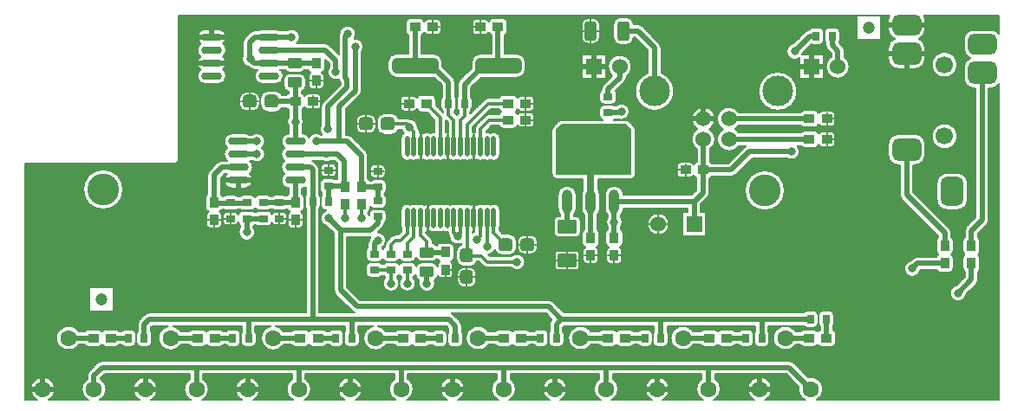
<source format=gtl>
G04 Layer_Physical_Order=1*
G04 Layer_Color=255*
%FSLAX24Y24*%
%MOIN*%
G70*
G01*
G75*
%ADD10C,0.0079*%
G04:AMPARAMS|DCode=11|XSize=86.6mil|YSize=110.2mil|CornerRadius=21.7mil|HoleSize=0mil|Usage=FLASHONLY|Rotation=270.000|XOffset=0mil|YOffset=0mil|HoleType=Round|Shape=RoundedRectangle|*
%AMROUNDEDRECTD11*
21,1,0.0866,0.0669,0,0,270.0*
21,1,0.0433,0.1102,0,0,270.0*
1,1,0.0433,-0.0335,-0.0217*
1,1,0.0433,-0.0335,0.0217*
1,1,0.0433,0.0335,0.0217*
1,1,0.0433,0.0335,-0.0217*
%
%ADD11ROUNDEDRECTD11*%
G04:AMPARAMS|DCode=12|XSize=78.7mil|YSize=110.2mil|CornerRadius=19.7mil|HoleSize=0mil|Usage=FLASHONLY|Rotation=270.000|XOffset=0mil|YOffset=0mil|HoleType=Round|Shape=RoundedRectangle|*
%AMROUNDEDRECTD12*
21,1,0.0787,0.0709,0,0,270.0*
21,1,0.0394,0.1102,0,0,270.0*
1,1,0.0394,-0.0354,-0.0197*
1,1,0.0394,-0.0354,0.0197*
1,1,0.0394,0.0354,0.0197*
1,1,0.0394,0.0354,-0.0197*
%
%ADD12ROUNDEDRECTD12*%
G04:AMPARAMS|DCode=13|XSize=86.6mil|YSize=110.2mil|CornerRadius=21.7mil|HoleSize=0mil|Usage=FLASHONLY|Rotation=0.000|XOffset=0mil|YOffset=0mil|HoleType=Round|Shape=RoundedRectangle|*
%AMROUNDEDRECTD13*
21,1,0.0866,0.0669,0,0,0.0*
21,1,0.0433,0.1102,0,0,0.0*
1,1,0.0433,0.0217,-0.0335*
1,1,0.0433,-0.0217,-0.0335*
1,1,0.0433,-0.0217,0.0335*
1,1,0.0433,0.0217,0.0335*
%
%ADD13ROUNDEDRECTD13*%
G04:AMPARAMS|DCode=14|XSize=41mil|YSize=36mil|CornerRadius=1.8mil|HoleSize=0mil|Usage=FLASHONLY|Rotation=90.000|XOffset=0mil|YOffset=0mil|HoleType=Round|Shape=RoundedRectangle|*
%AMROUNDEDRECTD14*
21,1,0.0410,0.0324,0,0,90.0*
21,1,0.0374,0.0360,0,0,90.0*
1,1,0.0036,0.0162,0.0187*
1,1,0.0036,0.0162,-0.0187*
1,1,0.0036,-0.0162,-0.0187*
1,1,0.0036,-0.0162,0.0187*
%
%ADD14ROUNDEDRECTD14*%
G04:AMPARAMS|DCode=15|XSize=51.2mil|YSize=72mil|CornerRadius=2.6mil|HoleSize=0mil|Usage=FLASHONLY|Rotation=270.000|XOffset=0mil|YOffset=0mil|HoleType=Round|Shape=RoundedRectangle|*
%AMROUNDEDRECTD15*
21,1,0.0512,0.0669,0,0,270.0*
21,1,0.0461,0.0720,0,0,270.0*
1,1,0.0051,-0.0335,-0.0230*
1,1,0.0051,-0.0335,0.0230*
1,1,0.0051,0.0335,0.0230*
1,1,0.0051,0.0335,-0.0230*
%
%ADD15ROUNDEDRECTD15*%
%ADD16C,0.0472*%
G04:AMPARAMS|DCode=17|XSize=47.2mil|YSize=74.8mil|CornerRadius=11.8mil|HoleSize=0mil|Usage=FLASHONLY|Rotation=0.000|XOffset=0mil|YOffset=0mil|HoleType=Round|Shape=RoundedRectangle|*
%AMROUNDEDRECTD17*
21,1,0.0472,0.0512,0,0,0.0*
21,1,0.0236,0.0748,0,0,0.0*
1,1,0.0236,0.0118,-0.0256*
1,1,0.0236,-0.0118,-0.0256*
1,1,0.0236,-0.0118,0.0256*
1,1,0.0236,0.0118,0.0256*
%
%ADD17ROUNDEDRECTD17*%
G04:AMPARAMS|DCode=18|XSize=28mil|YSize=35.8mil|CornerRadius=2.8mil|HoleSize=0mil|Usage=FLASHONLY|Rotation=180.000|XOffset=0mil|YOffset=0mil|HoleType=Round|Shape=RoundedRectangle|*
%AMROUNDEDRECTD18*
21,1,0.0280,0.0302,0,0,180.0*
21,1,0.0224,0.0358,0,0,180.0*
1,1,0.0056,-0.0112,0.0151*
1,1,0.0056,0.0112,0.0151*
1,1,0.0056,0.0112,-0.0151*
1,1,0.0056,-0.0112,-0.0151*
%
%ADD18ROUNDEDRECTD18*%
G04:AMPARAMS|DCode=19|XSize=28mil|YSize=35.8mil|CornerRadius=2.8mil|HoleSize=0mil|Usage=FLASHONLY|Rotation=90.000|XOffset=0mil|YOffset=0mil|HoleType=Round|Shape=RoundedRectangle|*
%AMROUNDEDRECTD19*
21,1,0.0280,0.0302,0,0,90.0*
21,1,0.0224,0.0358,0,0,90.0*
1,1,0.0056,0.0151,0.0112*
1,1,0.0056,0.0151,-0.0112*
1,1,0.0056,-0.0151,-0.0112*
1,1,0.0056,-0.0151,0.0112*
%
%ADD19ROUNDEDRECTD19*%
G04:AMPARAMS|DCode=20|XSize=55.1mil|YSize=41.3mil|CornerRadius=10.3mil|HoleSize=0mil|Usage=FLASHONLY|Rotation=180.000|XOffset=0mil|YOffset=0mil|HoleType=Round|Shape=RoundedRectangle|*
%AMROUNDEDRECTD20*
21,1,0.0551,0.0207,0,0,180.0*
21,1,0.0344,0.0413,0,0,180.0*
1,1,0.0207,-0.0172,0.0103*
1,1,0.0207,0.0172,0.0103*
1,1,0.0207,0.0172,-0.0103*
1,1,0.0207,-0.0172,-0.0103*
%
%ADD20ROUNDEDRECTD20*%
G04:AMPARAMS|DCode=21|XSize=59.1mil|YSize=177.2mil|CornerRadius=14.8mil|HoleSize=0mil|Usage=FLASHONLY|Rotation=90.000|XOffset=0mil|YOffset=0mil|HoleType=Round|Shape=RoundedRectangle|*
%AMROUNDEDRECTD21*
21,1,0.0591,0.1476,0,0,90.0*
21,1,0.0295,0.1772,0,0,90.0*
1,1,0.0295,0.0738,0.0148*
1,1,0.0295,0.0738,-0.0148*
1,1,0.0295,-0.0738,-0.0148*
1,1,0.0295,-0.0738,0.0148*
%
%ADD21ROUNDEDRECTD21*%
%ADD22O,0.0177X0.0787*%
%ADD23O,0.0394X0.0925*%
G04:AMPARAMS|DCode=24|XSize=128mil|YSize=102.4mil|CornerRadius=25.6mil|HoleSize=0mil|Usage=FLASHONLY|Rotation=0.000|XOffset=0mil|YOffset=0mil|HoleType=Round|Shape=RoundedRectangle|*
%AMROUNDEDRECTD24*
21,1,0.1280,0.0512,0,0,0.0*
21,1,0.0768,0.1024,0,0,0.0*
1,1,0.0512,0.0384,-0.0256*
1,1,0.0512,-0.0384,-0.0256*
1,1,0.0512,-0.0384,0.0256*
1,1,0.0512,0.0384,0.0256*
%
%ADD24ROUNDEDRECTD24*%
%ADD25O,0.0800X0.0295*%
G04:AMPARAMS|DCode=26|XSize=41mil|YSize=36mil|CornerRadius=1.8mil|HoleSize=0mil|Usage=FLASHONLY|Rotation=0.000|XOffset=0mil|YOffset=0mil|HoleType=Round|Shape=RoundedRectangle|*
%AMROUNDEDRECTD26*
21,1,0.0410,0.0324,0,0,0.0*
21,1,0.0374,0.0360,0,0,0.0*
1,1,0.0036,0.0187,-0.0162*
1,1,0.0036,-0.0187,-0.0162*
1,1,0.0036,-0.0187,0.0162*
1,1,0.0036,0.0187,0.0162*
%
%ADD26ROUNDEDRECTD26*%
G04:AMPARAMS|DCode=27|XSize=54mil|YSize=50mil|CornerRadius=12.5mil|HoleSize=0mil|Usage=FLASHONLY|Rotation=180.000|XOffset=0mil|YOffset=0mil|HoleType=Round|Shape=RoundedRectangle|*
%AMROUNDEDRECTD27*
21,1,0.0540,0.0250,0,0,180.0*
21,1,0.0290,0.0500,0,0,180.0*
1,1,0.0250,-0.0145,0.0125*
1,1,0.0250,0.0145,0.0125*
1,1,0.0250,0.0145,-0.0125*
1,1,0.0250,-0.0145,-0.0125*
%
%ADD27ROUNDEDRECTD27*%
G04:AMPARAMS|DCode=28|XSize=54mil|YSize=50mil|CornerRadius=12.5mil|HoleSize=0mil|Usage=FLASHONLY|Rotation=90.000|XOffset=0mil|YOffset=0mil|HoleType=Round|Shape=RoundedRectangle|*
%AMROUNDEDRECTD28*
21,1,0.0540,0.0250,0,0,90.0*
21,1,0.0290,0.0500,0,0,90.0*
1,1,0.0250,0.0125,0.0145*
1,1,0.0250,0.0125,-0.0145*
1,1,0.0250,-0.0125,-0.0145*
1,1,0.0250,-0.0125,0.0145*
%
%ADD28ROUNDEDRECTD28*%
%ADD29C,0.0197*%
%ADD30C,0.0118*%
%ADD31C,0.0276*%
%ADD32C,0.0098*%
%ADD33C,0.1220*%
%ADD34C,0.0630*%
%ADD35C,0.0669*%
%ADD36C,0.1181*%
%ADD37C,0.0600*%
%ADD38R,0.0600X0.0600*%
%ADD39C,0.0236*%
%ADD40C,0.0315*%
D10*
X33970Y30600D02*
G03*
X34232Y31024I-210J423D01*
G01*
D02*
G03*
X33550Y30600I-472J0D01*
G01*
X35472Y31421D02*
G03*
X35518Y30600I256J-397D01*
G01*
X35938D02*
G03*
X36201Y31024I-210J423D01*
G01*
D02*
G03*
X35984Y31421I-472J0D01*
G01*
X37907Y30600D02*
G03*
X38169Y31024I-210J423D01*
G01*
D02*
G03*
X37487Y30600I-472J0D01*
G01*
X35547Y31726D02*
G03*
X35472Y31545I181J-181D01*
G01*
X35548Y31726D02*
G03*
X35472Y31545I181J-181D01*
G01*
X36043Y32116D02*
G03*
X35862Y32041I0J-256D01*
G01*
X36043Y32116D02*
G03*
X35862Y32041I0J-256D01*
G01*
X35363Y32736D02*
G03*
X35512Y32655I148J94D01*
G01*
X35885D02*
G03*
X36033Y32736I0J175D01*
G01*
D02*
G03*
X36182Y32655I148J94D01*
G01*
X39409Y31421D02*
G03*
X39455Y30600I256J-397D01*
G01*
X39875D02*
G03*
X40138Y31024I-210J423D01*
G01*
D02*
G03*
X39921Y31421I-472J0D01*
G01*
X41844Y30600D02*
G03*
X42106Y31024I-210J423D01*
G01*
D02*
G03*
X41424Y30600I-472J0D01*
G01*
X43346Y31421D02*
G03*
X43392Y30600I256J-397D01*
G01*
X39379Y32736D02*
G03*
X39527Y32655I148J94D01*
G01*
X39901D02*
G03*
X40049Y32736I0J175D01*
G01*
D02*
G03*
X40197Y32655I148J94D01*
G01*
X40571D02*
G03*
X40719Y32736I0J175D01*
G01*
X43848Y32655D02*
G03*
X43996Y32736I0J175D01*
G01*
X35141Y33248D02*
G03*
X35141Y32736I-397J-256D01*
G01*
X35512Y33330D02*
G03*
X35363Y33248I0J-175D01*
G01*
X36033Y33248D02*
G03*
X35885Y33330I-148J-94D01*
G01*
X36555Y32655D02*
G03*
X36704Y32736I0J175D01*
G01*
X36783D02*
G03*
X36936Y32656I153J105D01*
G01*
X37159D02*
G03*
X37345Y32841I0J185D01*
G01*
X37360D02*
G03*
X37546Y32656I185J0D01*
G01*
X36936Y33329D02*
G03*
X36783Y33248I0J-185D01*
G01*
X37769Y32656D02*
G03*
X37955Y32841I0J185D01*
G01*
X37401Y33260D02*
G03*
X37360Y33143I144J-117D01*
G01*
X37955D02*
G03*
X37913Y33260I-185J0D01*
G01*
X36182Y33330D02*
G03*
X36033Y33248I0J-175D01*
G01*
X36704Y33248D02*
G03*
X36555Y33330I-148J-94D01*
G01*
X37345Y33143D02*
G03*
X37159Y33329I-185J0D01*
G01*
X37476Y33704D02*
G03*
X37401Y33523I181J-181D01*
G01*
X37477Y33705D02*
G03*
X37401Y33523I181J-181D01*
G01*
X37844Y33967D02*
G03*
X37663Y33891I0J-256D01*
G01*
X37844Y33967D02*
G03*
X37664Y33892I0J-256D01*
G01*
X39527Y33330D02*
G03*
X39379Y33248I0J-175D01*
G01*
X40719D02*
G03*
X40571Y33330I-148J-94D01*
G01*
X40049Y33248D02*
G03*
X39901Y33330I-148J-94D01*
G01*
X40197D02*
G03*
X40049Y33248I0J-175D01*
G01*
X40798Y32736D02*
G03*
X40951Y32656I153J105D01*
G01*
Y33329D02*
G03*
X40798Y33248I0J-185D01*
G01*
X38575Y33455D02*
G03*
X39068Y32736I96J-463D01*
G01*
Y33248D02*
G03*
X38767Y33455I-397J-256D01*
G01*
X41175Y32656D02*
G03*
X41360Y32841I0J185D01*
G01*
X41376D02*
G03*
X41561Y32656I185J0D01*
G01*
X41785D02*
G03*
X41970Y32841I0J185D01*
G01*
X41417Y33260D02*
G03*
X41376Y33143I144J-117D01*
G01*
X41970D02*
G03*
X41929Y33260I-185J0D01*
G01*
X43326Y32736D02*
G03*
X43474Y32655I148J94D01*
G01*
X41360Y33143D02*
G03*
X41175Y33329I-185J0D01*
G01*
X42522Y33455D02*
G03*
X43015Y32736I96J-463D01*
G01*
Y33248D02*
G03*
X42714Y33455I-397J-256D01*
G01*
X43474Y33330D02*
G03*
X43326Y33248I0J-175D01*
G01*
X43996Y33248D02*
G03*
X43848Y33330I-148J-94D01*
G01*
X41348Y37251D02*
G03*
X41919Y37067I256J-184D01*
G01*
X43812Y30600D02*
G03*
X44075Y31024I-210J423D01*
G01*
D02*
G03*
X43858Y31421I-472J0D01*
G01*
X46043Y31024D02*
G03*
X45361Y30600I-472J0D01*
G01*
X45781D02*
G03*
X46043Y31024I-210J423D01*
G01*
X43996Y32736D02*
G03*
X44144Y32655I148J94D01*
G01*
X44518D02*
G03*
X44666Y32736I0J175D01*
G01*
X44765D02*
G03*
X44918Y32656I153J105D01*
G01*
X45141D02*
G03*
X45327Y32841I0J185D01*
G01*
Y33143D02*
G03*
X45141Y33329I-185J0D01*
G01*
X45384Y33260D02*
G03*
X45342Y33143I144J-117D01*
G01*
X44144Y33330D02*
G03*
X43996Y33248I0J-175D01*
G01*
X44666Y33248D02*
G03*
X44518Y33330I-148J-94D01*
G01*
X44918Y33329D02*
G03*
X44765Y33248I0J-185D01*
G01*
X45342Y32841D02*
G03*
X45528Y32656I185J0D01*
G01*
X45751D02*
G03*
X45937Y32841I0J185D01*
G01*
Y33143D02*
G03*
X45896Y33260I-185J0D01*
G01*
X46952Y33248D02*
G03*
X46651Y33455I-397J-256D01*
G01*
X46459D02*
G03*
X46952Y32736I96J-463D01*
G01*
X47283Y31421D02*
G03*
X47329Y30600I256J-397D01*
G01*
X47749D02*
G03*
X48012Y31024I-210J423D01*
G01*
D02*
G03*
X47795Y31421I-472J0D01*
G01*
X49718Y30600D02*
G03*
X49980Y31024I-210J423D01*
G01*
D02*
G03*
X49298Y30600I-472J0D01*
G01*
X47277Y32736D02*
G03*
X47431Y32645I154J84D01*
G01*
X47805D02*
G03*
X47953Y32726I0J175D01*
G01*
D02*
G03*
X48101Y32645I148J94D01*
G01*
X48475D02*
G03*
X48623Y32726I0J175D01*
G01*
X47431Y33320D02*
G03*
X47289Y33248I0J-175D01*
G01*
X47953Y33238D02*
G03*
X47805Y33320I-148J-94D01*
G01*
X48101D02*
G03*
X47953Y33238I0J-175D01*
G01*
X48623Y33238D02*
G03*
X48475Y33320I-148J-94D01*
G01*
X48741Y32726D02*
G03*
X48894Y32646I153J105D01*
G01*
X49118D02*
G03*
X49303Y32831I0J185D01*
G01*
X49319D02*
G03*
X49504Y32646I185J0D01*
G01*
X49728D02*
G03*
X49913Y32831I0J185D01*
G01*
X49303Y33133D02*
G03*
X49118Y33319I-185J0D01*
G01*
X48894D02*
G03*
X48741Y33238I0J-185D01*
G01*
X49360Y33250D02*
G03*
X49319Y33133I144J-117D01*
G01*
X49913D02*
G03*
X49872Y33250I-185J0D01*
G01*
X45665Y34022D02*
G03*
X45748Y33967I181J181D01*
G01*
X45665Y34022D02*
G03*
X45748Y33967I181J181D01*
G01*
X44951Y34843D02*
G03*
X45026Y34661I256J0D01*
G01*
X44951Y34843D02*
G03*
X45026Y34662I256J0D01*
G01*
X46929Y35327D02*
G03*
X47461Y35098I217J-229D01*
G01*
Y35099D02*
G03*
X47362Y35327I-315J-1D01*
G01*
X47461Y35098D02*
G03*
X48091Y35098I315J1D01*
G01*
X47559Y35327D02*
G03*
X47461Y35099I217J-229D01*
G01*
X46260Y36495D02*
G03*
X46179Y36342I105J-153D01*
G01*
Y35508D02*
G03*
X46365Y35323I185J0D01*
G01*
X46667D02*
G03*
X46820Y35404I0J185D01*
G01*
X46841D02*
G03*
X46929Y35335I153J105D01*
G01*
X46365Y35917D02*
G03*
X46179Y35732I0J-185D01*
G01*
X46820Y35837D02*
G03*
X46667Y35917I-153J-105D01*
G01*
X46994D02*
G03*
X46841Y35837I0J-185D01*
G01*
X47461Y35819D02*
G03*
X47297Y35917I-164J-87D01*
G01*
X47362Y35335D02*
G03*
X47461Y35421I-65J174D01*
G01*
X47461D02*
G03*
X47559Y35335I164J87D01*
G01*
X48111Y35755D02*
G03*
X47927Y35917I-184J-23D01*
G01*
X47624D02*
G03*
X47461Y35819I0J-185D01*
G01*
X46179Y36118D02*
G03*
X46365Y35933I185J0D01*
G01*
X46667D02*
G03*
X46831Y36031I0J185D01*
G01*
Y36429D02*
G03*
X46792Y36479I-164J-87D01*
G01*
X46831Y36031D02*
G03*
X46994Y35933I164J87D01*
G01*
X46323Y36802D02*
G03*
X46260Y36634I193J-168D01*
G01*
X46323Y36802D02*
G03*
X46260Y36634I193J-168D01*
G01*
X46929Y36516D02*
G03*
X46831Y36429I65J-174D01*
G01*
X46949Y36752D02*
G03*
X46632Y37067I-315J0D01*
G01*
X46792Y36479D02*
G03*
X46949Y36752I-158J273D01*
G01*
X47297Y35933D02*
G03*
X47461Y36031I0J185D01*
G01*
X47461D02*
G03*
X47624Y35933I164J87D01*
G01*
X47927D02*
G03*
X48111Y36095I0J185D01*
G01*
X46993Y36748D02*
G03*
X46929Y36594I153J-153D01*
G01*
X46993Y36748D02*
G03*
X46929Y36594I153J-153D01*
G01*
X49551Y33891D02*
G03*
X49468Y33947I-181J-181D01*
G01*
X49551Y33892D02*
G03*
X49468Y33947I-181J-181D01*
G01*
X48232Y35216D02*
G03*
X48839Y35098I292J-118D01*
G01*
X48091D02*
G03*
X47992Y35327I-315J0D01*
G01*
X48092Y35424D02*
G03*
X48232Y35216I260J24D01*
G01*
X48839Y35098D02*
G03*
X48816Y35216I-315J0D01*
G01*
D02*
G03*
X48948Y35382I-120J232D01*
G01*
X49872Y33465D02*
G03*
X49797Y33646I-256J0D01*
G01*
X49872Y33465D02*
G03*
X49797Y33646I-256J0D01*
G01*
X50889Y33248D02*
G03*
X50889Y32736I-397J-256D01*
G01*
X49691Y35190D02*
G03*
X49934Y34947I243J0D01*
G01*
X50184D02*
G03*
X50427Y35190I0J243D01*
G01*
X47992Y35335D02*
G03*
X48092Y35424I-65J174D01*
G01*
X48351Y35915D02*
G03*
X48111Y35755I0J-261D01*
G01*
X48934Y35760D02*
G03*
X48696Y35915I-238J-106D01*
G01*
X48948Y35382D02*
G03*
X49070Y35307I122J60D01*
G01*
X49394D02*
G03*
X49530Y35443I0J136D01*
G01*
X49022Y35944D02*
G03*
X48934Y35817I48J-127D01*
G01*
X49530D02*
G03*
X49442Y35944I-136J0D01*
G01*
X48696Y35935D02*
G03*
X48907Y36043I0J261D01*
G01*
X48111Y36095D02*
G03*
X48351Y35935I241J101D01*
G01*
X48907Y36555D02*
G03*
X48740Y36660I-212J-153D01*
G01*
Y36713D02*
G03*
X48677Y36866I-217J0D01*
G01*
X48740Y36713D02*
G03*
X48676Y36866I-217J0D01*
G01*
X49070Y36662D02*
G03*
X48909Y36555I0J-175D01*
G01*
X48909Y36043D02*
G03*
X49022Y35944I161J69D01*
G01*
X49934Y35723D02*
G03*
X49691Y35480I0J-243D01*
G01*
X50427D02*
G03*
X50184Y35723I-243J0D01*
G01*
X49442Y35944D02*
G03*
X49570Y36113I-48J169D01*
G01*
Y36486D02*
G03*
X49394Y36662I-175J0D01*
G01*
X49390Y36919D02*
G03*
X49852Y36631I315J-10D01*
G01*
X49652Y36030D02*
G03*
X49934Y35747I282J0D01*
G01*
X49852Y36590D02*
G03*
X49652Y36320I82J-270D01*
G01*
X50184Y35747D02*
G03*
X50454Y35945I0J282D01*
G01*
X40046Y37362D02*
G03*
X40183Y37226I136J0D01*
G01*
X40135Y37863D02*
G03*
X40046Y37736I48J-127D01*
G01*
X40506Y37226D02*
G03*
X40643Y37362I0J136D01*
G01*
Y37736D02*
G03*
X40554Y37863I-136J0D01*
G01*
X36850Y38720D02*
G03*
X36850Y38720I-768J0D01*
G01*
D02*
G03*
X36850Y38720I-768J0D01*
G01*
X40007Y38032D02*
G03*
X40135Y37863I175J0D01*
G01*
X40554D02*
G03*
X40658Y37943I-48J169D01*
G01*
X40089Y38554D02*
G03*
X40007Y38406I94J-148D01*
G01*
X40675Y38455D02*
G03*
X40600Y38554I-168J-49D01*
G01*
X40677Y37487D02*
G03*
X40823Y37341I146J0D01*
G01*
Y37856D02*
G03*
X40677Y37710I0J-146D01*
G01*
X41126Y37341D02*
G03*
X41269Y37461I0J146D01*
G01*
X41269Y37736D02*
G03*
X41126Y37856I-144J-25D01*
G01*
X41269Y37461D02*
G03*
X41348Y37333I184J25D01*
G01*
X41453Y37896D02*
G03*
X41269Y37736I0J-185D01*
G01*
X40719Y37943D02*
G03*
X40823Y37911I104J153D01*
G01*
X41126D02*
G03*
X41230Y37943I0J185D01*
G01*
X40823Y38506D02*
G03*
X40696Y38455I0J-185D01*
G01*
X41253D02*
G03*
X41126Y38506I-127J-135D01*
G01*
X41349Y37943D02*
G03*
X41453Y37911I104J153D01*
G01*
Y38506D02*
G03*
X41326Y38455I0J-185D01*
G01*
X38799Y39705D02*
G03*
X38996Y39902I0J197D01*
G01*
X38799Y39705D02*
G03*
X38996Y39902I0J197D01*
G01*
X41532Y38766D02*
G03*
X41837Y39071I0J305D01*
G01*
X40164Y39453D02*
G03*
X40089Y39272I181J-181D01*
G01*
X40164Y39453D02*
G03*
X40089Y39272I181J-181D01*
G01*
X40644Y39827D02*
G03*
X40463Y39752I0J-256D01*
G01*
X40844Y39315D02*
G03*
X41027Y38766I183J-244D01*
G01*
X40644Y39827D02*
G03*
X40463Y39752I0J-256D01*
G01*
X40852Y40321D02*
G03*
X40844Y39827I175J-250D01*
G01*
X41919Y37067D02*
G03*
X41860Y37251I-315J0D01*
G01*
X41967Y37342D02*
G03*
X42083Y37301I116J144D01*
G01*
X42385D02*
G03*
X42565Y37440I0J185D01*
G01*
X41872Y37854D02*
G03*
X41756Y37896I-117J-144D01*
G01*
X42565Y37757D02*
G03*
X42385Y37896I-179J-47D01*
G01*
X42083D02*
G03*
X41966Y37854I0J-185D01*
G01*
X42565Y37440D02*
G03*
X42703Y37341I138J47D01*
G01*
X43006D02*
G03*
X43152Y37487I0J146D01*
G01*
X42703Y37856D02*
G03*
X42565Y37757I0J-146D01*
G01*
X43152Y37710D02*
G03*
X43006Y37856I-146J0D01*
G01*
X41756Y37911D02*
G03*
X41919Y38010I0J185D01*
G01*
D02*
G03*
X42083Y37911I164J87D01*
G01*
X41919Y38407D02*
G03*
X41756Y38506I-164J-87D01*
G01*
X42083Y38506D02*
G03*
X41919Y38407I0J-185D01*
G01*
X42385Y37911D02*
G03*
X42502Y37953I0J185D01*
G01*
X42586D02*
G03*
X42703Y37911I117J144D01*
G01*
X43006D02*
G03*
X43122Y37953I0J185D01*
G01*
X43176Y37362D02*
G03*
X43312Y37226I136J0D01*
G01*
X43636D02*
G03*
X43772Y37362I0J136D01*
G01*
X43264Y37863D02*
G03*
X43176Y37736I48J-127D01*
G01*
X43772D02*
G03*
X43684Y37863I-136J0D01*
G01*
X43156Y37953D02*
G03*
X43264Y37863I157J79D01*
G01*
X43684D02*
G03*
X43812Y38032I-48J169D01*
G01*
Y38406D02*
G03*
X43730Y38554I-175J0D01*
G01*
X43837Y38097D02*
G03*
X43878Y37980I185J0D01*
G01*
X44390D02*
G03*
X44431Y38097I-144J117D01*
G01*
X43878Y38516D02*
G03*
X43837Y38399I144J-117D01*
G01*
X44431D02*
G03*
X44390Y38516I-185J0D01*
G01*
X44488D02*
G03*
X44447Y38399I144J-117D01*
G01*
X41837Y39071D02*
G03*
X41707Y39321I-305J0D01*
G01*
D02*
G03*
X41837Y39571I-175J250D01*
G01*
X42502Y38464D02*
G03*
X42385Y38506I-117J-144D01*
G01*
X42703D02*
G03*
X42586Y38464I0J-185D01*
G01*
X41837Y39571D02*
G03*
X41715Y39815I-305J0D01*
G01*
X41816D02*
G03*
X42303Y40079I172J264D01*
G01*
X42185Y40325D02*
G03*
X42303Y40571I-197J246D01*
G01*
Y40079D02*
G03*
X42185Y40325I-315J0D01*
G01*
X43122Y38464D02*
G03*
X43006Y38506I-117J-144D01*
G01*
X43218Y38554D02*
G03*
X43147Y38464I94J-148D01*
G01*
X43732Y38766D02*
G03*
X43878Y38803I0J305D01*
G01*
X44407Y38737D02*
G03*
X44488Y38584I185J0D01*
G01*
X43052Y39321D02*
G03*
X43218Y38766I175J-250D01*
G01*
X43052Y39821D02*
G03*
X43052Y39321I175J-250D01*
G01*
X44222Y39752D02*
G03*
X44118Y39815I-181J-181D01*
G01*
X44223Y39752D02*
G03*
X44118Y39815I-181J-181D01*
G01*
X43052Y40321D02*
G03*
X43052Y39821I175J-250D01*
G01*
X44390Y39478D02*
G03*
X44315Y39659I-256J0D01*
G01*
X44390Y39478D02*
G03*
X44315Y39660I-256J0D01*
G01*
X41027Y40876D02*
G03*
X40852Y40321I0J-305D01*
G01*
X39829Y43337D02*
G03*
X40004Y42782I175J-250D01*
G01*
X40508D02*
G03*
X40813Y43087I0J305D01*
G01*
D02*
G03*
X40683Y43337I-305J0D01*
G01*
X41698Y40827D02*
G03*
X41532Y40876I-166J-256D01*
G01*
X42303Y40571D02*
G03*
X41805Y40827I-315J0D01*
G01*
X41858Y41738D02*
G03*
X42101Y41981I0J243D01*
G01*
X41324D02*
G03*
X41568Y41738I243J0D01*
G01*
Y42474D02*
G03*
X41324Y42231I0J-243D01*
G01*
X42101D02*
G03*
X41858Y42474I-243J0D01*
G01*
X42020Y43331D02*
G03*
X42204Y42782I183J-244D01*
G01*
X39829Y43837D02*
G03*
X39829Y43337I175J-250D01*
G01*
Y44337D02*
G03*
X39829Y43837I175J-250D01*
G01*
X40004Y44892D02*
G03*
X39829Y44337I0J-305D01*
G01*
X40683Y43337D02*
G03*
X40813Y43587I-175J250D01*
G01*
D02*
G03*
X40683Y43837I-305J0D01*
G01*
X40813Y44087D02*
G03*
X40683Y44337I-305J0D01*
G01*
Y43837D02*
G03*
X40813Y44087I-175J250D01*
G01*
X41457Y43902D02*
G03*
X41669Y43441I276J-152D01*
G01*
X41705Y43406D02*
G03*
X41886Y43331I181J181D01*
G01*
X41705Y43406D02*
G03*
X41886Y43331I181J181D01*
G01*
X40683Y44337D02*
G03*
X40813Y44587I-175J250D01*
G01*
D02*
G03*
X40508Y44892I-305J0D01*
G01*
X41532Y44571D02*
G03*
X41457Y44390I181J-181D01*
G01*
X41532Y44571D02*
G03*
X41457Y44390I181J-181D01*
G01*
X41909Y44843D02*
G03*
X41728Y44767I0J-256D01*
G01*
X41909Y44843D02*
G03*
X41729Y44768I0J-256D01*
G01*
X43224Y40876D02*
G03*
X43052Y40321I4J-305D01*
G01*
X43224Y41532D02*
G03*
X43224Y41126I241J-203D01*
G01*
X43780Y41329D02*
G03*
X43735Y41489I-315J0D01*
G01*
Y41168D02*
G03*
X43780Y41329I-271J161D01*
G01*
X42125Y41981D02*
G03*
X42408Y41699I282J0D01*
G01*
Y42514D02*
G03*
X42125Y42231I0J-282D01*
G01*
X42698Y41699D02*
G03*
X42948Y41850I0J282D01*
G01*
X43129D02*
G03*
X43224Y41777I148J94D01*
G01*
X42948Y42362D02*
G03*
X42698Y42514I-250J-131D01*
G01*
X43208Y42430D02*
G03*
X43129Y42362I69J-161D01*
G01*
X43996Y40723D02*
G03*
X43735Y40876I-264J-153D01*
G01*
X44455Y40827D02*
G03*
X43996Y40723I-184J-256D01*
G01*
X44459Y41227D02*
G03*
X44486Y40827I256J-184D01*
G01*
X43820Y42316D02*
G03*
X43720Y42430I-169J-48D01*
G01*
X43735Y41790D02*
G03*
X43820Y41896I-84J154D01*
G01*
D02*
G03*
X43947Y41808I127J48D01*
G01*
Y42404D02*
G03*
X43820Y42316I0J-136D01*
G01*
X44321Y41808D02*
G03*
X44457Y41944I0J136D01*
G01*
Y42268D02*
G03*
X44321Y42404I-136J0D01*
G01*
X42708Y42782D02*
G03*
X43013Y43087I0J305D01*
G01*
X43012Y42731D02*
G03*
X43208Y42479I261J0D01*
G01*
X43273Y43199D02*
G03*
X43012Y42938I0J-261D01*
G01*
X42204Y44892D02*
G03*
X42037Y44843I0J-305D01*
G01*
X42874D02*
G03*
X42708Y44892I-166J-256D01*
G01*
X43013Y43087D02*
G03*
X42891Y43331I-305J0D01*
G01*
X43058D02*
G03*
X43273Y43218I214J149D01*
G01*
X43720Y42492D02*
G03*
X43878Y42731I-103J240D01*
G01*
Y42938D02*
G03*
X43617Y43199I-261J0D01*
G01*
X43974Y42726D02*
G03*
X44110Y42590I136J0D01*
G01*
X44062Y43227D02*
G03*
X43974Y43100I48J-127D01*
G01*
X43526Y44343D02*
G03*
X43642Y44587I-199J244D01*
G01*
X43617Y43218D02*
G03*
X43829Y43327I0J261D01*
G01*
X43642Y44587D02*
G03*
X43143Y44843I-315J0D01*
G01*
X43949Y43327D02*
G03*
X44062Y43227I161J69D01*
G01*
X44659Y37911D02*
G03*
X44693Y37297I85J-303D01*
G01*
X44447Y38097D02*
G03*
X44632Y37911I185J0D01*
G01*
X46297Y37733D02*
G03*
X46253Y37810I-293J-115D01*
G01*
Y37810D02*
G03*
X46341Y37962I-88J152D01*
G01*
X46351Y36890D02*
G03*
X46323Y36802I283J-138D01*
G01*
X45012Y39104D02*
G03*
X44895Y39146I-117J-144D01*
G01*
X45089Y39131D02*
G03*
X45067Y39104I123J-125D01*
G01*
X44593Y39146D02*
G03*
X44407Y38960I0J-185D01*
G01*
X44447Y39347D02*
G03*
X44593Y39201I146J0D01*
G01*
X44895D02*
G03*
X45041Y39347I0J146D01*
G01*
X46331Y39065D02*
G03*
X46260Y39154I-165J-59D01*
G01*
X46483Y37965D02*
G03*
X46297Y37779I0J-185D01*
G01*
X46341Y38046D02*
G03*
X46483Y37980I141J120D01*
G01*
X46815Y37250D02*
G03*
X46888Y37401I-181J181D01*
G01*
X46815Y37250D02*
G03*
X46888Y37401I-181J181D01*
G01*
X46970Y37779D02*
G03*
X46785Y37965I-185J0D01*
G01*
X46888Y37401D02*
G03*
X46970Y37556I-103J154D01*
G01*
X46483Y39106D02*
G03*
X46366Y39065I0J-185D01*
G01*
X46785Y37980D02*
G03*
X46970Y38166I0J185D01*
G01*
Y38921D02*
G03*
X46785Y39106I-185J0D01*
G01*
X46337Y39307D02*
G03*
X46483Y39161I146J0D01*
G01*
X46785D02*
G03*
X46931Y39307I0J146D01*
G01*
X46970Y38389D02*
G03*
X46890Y38542I-185J0D01*
G01*
Y38544D02*
G03*
X46970Y38697I-105J153D01*
G01*
X44593Y39716D02*
G03*
X44447Y39570I0J-146D01*
G01*
X44540Y39815D02*
G03*
X44830Y39815I145J234D01*
G01*
X45041Y39570D02*
G03*
X44895Y39716I-146J0D01*
G01*
X46260Y40020D02*
G03*
X46185Y40201I-256J0D01*
G01*
X46260Y40020D02*
G03*
X46185Y40201I-256J0D01*
G01*
X45634Y40752D02*
G03*
X45453Y40827I-181J-181D01*
G01*
X45634Y40752D02*
G03*
X45453Y40827I-181J-181D01*
G01*
X45799Y41115D02*
G03*
X46043Y40872I243J0D01*
G01*
Y41608D02*
G03*
X45799Y41365I0J-243D01*
G01*
X46483Y39677D02*
G03*
X46337Y39531I0J-146D01*
G01*
X46931D02*
G03*
X46785Y39677I-146J0D01*
G01*
X46333Y40872D02*
G03*
X46576Y41115I0J243D01*
G01*
Y41365D02*
G03*
X46333Y41608I-243J0D01*
G01*
X46600Y41115D02*
G03*
X46883Y40833I282J0D01*
G01*
Y41648D02*
G03*
X46600Y41365I0J-282D01*
G01*
X47303Y36969D02*
G03*
X47150Y36905I0J-217D01*
G01*
X47303Y36969D02*
G03*
X47150Y36905I0J-217D01*
G01*
X47520Y37313D02*
G03*
X47549Y37196I246J0D01*
G01*
X47894Y38133D02*
G03*
X47520Y37923I-128J-210D01*
G01*
X48494Y37090D02*
G03*
X48643Y37115I39J223D01*
G01*
Y38121D02*
G03*
X48424Y38121I-110J-198D01*
G01*
X48150Y38133D02*
G03*
X47894Y38133I-128J-210D01*
G01*
X48424Y38121D02*
G03*
X48150Y38133I-146J-198D01*
G01*
X48643Y37115D02*
G03*
X48917Y37103I146J198D01*
G01*
X49341Y37057D02*
G03*
X49390Y36919I217J0D01*
G01*
X49341Y37057D02*
G03*
X49390Y36919I217J0D01*
G01*
X48917Y37103D02*
G03*
X49173Y37103I128J210D01*
G01*
X48917Y38133D02*
G03*
X48643Y38121I-128J-210D01*
G01*
X49173Y37103D02*
G03*
X49341Y37070I128J210D01*
G01*
X49429Y38133D02*
G03*
X49173Y38133I-128J-210D01*
G01*
X50215Y38121D02*
G03*
X49941Y38133I-146J-198D01*
G01*
X50346Y37088D02*
G03*
X50285Y37058I107J-296D01*
G01*
X50435Y38121D02*
G03*
X50215Y38121I-110J-198D01*
G01*
X50285Y37090D02*
G03*
X50346Y37088I39J223D01*
G01*
X49685Y38133D02*
G03*
X49429Y38133I-128J-210D01*
G01*
X49941D02*
G03*
X49685Y38133I-128J-210D01*
G01*
X50709D02*
G03*
X50435Y38121I-128J-210D01*
G01*
X49173Y38133D02*
G03*
X48917Y38133I-128J-210D01*
G01*
X47640Y40891D02*
G03*
X47520Y40679I125J-212D01*
G01*
X47894Y39859D02*
G03*
X48168Y39871I128J210D01*
G01*
X47520Y40069D02*
G03*
X47894Y39859I246J0D01*
G01*
X48168Y39871D02*
G03*
X48387Y39871I110J198D01*
G01*
X47173Y40833D02*
G03*
X47440Y41024I0J282D01*
G01*
X47555D02*
G03*
X47640Y40891I299J98D01*
G01*
X48387Y40877D02*
G03*
X48238Y40902I-110J-198D01*
G01*
X48387Y39871D02*
G03*
X48661Y39859I146J198D01*
G01*
X48661D02*
G03*
X48917Y39859I128J210D01*
G01*
X48661Y40889D02*
G03*
X48387Y40877I-128J-210D01*
G01*
X48829Y40922D02*
G03*
X48661Y40889I-39J-243D01*
G01*
X48238Y40955D02*
G03*
X48175Y41108I-217J0D01*
G01*
X47829Y41436D02*
G03*
X47736Y41457I-92J-196D01*
G01*
X47829Y41436D02*
G03*
X47736Y41457I-92J-196D01*
G01*
X48169Y41122D02*
G03*
X47829Y41436I-315J0D01*
G01*
X47440Y41457D02*
G03*
X47173Y41648I-267J-92D01*
G01*
X48238Y40955D02*
G03*
X48174Y41108I-217J0D01*
G01*
X48917Y39859D02*
G03*
X49191Y39871I128J210D01*
G01*
X49341Y40902D02*
G03*
X49262Y40902I-39J-223D01*
G01*
X49191Y39871D02*
G03*
X49411Y39871I110J198D01*
G01*
X49685Y39859D02*
G03*
X49941Y39859I128J210D01*
G01*
X49411Y39871D02*
G03*
X49685Y39859I146J198D01*
G01*
X49941D02*
G03*
X50215Y39871I128J210D01*
G01*
D02*
G03*
X50435Y39871I110J198D01*
G01*
D02*
G03*
X50709Y39859I146J198D01*
G01*
X50364Y40902D02*
G03*
X50285Y40902I-39J-223D01*
G01*
X50428Y41206D02*
G03*
X50364Y41053I153J-153D01*
G01*
X50428Y41207D02*
G03*
X50364Y41053I153J-153D01*
G01*
X44534Y42093D02*
G03*
X44459Y41912I181J-181D01*
G01*
X44534Y42093D02*
G03*
X44459Y41912I181J-181D01*
G01*
X44434Y42590D02*
G03*
X44570Y42726I0J136D01*
G01*
X45948Y42338D02*
G03*
X46024Y42520I-181J181D01*
G01*
X45949Y42339D02*
G03*
X46024Y42520I-181J181D01*
G01*
X44764Y43432D02*
G03*
X45142Y42958I256J-184D01*
G01*
X44570Y43100D02*
G03*
X44482Y43227I-136J0D01*
G01*
D02*
G03*
X44609Y43396I-48J169D01*
G01*
X45142Y42958D02*
G03*
X45197Y42838I252J44D01*
G01*
X45142Y42958D02*
G03*
X45197Y42838I252J44D01*
G01*
X47511Y41866D02*
G03*
X47647Y41730I136J0D01*
G01*
Y42326D02*
G03*
X47511Y42189I0J-136D01*
G01*
X47028Y43337D02*
G03*
X47333Y43032I305J0D01*
G01*
X44795Y44267D02*
G03*
X44614Y44343I-181J-181D01*
G01*
X44795Y44268D02*
G03*
X44614Y44343I-181J-181D01*
G01*
X45169Y44749D02*
G03*
X45138Y44626I225J-123D01*
G01*
X45734Y44526D02*
G03*
X45797Y44715I-252J189D01*
G01*
X45169Y44749D02*
G03*
X45138Y44626I225J-123D01*
G01*
X45797Y44715D02*
G03*
X45169Y44749I-315J0D01*
G01*
X46083Y44213D02*
G03*
X45734Y44526I-315J0D01*
G01*
X47333Y43937D02*
G03*
X47028Y43632I0J-305D01*
G01*
X46024Y44029D02*
G03*
X46083Y44213I-256J184D01*
G01*
X47708Y44818D02*
G03*
X47815Y44657I175J0D01*
G01*
X47884Y45318D02*
G03*
X47708Y45142I0J-175D01*
G01*
X48021Y41730D02*
G03*
X48149Y41818I0J136D01*
G01*
Y42237D02*
G03*
X48021Y42326I-127J-48D01*
G01*
X48149Y41818D02*
G03*
X48317Y41690I169J48D01*
G01*
X49063Y41876D02*
G03*
X49144Y41723I185J0D01*
G01*
X49104Y42295D02*
G03*
X49063Y42179I144J-117D01*
G01*
X48317Y42365D02*
G03*
X48149Y42237I0J-175D01*
G01*
X48867Y42189D02*
G03*
X48691Y42365I-175J0D01*
G01*
X49616Y42844D02*
G03*
X49541Y43026I-256J0D01*
G01*
X49616Y42844D02*
G03*
X49541Y43025I-256J0D01*
G01*
X49577Y41723D02*
G03*
X49658Y41876I-105J153D01*
G01*
X49673D02*
G03*
X49754Y41723I185J0D01*
G01*
X50187D02*
G03*
X50268Y41876I-105J153D01*
G01*
X49658Y42179D02*
G03*
X49616Y42295I-185J0D01*
G01*
X49714D02*
G03*
X49673Y42179I144J-117D01*
G01*
X50268D02*
G03*
X50226Y42295I-185J0D01*
G01*
X49790Y42947D02*
G03*
X49714Y42766I181J-181D01*
G01*
X49789Y42947D02*
G03*
X49714Y42766I181J-181D01*
G01*
X48326Y44657D02*
G03*
X48426Y44770I-69J161D01*
G01*
D02*
G03*
X48554Y44682I127J48D01*
G01*
Y45278D02*
G03*
X48426Y45190I0J-136D01*
G01*
X49114Y43632D02*
G03*
X48809Y43937I-305J0D01*
G01*
X48927Y44682D02*
G03*
X49064Y44818I0J136D01*
G01*
Y45142D02*
G03*
X48927Y45278I-136J0D01*
G01*
X48426Y45190D02*
G03*
X48257Y45318I-169J-48D01*
G01*
X50541Y43937D02*
G03*
X50236Y43632I0J-305D01*
G01*
X50267Y44818D02*
G03*
X50403Y44682I136J0D01*
G01*
Y45278D02*
G03*
X50267Y45142I0J-136D01*
G01*
X51220Y31421D02*
G03*
X51266Y30600I256J-397D01*
G01*
X51686D02*
G03*
X51949Y31024I-210J423D01*
G01*
D02*
G03*
X51732Y31421I-472J0D01*
G01*
X53655Y30600D02*
G03*
X53917Y31024I-210J423D01*
G01*
D02*
G03*
X53235Y30600I-472J0D01*
G01*
X51673Y32655D02*
G03*
X51821Y32736I0J175D01*
G01*
X51151Y32736D02*
G03*
X51299Y32655I148J94D01*
G01*
X51821Y32736D02*
G03*
X51969Y32655I148J94D01*
G01*
X51299Y33330D02*
G03*
X51151Y33248I0J-175D01*
G01*
X51821Y33248D02*
G03*
X51673Y33330I-148J-94D01*
G01*
X51969D02*
G03*
X51821Y33248I0J-175D01*
G01*
X52343Y32655D02*
G03*
X52491Y32736I0J175D01*
G01*
X52629D02*
G03*
X52782Y32656I153J105D01*
G01*
X52491Y33248D02*
G03*
X52343Y33330I-148J-94D01*
G01*
X52782Y33329D02*
G03*
X52629Y33248I0J-185D01*
G01*
X53006Y32656D02*
G03*
X53191Y32841I0J185D01*
G01*
X53207D02*
G03*
X53392Y32656I185J0D01*
G01*
X53616D02*
G03*
X53801Y32841I0J185D01*
G01*
X53191Y33143D02*
G03*
X53006Y33329I-185J0D01*
G01*
X53248Y33260D02*
G03*
X53207Y33143I144J-117D01*
G01*
X53801D02*
G03*
X53760Y33260I-185J0D01*
G01*
X54826Y33248D02*
G03*
X54826Y32736I-397J-256D01*
G01*
X55157Y31421D02*
G03*
X55203Y30600I256J-397D01*
G01*
X55623D02*
G03*
X55886Y31024I-210J423D01*
G01*
D02*
G03*
X55669Y31421I-472J0D01*
G01*
X57854Y31024D02*
G03*
X57172Y30600I-472J0D01*
G01*
X57592D02*
G03*
X57854Y31024I-210J423D01*
G01*
X55147Y32736D02*
G03*
X55295Y32655I148J94D01*
G01*
X55669D02*
G03*
X55817Y32736I0J175D01*
G01*
D02*
G03*
X55965Y32655I148J94D01*
G01*
X55817Y33248D02*
G03*
X55669Y33330I-148J-94D01*
G01*
X56339Y32655D02*
G03*
X56487Y32736I0J175D01*
G01*
Y33248D02*
G03*
X56339Y33330I-148J-94D01*
G01*
X55295D02*
G03*
X55147Y33248I0J-175D01*
G01*
X55965Y33330D02*
G03*
X55817Y33248I0J-175D01*
G01*
X56635Y32736D02*
G03*
X56788Y32656I153J105D01*
G01*
X57012D02*
G03*
X57197Y32841I0J185D01*
G01*
X57212D02*
G03*
X57398Y32656I185J0D01*
G01*
X57622D02*
G03*
X57807Y32841I0J185D01*
G01*
X56788Y33329D02*
G03*
X56635Y33248I0J-185D01*
G01*
X57197Y33143D02*
G03*
X57012Y33329I-185J0D01*
G01*
X57254Y33260D02*
G03*
X57212Y33143I144J-117D01*
G01*
X57807D02*
G03*
X57766Y33260I-185J0D01*
G01*
X50693Y35772D02*
G03*
X50846Y35709I153J153D01*
G01*
X50693Y35772D02*
G03*
X50846Y35709I153J153D01*
G01*
X53323Y33714D02*
G03*
X53248Y33533I181J-181D01*
G01*
X53323Y33715D02*
G03*
X53248Y33533I181J-181D01*
G01*
X53390Y34384D02*
G03*
X53209Y34459I-181J-181D01*
G01*
X53390Y34383D02*
G03*
X53209Y34459I-181J-181D01*
G01*
X51759Y35709D02*
G03*
X52303Y35925I229J217D01*
G01*
D02*
G03*
X51759Y36142I-315J0D01*
G01*
X53439Y35754D02*
G03*
X53583Y35610I144J0D01*
G01*
X50876Y36202D02*
G03*
X51138Y36395I-29J314D01*
G01*
D02*
G03*
X51410Y36187I273J74D01*
G01*
X51309Y37196D02*
G03*
X51339Y37313I-217J117D01*
G01*
X51700Y36187D02*
G03*
X51983Y36469I0J282D01*
G01*
Y36719D02*
G03*
X51700Y37002I-282J0D01*
G01*
X52007Y36469D02*
G03*
X52250Y36226I243J0D01*
G01*
X52540D02*
G03*
X52783Y36469I0J243D01*
G01*
X52250Y36963D02*
G03*
X52007Y36719I0J-243D01*
G01*
X53583Y36358D02*
G03*
X53439Y36214I0J-144D01*
G01*
X52783Y36719D02*
G03*
X52540Y36963I-243J0D01*
G01*
X53400Y37054D02*
G03*
X53583Y36870I183J0D01*
G01*
Y37697D02*
G03*
X53400Y37514I0J-183D01*
G01*
X54252Y35610D02*
G03*
X54396Y35754I0J144D01*
G01*
X54525Y35994D02*
G03*
X54661Y35858I136J0D01*
G01*
X54396Y36214D02*
G03*
X54252Y36358I-144J0D01*
G01*
X54985Y35858D02*
G03*
X55121Y35994I0J136D01*
G01*
X55430D02*
G03*
X55566Y35858I136J0D01*
G01*
X55890D02*
G03*
X56026Y35994I0J136D01*
G01*
X54252Y36870D02*
G03*
X54435Y37054I0J183D01*
G01*
X54613Y36495D02*
G03*
X54525Y36368I48J-127D01*
G01*
X54485Y36664D02*
G03*
X54613Y36495I175J0D01*
G01*
X55121Y36368D02*
G03*
X55033Y36495I-136J0D01*
G01*
D02*
G03*
X55160Y36664I-48J169D01*
G01*
X54435Y37514D02*
G03*
X54252Y37697I-183J0D01*
G01*
X54173Y37737D02*
G03*
X54272Y37982I-256J245D01*
G01*
X54567Y37186D02*
G03*
X54485Y37038I94J-148D01*
G01*
X55160D02*
G03*
X55079Y37186I-175J0D01*
G01*
Y37737D02*
G03*
X55177Y37982I-256J245D01*
G01*
X55518Y36495D02*
G03*
X55430Y36368I48J-127D01*
G01*
X55391Y36664D02*
G03*
X55518Y36495I175J0D01*
G01*
X55472Y37186D02*
G03*
X55391Y37038I94J-148D01*
G01*
X56026Y36368D02*
G03*
X55938Y36495I-136J0D01*
G01*
D02*
G03*
X56066Y36664I-48J169D01*
G01*
Y37038D02*
G03*
X55984Y37186I-175J0D01*
G01*
Y37277D02*
G03*
X56043Y37461I-256J184D01*
G01*
X55472Y37644D02*
G03*
X55472Y37277I256J-184D01*
G01*
X56043Y37461D02*
G03*
X55984Y37644I-315J0D01*
G01*
X55374Y37982D02*
G03*
X55472Y37737I354J0D01*
G01*
X57839Y37382D02*
G03*
X57839Y37382I-418J0D01*
G01*
X59094Y31421D02*
G03*
X59140Y30600I256J-397D01*
G01*
X59560D02*
G03*
X59823Y31024I-210J423D01*
G01*
D02*
G03*
X59606Y31421I-472J0D01*
G01*
X61791Y31024D02*
G03*
X61109Y30600I-472J0D01*
G01*
X59044Y32736D02*
G03*
X59193Y32655I148J94D01*
G01*
X59566D02*
G03*
X59715Y32736I0J175D01*
G01*
Y33248D02*
G03*
X59566Y33330I-148J-94D01*
G01*
X58763Y33248D02*
G03*
X58763Y32736I-397J-256D01*
G01*
X59193Y33330D02*
G03*
X59044Y33248I0J-175D01*
G01*
X59715Y32736D02*
G03*
X59863Y32655I148J94D01*
G01*
X60237D02*
G03*
X60385Y32736I0J175D01*
G01*
X60523D02*
G03*
X60676Y32656I153J105D01*
G01*
X60899D02*
G03*
X61085Y32841I0J185D01*
G01*
X59863Y33330D02*
G03*
X59715Y33248I0J-175D01*
G01*
X60385Y33248D02*
G03*
X60237Y33330I-148J-94D01*
G01*
X60676Y33329D02*
G03*
X60523Y33248I0J-185D01*
G01*
X61085Y33143D02*
G03*
X60899Y33329I-185J0D01*
G01*
X61529Y30600D02*
G03*
X61791Y31024I-210J423D01*
G01*
X62632Y32041D02*
G03*
X62451Y32116I-181J-181D01*
G01*
X62632Y32041D02*
G03*
X62451Y32116I-181J-181D01*
G01*
X62826Y31123D02*
G03*
X63077Y30600I462J-100D01*
G01*
X63497D02*
G03*
X63760Y31024I-210J423D01*
G01*
D02*
G03*
X63188Y31485I-472J0D01*
G01*
X61100Y32841D02*
G03*
X61286Y32656I185J0D01*
G01*
X61509D02*
G03*
X61695Y32841I0J185D01*
G01*
X61142Y33260D02*
G03*
X61100Y33143I144J-117D01*
G01*
X61695D02*
G03*
X61653Y33260I-185J0D01*
G01*
X62700Y33248D02*
G03*
X62700Y32736I-397J-256D01*
G01*
X62883D02*
G03*
X63031Y32655I148J94D01*
G01*
X63405D02*
G03*
X63553Y32736I0J175D01*
G01*
D02*
G03*
X63701Y32655I148J94D01*
G01*
X63031Y33330D02*
G03*
X62883Y33248I0J-175D01*
G01*
X63632Y33315D02*
G03*
X63553Y33248I69J-161D01*
G01*
D02*
G03*
X63405Y33330I-148J-94D01*
G01*
X64075Y32655D02*
G03*
X64251Y32830I0J175D01*
G01*
Y33154D02*
G03*
X64144Y33315I-175J0D01*
G01*
X63003Y33465D02*
G03*
X63156Y33384I153J105D01*
G01*
X63380D02*
G03*
X63565Y33569I0J185D01*
G01*
X63581D02*
G03*
X63632Y33441I185J0D01*
G01*
X64144Y33467D02*
G03*
X64175Y33569I-154J103D01*
G01*
X63565Y33872D02*
G03*
X63380Y34057I-185J0D01*
G01*
X63766D02*
G03*
X63581Y33872I0J-185D01*
G01*
X64175D02*
G03*
X63990Y34057I-185J0D01*
G01*
X63156D02*
G03*
X63003Y33976I0J-185D01*
G01*
X67134Y35980D02*
G03*
X67496Y35618I51J-311D01*
G01*
X67391Y36132D02*
G03*
X67210Y36056I0J-256D01*
G01*
X67391Y36132D02*
G03*
X67210Y36057I0J-256D01*
G01*
X68112Y35620D02*
G03*
X68273Y35513I161J69D01*
G01*
X68597D02*
G03*
X68772Y35689I0J175D01*
G01*
Y36063D02*
G03*
X68691Y36211I-175J0D01*
G01*
X69121Y35689D02*
G03*
X69203Y35541I175J0D01*
G01*
X69203Y36211D02*
G03*
X69121Y36063I94J-148D01*
G01*
X68896Y35035D02*
G03*
X69258Y34673I51J-311D01*
G01*
X69639Y35055D02*
G03*
X69715Y35236I-181J181D01*
G01*
X69640Y35055D02*
G03*
X69715Y35236I-181J181D01*
G01*
Y35541D02*
G03*
X69796Y35689I-94J148D01*
G01*
Y36063D02*
G03*
X69715Y36211I-175J0D01*
G01*
X68098Y36359D02*
G03*
X68179Y36211I175J0D01*
G01*
D02*
G03*
X68112Y36132I94J-148D01*
G01*
X68691Y36211D02*
G03*
X68772Y36359I-94J148D01*
G01*
X68179Y36881D02*
G03*
X68098Y36733I94J-148D01*
G01*
X68772D02*
G03*
X68691Y36881I-175J0D01*
G01*
X69121Y36359D02*
G03*
X69203Y36211I175J0D01*
G01*
X69203Y36881D02*
G03*
X69121Y36733I94J-148D01*
G01*
X68691Y37037D02*
G03*
X68616Y37218I-256J0D01*
G01*
X68691Y37037D02*
G03*
X68616Y37219I-256J0D01*
G01*
X69715Y36211D02*
G03*
X69796Y36359I-94J148D01*
G01*
Y36733D02*
G03*
X69715Y36881I-175J0D01*
G01*
X69278Y37307D02*
G03*
X69203Y37126I181J-181D01*
G01*
X69278Y37307D02*
G03*
X69203Y37126I181J-181D01*
G01*
X70053Y37358D02*
G03*
X70128Y37539I-181J181D01*
G01*
X70053Y37358D02*
G03*
X70128Y37539I-181J181D01*
G01*
X51339Y37923D02*
G03*
X50965Y38133I-246J0D01*
G01*
X53563Y37982D02*
G03*
X53661Y37737I354J0D01*
G01*
X50965Y38133D02*
G03*
X50709Y38133I-128J-210D01*
G01*
X54272Y38514D02*
G03*
X53563Y38514I-354J0D01*
G01*
X50709Y39859D02*
G03*
X50965Y39859I128J210D01*
G01*
D02*
G03*
X51339Y40069I128J210D01*
G01*
X53327Y39311D02*
G03*
X53524Y39114I197J0D01*
G01*
X53327Y39311D02*
G03*
X53524Y39114I197J0D01*
G01*
X54468Y37982D02*
G03*
X54567Y37737I354J0D01*
G01*
X54528Y38710D02*
G03*
X54468Y38514I295J-196D01*
G01*
X55177D02*
G03*
X55118Y38710I-354J0D01*
G01*
X55984Y37737D02*
G03*
X56083Y37982I-256J245D01*
G01*
Y38514D02*
G03*
X55374Y38514I-354J0D01*
G01*
X50965Y40889D02*
G03*
X50797Y40922I-128J-210D01*
G01*
X51339Y40679D02*
G03*
X50965Y40889I-246J0D01*
G01*
X51300Y41181D02*
G03*
X51466Y41060I167J55D01*
G01*
X51840D02*
G03*
X52009Y41188I0J175D01*
G01*
D02*
G03*
X52136Y41100I127J48D01*
G01*
X50925Y41614D02*
G03*
X50772Y41550I0J-217D01*
G01*
X50925Y41614D02*
G03*
X50772Y41551I0J-217D01*
G01*
X52009Y41608D02*
G03*
X51927Y41712I-169J-48D01*
G01*
X52136Y41696D02*
G03*
X52009Y41608I0J-136D01*
G01*
X51380Y41712D02*
G03*
X51300Y41614I87J-153D01*
G01*
X51299Y41811D02*
G03*
X51380Y41712I167J54D01*
G01*
X51927D02*
G03*
X52009Y41817I-87J153D01*
G01*
D02*
G03*
X52136Y41729I127J48D01*
G01*
X53384Y41143D02*
G03*
X53327Y41004I139J-139D01*
G01*
X52510Y41100D02*
G03*
X52646Y41236I0J136D01*
G01*
X53384Y41143D02*
G03*
X53327Y41004I139J-139D01*
G01*
X53720Y41398D02*
G03*
X53581Y41340I0J-197D01*
G01*
X52646Y41560D02*
G03*
X52510Y41696I-136J0D01*
G01*
Y41729D02*
G03*
X52646Y41865I0J136D01*
G01*
X53720Y41398D02*
G03*
X53581Y41340I0J-197D01*
G01*
X55871Y41427D02*
G03*
X56004Y41398I133J285D01*
G01*
X55156Y41571D02*
G03*
X55276Y41398I185J0D01*
G01*
X56004D02*
G03*
X56319Y41713I0J315D01*
G01*
X55708Y41398D02*
G03*
X55760Y41427I-65J174D01*
G01*
X56358Y39114D02*
G03*
X56555Y39311I0J197D01*
G01*
X56358Y39114D02*
G03*
X56555Y39311I0J197D01*
G01*
X58141Y39307D02*
G03*
X58277Y39170I136J0D01*
G01*
Y39767D02*
G03*
X58141Y39630I0J-136D01*
G01*
X59315Y38402D02*
G03*
X59390Y38583I-181J181D01*
G01*
X59315Y38402D02*
G03*
X59390Y38583I-181J181D01*
G01*
Y39145D02*
G03*
X59469Y39213I-69J161D01*
G01*
X58651Y39170D02*
G03*
X58779Y39259I0J136D01*
G01*
D02*
G03*
X58878Y39145I169J48D01*
G01*
X58779Y39678D02*
G03*
X58651Y39767I-127J-48D01*
G01*
X59469Y39724D02*
G03*
X59409Y39782I-148J-94D01*
G01*
X58898Y39799D02*
G03*
X58779Y39678I50J-168D01*
G01*
X60217Y39213D02*
G03*
X60397Y39288I0J256D01*
G01*
X60217Y39213D02*
G03*
X60398Y39288I0J256D01*
G01*
X58921Y41043D02*
G03*
X58898Y40270I233J-394D01*
G01*
X59409D02*
G03*
X59611Y40650I-256J379D01*
G01*
D02*
G03*
X59387Y41043I-457J0D01*
G01*
X56301Y41340D02*
G03*
X56161Y41398I-139J-139D01*
G01*
X56301Y41340D02*
G03*
X56161Y41398I-139J-139D01*
G01*
X56555Y41004D02*
G03*
X56497Y41143I-197J0D01*
G01*
X56555Y41004D02*
G03*
X56497Y41143I-197J0D01*
G01*
X59387Y41043D02*
G03*
X59611Y41437I-233J394D01*
G01*
X59905Y41043D02*
G03*
X60517Y40394I233J-394D01*
G01*
Y40906D02*
G03*
X60371Y41043I-379J-256D01*
G01*
D02*
G03*
X60517Y41181I-233J394D01*
G01*
X50886Y42244D02*
G03*
X50732Y42180I0J-217D01*
G01*
X50886Y42244D02*
G03*
X50733Y42181I0J-217D01*
G01*
X51466Y42364D02*
G03*
X51300Y42244I0J-175D01*
G01*
X52009Y42237D02*
G03*
X51840Y42364I-169J-48D01*
G01*
X52136Y42325D02*
G03*
X52009Y42237I0J-136D01*
G01*
X52646Y42189D02*
G03*
X52510Y42325I-136J0D01*
G01*
X52323Y43632D02*
G03*
X52018Y43937I-305J0D01*
G01*
Y43032D02*
G03*
X52323Y43337I0J305D01*
G01*
X55341Y41980D02*
G03*
X55156Y41795I0J-185D01*
G01*
X55236Y42558D02*
G03*
X55156Y42405I105J-153D01*
G01*
Y42181D02*
G03*
X55341Y41996I185J0D01*
G01*
X50777Y44682D02*
G03*
X50904Y44770I0J136D01*
G01*
D02*
G03*
X51004Y44657I169J48D01*
G01*
X50904Y45190D02*
G03*
X50777Y45278I-127J-48D01*
G01*
X51516Y44657D02*
G03*
X51623Y44818I-69J161D01*
G01*
X51073Y45318D02*
G03*
X50904Y45190I0J-175D01*
G01*
X51623Y45142D02*
G03*
X51447Y45318I-175J0D01*
G01*
X54941Y44331D02*
G03*
X55177Y44567I0J236D01*
G01*
X54468D02*
G03*
X54705Y44331I236J0D01*
G01*
Y45315D02*
G03*
X54468Y45079I0J-236D01*
G01*
X55177D02*
G03*
X54941Y45315I-236J0D01*
G01*
X55760Y41939D02*
G03*
X55643Y41980I-117J-144D01*
G01*
X56319Y41713D02*
G03*
X55785Y41939I-315J0D01*
G01*
X55643Y41996D02*
G03*
X55829Y42181I0J185D01*
G01*
Y42405D02*
G03*
X55792Y42516I-185J0D01*
G01*
X55311Y42760D02*
G03*
X55236Y42579I181J-181D01*
G01*
X55311Y42760D02*
G03*
X55236Y42579I181J-181D01*
G01*
X56122Y42846D02*
G03*
X56197Y43028I-181J181D01*
G01*
X56122Y42847D02*
G03*
X56197Y43028I-181J181D01*
G01*
X58024Y42504D02*
G03*
X57531Y43207I-748J0D01*
G01*
X57020D02*
G03*
X58024Y42504I256J-703D01*
G01*
X59611Y41437D02*
G03*
X58921Y41043I-457J0D01*
G01*
X60517Y41693D02*
G03*
X59905Y41043I-379J-256D01*
G01*
X55689Y44567D02*
G03*
X55965Y44291I276J0D01*
G01*
Y45354D02*
G03*
X55689Y45079I0J-276D01*
G01*
X56398Y43445D02*
G03*
X55646Y43095I-457J0D01*
G01*
X56197Y43066D02*
G03*
X56398Y43445I-256J379D01*
G01*
X57531Y44181D02*
G03*
X57456Y44362I-256J0D01*
G01*
X57531Y44181D02*
G03*
X57457Y44362I-256J0D01*
G01*
X56201Y44291D02*
G03*
X56477Y44567I0J276D01*
G01*
X56815Y45004D02*
G03*
X56634Y45079I-181J-181D01*
G01*
X56815Y45004D02*
G03*
X56634Y45079I-181J-181D01*
G01*
X56477Y45079D02*
G03*
X56201Y45354I-276J0D01*
G01*
X62283Y38681D02*
G03*
X62283Y38681I-768J0D01*
G01*
D02*
G03*
X62283Y38681I-768J0D01*
G01*
X60789Y40394D02*
G03*
X60744Y40358I136J-217D01*
G01*
X60789Y40394D02*
G03*
X60744Y40358I136J-217D01*
G01*
X62356Y39921D02*
G03*
X62854Y40177I184J256D01*
G01*
D02*
G03*
X62768Y40394I-315J0D01*
G01*
X62893D02*
G03*
X63041Y40312I148J94D01*
G01*
X63415D02*
G03*
X63584Y40440I0J175D01*
G01*
D02*
G03*
X63711Y40352I127J48D01*
G01*
X63584Y40860D02*
G03*
X63415Y40987I-169J-48D01*
G01*
X63711Y40948D02*
G03*
X63584Y40860I0J-136D01*
G01*
X63041Y40987D02*
G03*
X62893Y40906I0J-175D01*
G01*
X62893Y41181D02*
G03*
X63041Y41100I148J94D01*
G01*
X63415D02*
G03*
X63584Y41227I0J175D01*
G01*
D02*
G03*
X63711Y41139I127J48D01*
G01*
X63584Y41647D02*
G03*
X63415Y41774I-169J-48D01*
G01*
X63041D02*
G03*
X62893Y41693I0J-175D01*
G01*
X63711Y41735D02*
G03*
X63584Y41647I0J-136D01*
G01*
X66713Y38504D02*
G03*
X66788Y38323I256J0D01*
G01*
X66713Y38504D02*
G03*
X66788Y38323I256J0D01*
G01*
X68130Y38307D02*
G03*
X68504Y37933I374J0D01*
G01*
X68937D02*
G03*
X69311Y38307I0J374D01*
G01*
X68504Y39350D02*
G03*
X68130Y38976I0J-374D01*
G01*
X69311D02*
G03*
X68937Y39350I-374J0D01*
G01*
X66260Y40039D02*
G03*
X66634Y39665I374J0D01*
G01*
X67303D02*
G03*
X67677Y40039I0J374D01*
G01*
X64085Y40352D02*
G03*
X64221Y40488I0J136D01*
G01*
Y40812D02*
G03*
X64085Y40948I-136J0D01*
G01*
Y41139D02*
G03*
X64221Y41275I0J136D01*
G01*
Y41599D02*
G03*
X64085Y41735I-136J0D01*
G01*
X66634Y40846D02*
G03*
X66260Y40472I0J-374D01*
G01*
X67677D02*
G03*
X67303Y40846I-374J0D01*
G01*
X68917Y40768D02*
G03*
X68917Y40768I-492J0D01*
G01*
D02*
G03*
X68917Y40768I-492J0D01*
G01*
X62764Y42504D02*
G03*
X62764Y42504I-748J0D01*
G01*
X62616Y44346D02*
G03*
X62859Y43786I51J-311D01*
G01*
X64071Y43831D02*
G03*
X64774Y43445I246J-386D01*
G01*
X62953Y43902D02*
G03*
X62978Y43984I-285J133D01*
G01*
X63302Y44308D02*
G03*
X63382Y44289I81J167D01*
G01*
X63228Y44880D02*
G03*
X63077Y44807I30J-254D01*
G01*
X63228Y44880D02*
G03*
X63077Y44807I30J-254D01*
G01*
X63382Y44963D02*
G03*
X63228Y44880I0J-185D01*
G01*
X63606Y44289D02*
G03*
X63791Y44475I0J185D01*
G01*
X63848Y44282D02*
G03*
X63924Y44100I256J0D01*
G01*
X63848Y44282D02*
G03*
X63923Y44101I256J0D01*
G01*
X63807Y44475D02*
G03*
X63848Y44358I185J0D01*
G01*
X64372Y44375D02*
G03*
X64401Y44475I-156J100D01*
G01*
X63791Y44777D02*
G03*
X63606Y44963I-185J0D01*
G01*
X63992D02*
G03*
X63807Y44777I0J-185D01*
G01*
X64401D02*
G03*
X64216Y44963I-185J0D01*
G01*
X64774Y43445D02*
G03*
X64583Y43817I-457J0D01*
G01*
X66260Y43740D02*
G03*
X66634Y43366I374J0D01*
G01*
X67303D02*
G03*
X67677Y43740I0J374D01*
G01*
X69173Y42992D02*
G03*
X69547Y42618I374J0D01*
G01*
X70217D02*
G03*
X70522Y42776I0J374D01*
G01*
X68917Y43524D02*
G03*
X68917Y43524I-492J0D01*
G01*
D02*
G03*
X68917Y43524I-492J0D01*
G01*
X69419Y43777D02*
G03*
X69173Y43425I128J-352D01*
G01*
Y44114D02*
G03*
X69419Y43777I354J0D01*
G01*
X64583Y44059D02*
G03*
X64507Y44240I-256J0D01*
G01*
X64583Y44059D02*
G03*
X64508Y44240I-256J0D01*
G01*
X66506Y44525D02*
G03*
X66260Y44173I128J-352D01*
G01*
X67677D02*
G03*
X67431Y44525I-374J0D01*
G01*
D02*
G03*
X67677Y44862I-108J337D01*
G01*
X66260D02*
G03*
X66506Y44525I354J0D01*
G01*
X66297Y45413D02*
G03*
X66260Y45256I317J-157D01*
G01*
X67677D02*
G03*
X67640Y45413I-354J0D01*
G01*
X69528Y44862D02*
G03*
X69173Y44508I0J-354D01*
G01*
X70522Y44718D02*
G03*
X70236Y44862I-285J-210D01*
G01*
X53524Y39311D02*
X54823D01*
X53524Y39331D02*
X56358D01*
X53622Y39311D02*
Y41102D01*
X53524Y39311D02*
Y41004D01*
X53563Y39311D02*
Y41043D01*
X53799Y39311D02*
Y41201D01*
X53681Y39311D02*
Y41161D01*
X53740Y39311D02*
Y41201D01*
X53976Y39311D02*
Y41201D01*
X53858Y39311D02*
Y41201D01*
X53917Y39311D02*
Y41201D01*
X53524Y39567D02*
X56358D01*
X53524Y39626D02*
X56358D01*
X53524Y39390D02*
X56358D01*
X53524Y39508D02*
X56358D01*
X53524Y39449D02*
X56358D01*
X53524Y39862D02*
X56358D01*
X53524Y39980D02*
X56358D01*
X53524Y39921D02*
X56358D01*
X53524Y39685D02*
X56358D01*
X53524Y39803D02*
X56358D01*
X53524Y39744D02*
X56358D01*
X53524Y40335D02*
X56358D01*
X53524Y40394D02*
X56358D01*
X53524Y40039D02*
X56358D01*
X53524Y40276D02*
X56358D01*
X53524Y40098D02*
X56358D01*
X53524Y40453D02*
X56358D01*
X53524Y41004D02*
X53720Y41201D01*
X53563Y41043D02*
X56319D01*
X53622Y41102D02*
X56260D01*
X53720Y41201D02*
X55886D01*
X53681Y41161D02*
X56201D01*
X53524Y40571D02*
X56358D01*
X53524Y40630D02*
X56358D01*
X53524Y40157D02*
X56358D01*
X53524Y40512D02*
X56358D01*
X53524Y40216D02*
X56358D01*
X53524Y40866D02*
X56358D01*
X53524Y40984D02*
X56358D01*
X53524Y40925D02*
X56358D01*
X53524Y40689D02*
X56358D01*
X53524Y40807D02*
X56358D01*
X53524Y40748D02*
X56358D01*
X54449Y39311D02*
Y41201D01*
X54390Y39311D02*
Y41201D01*
X54626Y39311D02*
Y41201D01*
X54508Y39311D02*
Y41201D01*
X54567Y39311D02*
Y41201D01*
X54153Y39311D02*
Y41201D01*
X54035Y39311D02*
Y41201D01*
X54094Y39311D02*
Y41201D01*
X54331Y39311D02*
Y41201D01*
X54212Y39311D02*
Y41201D01*
X54272Y39311D02*
Y41201D01*
X55039Y39311D02*
Y41201D01*
X54823Y39311D02*
X56358D01*
X55216D02*
Y41201D01*
X55098Y39311D02*
Y41201D01*
X55157Y39311D02*
Y41201D01*
X54803Y39311D02*
Y41201D01*
X54685Y39311D02*
Y41201D01*
X54744Y39311D02*
Y41201D01*
X54980Y39311D02*
Y41201D01*
X54862Y39311D02*
Y41201D01*
X54921Y39311D02*
Y41201D01*
X55689Y39311D02*
Y41201D01*
X55630Y39311D02*
Y41201D01*
X55866Y39311D02*
Y41201D01*
X55748Y39311D02*
Y41201D01*
X55807Y39311D02*
Y41201D01*
X55394Y39311D02*
Y41201D01*
X55275Y39311D02*
Y41201D01*
X55335Y39311D02*
Y41201D01*
X55571Y39311D02*
Y41201D01*
X55453Y39311D02*
Y41201D01*
X55512Y39311D02*
Y41201D01*
X56220Y39311D02*
Y41142D01*
X56043Y39311D02*
Y41201D01*
X56358Y39311D02*
Y41004D01*
X56279Y39311D02*
Y41083D01*
X56338Y39311D02*
Y41024D01*
X55984Y39311D02*
Y41201D01*
X55925Y39311D02*
Y41201D01*
X55886D02*
X56161D01*
X56102Y39311D02*
Y41201D01*
X56161Y39311D02*
Y41201D01*
X56161D02*
X56358Y41004D01*
X33425Y30600D02*
Y30690D01*
X33307Y30600D02*
Y30889D01*
X33366Y30600D02*
Y30763D01*
X33091Y30600D02*
X33550D01*
X33970D02*
X35518D01*
X33484D02*
Y30640D01*
X33091Y30886D02*
X33308D01*
X33091Y30827D02*
X33330D01*
X33091Y31004D02*
X33288D01*
X33091Y30945D02*
X33294D01*
X33091Y30650D02*
X33471D01*
X34048D02*
X35440D01*
X33091Y30768D02*
X33363D01*
X33091Y30709D02*
X33408D01*
X34075Y30600D02*
Y30671D01*
X34134Y30600D02*
Y30735D01*
X34193Y30600D02*
Y30835D01*
X35315Y30600D02*
Y30795D01*
X35374Y30600D02*
Y30711D01*
X36083Y30600D02*
Y30711D01*
X36142Y30600D02*
Y30795D01*
X36201Y30600D02*
Y31015D01*
X34189Y30827D02*
X35299D01*
X34212Y30886D02*
X35276D01*
X34226Y30945D02*
X35263D01*
X34232Y31004D02*
X35256D01*
X35433Y30600D02*
Y30655D01*
X36024Y30600D02*
Y30655D01*
X34112Y30709D02*
X35376D01*
X34157Y30768D02*
X35331D01*
X34488Y30600D02*
Y32595D01*
X34547Y30600D02*
Y32563D01*
X34370Y30600D02*
Y32704D01*
X34429Y30600D02*
Y32640D01*
X33091Y31063D02*
X33289D01*
X33091Y31181D02*
X33314D01*
X33091Y31122D02*
X33298D01*
X34222D02*
X35266D01*
X34231Y31063D02*
X35258D01*
X34180Y31240D02*
X35308D01*
X34205Y31181D02*
X35283D01*
X34724Y30600D02*
Y32520D01*
X34783Y30600D02*
Y32521D01*
X34606Y30600D02*
Y32540D01*
X34665Y30600D02*
Y32526D01*
X34842Y30600D02*
Y32530D01*
X34902Y30600D02*
Y32547D01*
X34961Y30600D02*
Y32572D01*
X35020Y30600D02*
Y32608D01*
X35079Y30600D02*
Y32659D01*
X35138Y30600D02*
Y32731D01*
X35197Y30600D02*
Y32736D01*
X35256Y30600D02*
Y32736D01*
X36201Y31032D02*
Y31604D01*
X37323Y30600D02*
Y30735D01*
X36125Y30768D02*
X37300D01*
X37264Y30600D02*
Y30835D01*
X35938Y30600D02*
X37487D01*
X36017Y30650D02*
X37408D01*
X36080Y30709D02*
X37345D01*
X37382Y30600D02*
Y30672D01*
X36194Y30945D02*
X37231D01*
X36200Y31004D02*
X37225D01*
X36190Y31122D02*
X37235D01*
X36199Y31063D02*
X37226D01*
X36158Y30827D02*
X37267D01*
X36180Y30886D02*
X37245D01*
X37972Y30600D02*
Y30640D01*
X38031Y30600D02*
Y30690D01*
X38090Y30600D02*
Y30762D01*
X38150Y30600D02*
Y30888D01*
X37907Y30600D02*
X39455D01*
X37985Y30650D02*
X39377D01*
X38049Y30709D02*
X39313D01*
X38163Y30945D02*
X39200D01*
X38169Y31004D02*
X39193D01*
X38159Y31122D02*
X39203D01*
X38168Y31063D02*
X39195D01*
X38094Y30768D02*
X39268D01*
X38126Y30827D02*
X39236D01*
X38142Y31181D02*
X39220D01*
X38149Y30886D02*
X39213D01*
X36791Y30600D02*
Y31604D01*
X36673Y30600D02*
Y31604D01*
X36732Y30600D02*
Y31604D01*
X36968Y30600D02*
Y31604D01*
X37027Y30600D02*
Y31604D01*
X36850Y30600D02*
Y31604D01*
X36909Y30600D02*
Y31604D01*
X36378Y30600D02*
Y31604D01*
X36437Y30600D02*
Y31604D01*
X36260Y30600D02*
Y31604D01*
X36319Y30600D02*
Y31604D01*
X36174Y31181D02*
X37251D01*
X36614Y30600D02*
Y31604D01*
X36496Y30600D02*
Y31604D01*
X36555Y30600D02*
Y31604D01*
X37205Y30600D02*
Y31604D01*
X37087Y30600D02*
Y31604D01*
X37146Y30600D02*
Y31604D01*
X38504Y30600D02*
Y31604D01*
X38563Y30600D02*
Y31604D01*
X38209Y30600D02*
Y31604D01*
X38268Y30600D02*
Y31604D01*
X37264Y31212D02*
Y31604D01*
X38150Y31159D02*
Y31604D01*
X38327Y30600D02*
Y31604D01*
X38117Y31240D02*
X39245D01*
X38622Y30600D02*
Y31604D01*
X38386Y30600D02*
Y31604D01*
X38445Y30600D02*
Y31604D01*
X33091Y31240D02*
X33340D01*
X33091Y31358D02*
X33426D01*
X33091Y31299D02*
X33376D01*
X33091Y31476D02*
X33625D01*
X33091Y31417D02*
X33499D01*
X33091Y31594D02*
X35477D01*
X33091Y31535D02*
X35472D01*
X33091Y31713D02*
X35535D01*
X33091Y31653D02*
X35496D01*
X33091Y32598D02*
X34483D01*
X33091Y32539D02*
X34609D01*
X33091Y31949D02*
X35770D01*
X33091Y31772D02*
X35593D01*
X33091Y32067D02*
X35892D01*
X33091Y32008D02*
X35829D01*
X34093Y31358D02*
X35395D01*
X34144Y31299D02*
X35345D01*
X34021Y31417D02*
X35467D01*
X35472Y31421D02*
Y31545D01*
X36024Y31392D02*
Y31479D01*
X36083Y31336D02*
Y31538D01*
X35984Y31439D02*
X36149Y31604D01*
X36142Y31252D02*
Y31597D01*
X33895Y31476D02*
X35472D01*
X33091Y31831D02*
X35652D01*
X33091Y31890D02*
X35711D01*
X35548Y31726D02*
X35862Y32041D01*
X35433Y31392D02*
Y32673D01*
X35315Y31252D02*
Y32736D01*
X35374Y31336D02*
Y32721D01*
X35610Y31789D02*
Y32655D01*
X35669Y31848D02*
Y32655D01*
X35492Y31644D02*
Y32656D01*
X35551Y31730D02*
Y32655D01*
X33091Y32716D02*
X34360D01*
X33091Y32657D02*
X34411D01*
X35128Y32716D02*
X35378D01*
X35141Y32736D02*
X35363D01*
X35512Y32655D02*
X35885D01*
X35728Y31907D02*
Y32655D01*
X35078Y32657D02*
X35481D01*
X35787Y31966D02*
Y32655D01*
X35846Y32025D02*
Y32655D01*
X35905Y32076D02*
Y32656D01*
X35965Y32104D02*
Y32674D01*
X36142Y32116D02*
Y32659D01*
X36496Y32116D02*
Y32655D01*
X36024Y32115D02*
Y32722D01*
X36083Y32116D02*
Y32685D01*
X35916Y32657D02*
X36151D01*
X36201Y32116D02*
Y32655D01*
X36378Y32116D02*
Y32655D01*
X36437Y32116D02*
Y32655D01*
X36260Y32116D02*
Y32655D01*
X36319Y32116D02*
Y32655D01*
X36148Y31240D02*
X37277D01*
X36112Y31299D02*
X37313D01*
X37323Y31312D02*
Y31604D01*
X35990Y31417D02*
X37436D01*
X36062Y31358D02*
X37363D01*
X37382Y31376D02*
Y31604D01*
X37441Y31421D02*
Y31604D01*
X36021Y31476D02*
X37562D01*
X37500Y31453D02*
Y31604D01*
X35005Y32598D02*
X38410D01*
X37559Y31476D02*
Y31604D01*
X36080Y31535D02*
X39409D01*
X36139Y31594D02*
X39409D01*
X34879Y32539D02*
X38537D01*
X36149Y31604D02*
X39409D01*
X37972Y31407D02*
Y31604D01*
X38031Y31357D02*
Y31604D01*
X37854Y31469D02*
Y31604D01*
X37913Y31444D02*
Y31604D01*
X38030Y31358D02*
X39332D01*
X38081Y31299D02*
X39282D01*
X37958Y31417D02*
X39404D01*
X38090Y31285D02*
Y31604D01*
X37736Y31494D02*
Y31604D01*
X37795Y31486D02*
Y31604D01*
X37618Y31489D02*
Y31604D01*
X37677Y31496D02*
Y31604D01*
X37832Y31476D02*
X39409D01*
X38563Y32116D02*
Y32532D01*
X38445Y32116D02*
Y32577D01*
X38504Y32116D02*
Y32550D01*
X36555Y32116D02*
Y32655D01*
X36614Y32116D02*
Y32665D01*
X36673Y32116D02*
Y32700D01*
X36791Y32116D02*
Y32724D01*
X37087Y32116D02*
Y32656D01*
X37146Y32116D02*
Y32656D01*
X36850Y32116D02*
Y32676D01*
X36909Y32116D02*
Y32657D01*
X36182Y32655D02*
X36555D01*
X36968Y32116D02*
Y32656D01*
X36586Y32657D02*
X36909D01*
X36689Y32716D02*
X36798D01*
X36936Y32656D02*
X37159D01*
X37027Y32116D02*
Y32656D01*
X37186Y32657D02*
X37519D01*
X37205Y32116D02*
Y32661D01*
X37500Y32116D02*
Y32661D01*
X37559Y32116D02*
Y32656D01*
X37264Y32116D02*
Y32688D01*
X37441Y32116D02*
Y32688D01*
X37618Y32116D02*
Y32656D01*
X37677Y32116D02*
Y32656D01*
X37736Y32116D02*
Y32656D01*
X38327Y32116D02*
Y32669D01*
X37546Y32656D02*
X37769D01*
X37795Y32116D02*
Y32657D01*
X37297Y32716D02*
X37408D01*
X37854Y32116D02*
Y32676D01*
X37796Y32657D02*
X38338D01*
X38386Y32116D02*
Y32616D01*
X37907Y32716D02*
X38288D01*
X37913Y32116D02*
Y32724D01*
X39213Y30600D02*
Y30889D01*
X38858Y30600D02*
Y31604D01*
X38917Y30600D02*
Y31604D01*
X39331Y30600D02*
Y30690D01*
X39390Y30600D02*
Y30640D01*
X39272Y30600D02*
Y30763D01*
X39331Y31357D02*
Y31604D01*
X39980Y30600D02*
Y30671D01*
X39390Y31407D02*
Y31604D01*
X39980Y31376D02*
Y31604D01*
X40017Y30709D02*
X41282D01*
X39999Y31358D02*
X41300D01*
X40039Y30600D02*
Y30735D01*
X40095Y30827D02*
X41204D01*
X40098Y30600D02*
Y30835D01*
X40117Y30886D02*
X41182D01*
X41279Y30600D02*
Y30711D01*
X41339Y30600D02*
Y30655D01*
X40062Y30768D02*
X41237D01*
X41220Y30600D02*
Y30795D01*
X40131Y30945D02*
X41168D01*
X40137Y31004D02*
X41162D01*
X40039Y31312D02*
Y31604D01*
X40136Y31063D02*
X41163D01*
X40111Y31181D02*
X41188D01*
X40127Y31122D02*
X41172D01*
X40049Y31299D02*
X41250D01*
X40085Y31240D02*
X41214D01*
X38976Y30600D02*
Y31604D01*
X38740Y30600D02*
Y31604D01*
X38799Y30600D02*
Y31604D01*
X39153Y30600D02*
Y31604D01*
X40276Y30600D02*
Y31604D01*
X39035Y30600D02*
Y31604D01*
X39094Y30600D02*
Y31604D01*
X39272Y31285D02*
Y31604D01*
X40098Y31213D02*
Y31604D01*
X38681Y30600D02*
Y31604D01*
X39213Y31158D02*
Y31604D01*
X40335Y30600D02*
Y31604D01*
X40394Y30600D02*
Y31604D01*
X40157Y30600D02*
Y31604D01*
X40216Y30600D02*
Y31604D01*
X40571Y30600D02*
Y31604D01*
X40630Y30600D02*
Y31604D01*
X40453Y30600D02*
Y31604D01*
X40512Y30600D02*
Y31604D01*
X40807Y30600D02*
Y31604D01*
X40866Y30600D02*
Y31604D01*
X40689Y30600D02*
Y31604D01*
X40748Y30600D02*
Y31604D01*
X41043Y30600D02*
Y31604D01*
X41102Y30600D02*
Y31604D01*
X40925Y30600D02*
Y31604D01*
X40984Y30600D02*
Y31604D01*
X41279Y31336D02*
Y31604D01*
X41339Y31392D02*
Y31604D01*
X41161Y30600D02*
Y31604D01*
X41220Y31252D02*
Y31604D01*
X39875Y30600D02*
X41424D01*
X39954Y30650D02*
X41345D01*
X41929Y30600D02*
Y30655D01*
X41844Y30600D02*
X43392D01*
X41988D02*
Y30711D01*
X42047Y30600D02*
Y30795D01*
X42031Y30768D02*
X43205D01*
X39927Y31417D02*
X41373D01*
X41922Y30650D02*
X43314D01*
X41986Y30709D02*
X43250D01*
X41967Y31358D02*
X43269D01*
X42018Y31299D02*
X43219D01*
X43228Y30600D02*
Y30735D01*
X43287Y30600D02*
Y30672D01*
X42106Y30600D02*
Y31015D01*
X43169Y30600D02*
Y30835D01*
X43878Y30600D02*
Y30640D01*
X43937Y30600D02*
Y30690D01*
X43996Y30600D02*
Y30762D01*
X44055Y30600D02*
Y30888D01*
X42100Y30945D02*
X43137D01*
X42106Y31004D02*
X43130D01*
X42096Y31122D02*
X43140D01*
X42105Y31063D02*
X43132D01*
X42063Y30827D02*
X43173D01*
X42086Y30886D02*
X43150D01*
X42054Y31240D02*
X43182D01*
X42079Y31181D02*
X43157D01*
X42165Y30600D02*
Y31604D01*
X42224Y30600D02*
Y31604D01*
X42579Y30600D02*
Y31604D01*
X42638Y30600D02*
Y31604D01*
X42283Y30600D02*
Y31604D01*
X42342Y30600D02*
Y31604D01*
X41929Y31392D02*
Y31604D01*
X41988Y31336D02*
Y31604D01*
X42047Y31252D02*
Y31604D01*
X42461Y30600D02*
Y31604D01*
X42520Y30600D02*
Y31604D01*
X42106Y31032D02*
Y31604D01*
X42401Y30600D02*
Y31604D01*
X42815Y30600D02*
Y31604D01*
X42874Y30600D02*
Y31604D01*
X42697Y30600D02*
Y31604D01*
X42756Y30600D02*
Y31604D01*
X43051Y30600D02*
Y31604D01*
X43110Y30600D02*
Y31604D01*
X42933Y30600D02*
Y31604D01*
X42992Y30600D02*
Y31604D01*
X43287Y31376D02*
Y31604D01*
X43169Y31212D02*
Y31604D01*
X43228Y31312D02*
Y31604D01*
X43996Y31285D02*
Y31604D01*
X44055Y31159D02*
Y31604D01*
X43878Y31407D02*
Y31604D01*
X43937Y31357D02*
Y31604D01*
X38681Y32116D02*
Y32520D01*
X38622Y32116D02*
Y32522D01*
X38799Y32116D02*
Y32537D01*
X38858Y32116D02*
Y32558D01*
X39409Y31421D02*
Y31604D01*
X38917Y32116D02*
Y32589D01*
X38976Y32116D02*
Y32631D01*
X38740Y32116D02*
Y32525D01*
X39567Y32116D02*
Y32655D01*
X39508Y32116D02*
Y32656D01*
X39626Y32116D02*
Y32655D01*
X39527D02*
X39901D01*
X39803Y32116D02*
Y32655D01*
X39685Y32116D02*
Y32655D01*
X39744Y32116D02*
Y32655D01*
X39862Y32116D02*
Y32655D01*
X39921Y31421D02*
Y31604D01*
X40216Y32116D02*
Y32655D01*
X40276Y32116D02*
Y32655D01*
X40453Y32116D02*
Y32655D01*
X41398Y31433D02*
Y31604D01*
X40335Y32116D02*
Y32655D01*
X40394Y32116D02*
Y32655D01*
X40512Y32116D02*
Y32655D01*
X40571Y32116D02*
Y32655D01*
X40197D02*
X40571D01*
X40984Y32116D02*
Y32656D01*
X40951D02*
X41175D01*
X41161Y32116D02*
Y32656D01*
X41043Y32116D02*
Y32656D01*
X41102Y32116D02*
Y32656D01*
X39272Y32116D02*
Y32736D01*
X39153Y32116D02*
Y32736D01*
X39213Y32116D02*
Y32736D01*
X39449Y32116D02*
Y32673D01*
X39980Y32116D02*
Y32674D01*
X39390Y32116D02*
Y32721D01*
X40039Y32116D02*
Y32722D01*
X39005Y32657D02*
X39497D01*
X39035Y32116D02*
Y32691D01*
X39055Y32716D02*
X39394D01*
X39094Y32116D02*
Y32736D01*
X39921Y32116D02*
Y32656D01*
X39932Y32657D02*
X40167D01*
X40157Y32116D02*
Y32659D01*
X40630Y32116D02*
Y32665D01*
X40098Y32116D02*
Y32685D01*
X40689Y32116D02*
Y32700D01*
X41220Y32116D02*
Y32661D01*
X41279Y32116D02*
Y32688D01*
X40748Y32116D02*
Y32736D01*
X40807Y32116D02*
Y32724D01*
X40705Y32716D02*
X40814D01*
X40719Y32736D02*
X40798D01*
X40602Y32657D02*
X40925D01*
X40925Y32116D02*
Y32657D01*
X40866Y32116D02*
Y32676D01*
X41312Y32716D02*
X41424D01*
X39921Y31476D02*
X41499D01*
X41457Y31462D02*
Y31604D01*
X41516Y31481D02*
Y31604D01*
X41769Y31476D02*
X43346D01*
X41870Y31433D02*
Y31604D01*
X41752Y31481D02*
Y31604D01*
X41811Y31462D02*
Y31604D01*
X41575Y31492D02*
Y31604D01*
X41634Y31496D02*
Y31604D01*
X38932Y32598D02*
X42357D01*
X41693Y31492D02*
Y31604D01*
X39921Y31594D02*
X43346D01*
X39921Y31535D02*
X43346D01*
X38806Y32539D02*
X42483D01*
X39921Y31604D02*
X43346D01*
X42520Y32116D02*
Y32530D01*
X42579Y32116D02*
Y32521D01*
X42342Y32116D02*
Y32608D01*
X42461Y32116D02*
Y32547D01*
X41895Y31417D02*
X43341D01*
X43346Y31421D02*
Y31604D01*
X43346Y31421D02*
Y31604D01*
X43858Y31421D02*
Y31604D01*
X42638Y32116D02*
Y32520D01*
X42697Y32116D02*
Y32526D01*
X42401Y32116D02*
Y32572D01*
X42756Y32116D02*
Y32540D01*
X42815Y32116D02*
Y32563D01*
X42874Y32116D02*
Y32595D01*
X42933Y32116D02*
Y32640D01*
X43642Y32116D02*
Y32655D01*
X41575Y32116D02*
Y32656D01*
X41634Y32116D02*
Y32656D01*
X41457Y32116D02*
Y32688D01*
X41516Y32116D02*
Y32661D01*
X41693Y32116D02*
Y32656D01*
X41752Y32116D02*
Y32656D01*
X41811Y32116D02*
Y32657D01*
X41929Y32116D02*
Y32724D01*
X41201Y32657D02*
X41535D01*
X41561Y32656D02*
X41785D01*
X41870Y32116D02*
Y32676D01*
X42224Y32116D02*
Y32731D01*
X41811Y32657D02*
X42285D01*
X42952D02*
X43444D01*
X41922Y32716D02*
X42234D01*
X42283Y32116D02*
Y32659D01*
X42992Y32116D02*
Y32703D01*
X43405Y32116D02*
Y32669D01*
X43228Y32116D02*
Y32736D01*
X43346Y32116D02*
Y32710D01*
X43583Y32116D02*
Y32655D01*
X43819Y32116D02*
Y32655D01*
X43464Y32116D02*
Y32655D01*
X43524Y32116D02*
Y32655D01*
X43474D02*
X43848D01*
X43760Y32116D02*
Y32655D01*
X43002Y32716D02*
X43341D01*
X43701Y32116D02*
Y32655D01*
X43878Y32116D02*
Y32657D01*
X43937Y32116D02*
Y32679D01*
X43996Y32116D02*
Y32736D01*
X33091Y32894D02*
X34282D01*
X33091Y33012D02*
X34272D01*
X33091Y32953D02*
X34273D01*
X33091Y32776D02*
X34324D01*
X34311Y30600D02*
Y32803D01*
X33091Y32835D02*
X34299D01*
X33091Y33130D02*
X34292D01*
X33091Y33071D02*
X34278D01*
X33091Y33248D02*
X34347D01*
X33091Y33189D02*
X34315D01*
X33091Y33307D02*
X34392D01*
X35141Y33248D02*
X35363D01*
X33091Y33366D02*
X34455D01*
X35096Y33307D02*
X35426D01*
X35905Y33328D02*
Y34016D01*
X35965Y33311D02*
Y34016D01*
X36024Y33262D02*
Y34016D01*
X35971Y33307D02*
X36096D01*
X36083Y33299D02*
Y34016D01*
X36142Y33325D02*
Y34016D01*
X35610Y33330D02*
Y34016D01*
X35669Y33330D02*
Y34016D01*
X35492Y33328D02*
Y38230D01*
X35551Y33330D02*
Y38167D01*
X35512Y33330D02*
X35885D01*
X35846D02*
Y34016D01*
X35728Y33330D02*
Y34016D01*
X35787Y33330D02*
Y34016D01*
X33189Y30600D02*
Y39705D01*
X33091Y30600D02*
Y39705D01*
X33130Y30600D02*
Y39705D01*
X33366Y31285D02*
Y39705D01*
X33425Y31357D02*
Y39705D01*
X33248Y30600D02*
Y39705D01*
X33307Y31158D02*
Y39705D01*
X33602Y31469D02*
Y39705D01*
X33661Y31486D02*
Y39705D01*
X33484Y31407D02*
Y39705D01*
X33543Y31443D02*
Y39705D01*
X33839Y31489D02*
Y39705D01*
X33898Y31476D02*
Y39705D01*
X33720Y31494D02*
Y39705D01*
X33779Y31496D02*
Y39705D01*
X34075Y31376D02*
Y39705D01*
X34134Y31312D02*
Y39705D01*
X33957Y31453D02*
Y39705D01*
X34016Y31421D02*
Y39705D01*
X34311Y33181D02*
Y39705D01*
X35197Y33248D02*
Y39705D01*
X34193Y31213D02*
Y39705D01*
X34252Y30600D02*
Y39705D01*
X35079Y33326D02*
Y39705D01*
X35138Y33253D02*
Y39705D01*
X34370Y33281D02*
Y39705D01*
X34429Y33344D02*
Y39705D01*
X35374Y33263D02*
Y38425D01*
X35433Y33311D02*
Y38311D01*
X35256Y33248D02*
Y39705D01*
X35315Y33248D02*
Y39705D01*
X36704Y32736D02*
X36783D01*
X36732Y32116D02*
Y32736D01*
X37323Y32116D02*
Y32754D01*
X36641Y33307D02*
X36848D01*
X36704Y33248D02*
X36783D01*
X36936Y33329D02*
X37159D01*
X37333Y32776D02*
X37372D01*
X37345Y32841D02*
Y33143D01*
X37246Y33307D02*
X37401D01*
X37312Y33248D02*
X37392D01*
X37382Y32116D02*
Y32754D01*
X37360Y32841D02*
Y33143D01*
X37955Y32841D02*
Y33143D01*
X37943Y32776D02*
X38251D01*
X37954Y32835D02*
X38226D01*
X37955Y32953D02*
X38200D01*
X37955Y32894D02*
X38209D01*
X37955Y33071D02*
X38205D01*
X37955Y33012D02*
X38199D01*
X37949Y33189D02*
X38242D01*
X37955Y33130D02*
X38219D01*
X37913Y33307D02*
X38319D01*
X37922Y33248D02*
X38274D01*
X36260Y33330D02*
Y34016D01*
X36614Y33319D02*
Y38166D01*
X36673Y33284D02*
Y38230D01*
X36732Y33248D02*
Y38311D01*
X36791Y33260D02*
Y38425D01*
X36378Y33330D02*
Y34016D01*
X36437Y33330D02*
Y34016D01*
X36201Y33330D02*
Y34016D01*
X36319Y33330D02*
Y34016D01*
X35033Y33366D02*
X37401D01*
X36182Y33330D02*
X36555D01*
X36496D02*
Y34016D01*
X36555Y33330D02*
Y38115D01*
X37264Y33296D02*
Y39705D01*
X37323Y33231D02*
Y39705D01*
X37382Y33230D02*
Y39705D01*
X37913Y33260D02*
Y33418D01*
X37913Y33260D02*
Y33418D01*
X37401Y33260D02*
Y33523D01*
X37972Y32116D02*
Y33455D01*
X36850Y33308D02*
Y38710D01*
X36909Y33327D02*
Y39705D01*
X36968Y33329D02*
Y39705D01*
X37027Y33329D02*
Y39705D01*
X37205Y33323D02*
Y39705D01*
X37913Y33366D02*
X38383D01*
X37087Y33329D02*
Y39705D01*
X37146Y33329D02*
Y39705D01*
X33091Y33425D02*
X34555D01*
X33091Y33543D02*
X37402D01*
X33091Y33484D02*
X37401D01*
X33091Y33661D02*
X37442D01*
X33091Y33602D02*
X37414D01*
X33091Y33779D02*
X37551D01*
X33091Y33720D02*
X37492D01*
X33091Y34311D02*
X35551D01*
X33091Y34252D02*
X35551D01*
X33091Y34783D02*
X35551D01*
X33091Y34724D02*
X35551D01*
X33091Y34075D02*
X35551D01*
X33091Y33839D02*
X37610D01*
X33091Y34193D02*
X35551D01*
X33091Y34134D02*
X35551D01*
X33091Y34370D02*
X35551D01*
Y34016D02*
X36496D01*
X33091Y34429D02*
X35551D01*
Y34016D02*
Y34961D01*
X34933Y33425D02*
X37401D01*
X37477Y33705D02*
X37663Y33891D01*
X33091Y34547D02*
X35551D01*
X33091Y34488D02*
X35551D01*
X33091Y34665D02*
X35551D01*
X33091Y34606D02*
X35551D01*
X33091Y34902D02*
X35551D01*
X33091Y34842D02*
X35551D01*
X33091Y34961D02*
X35551D01*
Y34961D02*
X36496D01*
X34606Y33444D02*
Y39705D01*
X34488Y33389D02*
Y39705D01*
X34547Y33422D02*
Y39705D01*
X34961Y33412D02*
Y39705D01*
X35020Y33376D02*
Y39705D01*
X34842Y33454D02*
Y39705D01*
X34902Y33438D02*
Y39705D01*
X34783Y33463D02*
Y39705D01*
X35610Y34961D02*
Y38115D01*
X34665Y33458D02*
Y39705D01*
X34724Y33464D02*
Y39705D01*
X35787Y34961D02*
Y38012D01*
X35846Y34961D02*
Y37990D01*
X35669Y34961D02*
Y38074D01*
X35728Y34961D02*
Y38039D01*
X36083Y34961D02*
Y37953D01*
X36496Y34016D02*
Y34961D01*
X36024D02*
Y37955D01*
X36142Y34961D02*
Y37955D01*
X37559Y33787D02*
Y39705D01*
X37618Y33846D02*
Y39705D01*
X37441Y33660D02*
Y39705D01*
X37500Y33728D02*
Y39705D01*
X35965Y34961D02*
Y37962D01*
X36201Y34961D02*
Y37962D01*
X35905Y34961D02*
Y37973D01*
X36260Y34961D02*
Y37973D01*
X36319Y34961D02*
Y37990D01*
X36378Y34961D02*
Y38012D01*
X36437Y34961D02*
Y38039D01*
X36496Y34961D02*
Y38074D01*
X33091Y33898D02*
X37670D01*
X33091Y34016D02*
X43878D01*
X33091Y33957D02*
X37774D01*
X36496Y34134D02*
X43878D01*
X36496Y34075D02*
X43878D01*
X36496Y34252D02*
X43878D01*
X36496Y34193D02*
X43878D01*
X33091Y35197D02*
X43878D01*
X33091Y35138D02*
X43878D01*
X33091Y35315D02*
X43878D01*
X33091Y35256D02*
X43878D01*
X36496Y34370D02*
X43878D01*
X36496Y34311D02*
X43878D01*
X33091Y35079D02*
X43878D01*
X33091Y35020D02*
X43878D01*
X37913Y33418D02*
X37950Y33455D01*
X37921Y33425D02*
X38482D01*
X37844Y33967D02*
X43878D01*
X37950Y33455D02*
X38575D01*
X36496Y34488D02*
X43878D01*
X36496Y34429D02*
X43878D01*
X36496Y34842D02*
X43878D01*
X36496Y34783D02*
X43878D01*
X36496Y34961D02*
X43878D01*
X36496Y34902D02*
X43878D01*
X36496Y34606D02*
X43878D01*
X36496Y34547D02*
X43878D01*
X36496Y34724D02*
X43878D01*
X36496Y34665D02*
X43878D01*
X33091Y35669D02*
X43878D01*
X33091Y35610D02*
X43878D01*
X33091Y35787D02*
X43878D01*
X33091Y35728D02*
X43878D01*
X33091Y35433D02*
X43878D01*
X33091Y35374D02*
X43878D01*
X33091Y35551D02*
X43878D01*
X33091Y35492D02*
X43878D01*
X33091Y36142D02*
X43878D01*
X33091Y36083D02*
X43878D01*
X33091Y36260D02*
X43878D01*
X33091Y36201D02*
X43878D01*
X33091Y35905D02*
X43878D01*
X33091Y35846D02*
X43878D01*
X33091Y36024D02*
X43878D01*
X33091Y35965D02*
X43878D01*
X37795Y33962D02*
Y39705D01*
X37854Y33967D02*
Y39705D01*
X37677Y33904D02*
Y39705D01*
X37736Y33942D02*
Y39705D01*
X33091Y36319D02*
X43878D01*
X38031Y33967D02*
Y39705D01*
X37913Y33967D02*
Y39705D01*
X37972Y33967D02*
Y39705D01*
X33091Y36673D02*
X43878D01*
X33091Y36614D02*
X43878D01*
X33091Y36791D02*
X41452D01*
X33091Y36732D02*
X43878D01*
X33091Y36437D02*
X43878D01*
X33091Y36378D02*
X43878D01*
X33091Y36555D02*
X43878D01*
X33091Y36496D02*
X43878D01*
X38268Y32116D02*
Y32747D01*
X38209Y33088D02*
Y33455D01*
Y32116D02*
Y32897D01*
X39068Y32736D02*
X39379D01*
X39331Y32116D02*
Y32736D01*
X39068Y33248D02*
X39379D01*
X39094D02*
Y33455D01*
X39272Y33248D02*
Y33455D01*
X39331Y33248D02*
Y33455D01*
X39153Y33248D02*
Y33455D01*
X39213Y33248D02*
Y33455D01*
X39023Y33307D02*
X39441D01*
X39390Y33263D02*
Y33455D01*
X39449Y33311D02*
Y33455D01*
X40719Y33248D02*
X40798D01*
X41339Y32116D02*
Y32754D01*
X41279Y33296D02*
Y33455D01*
X39987Y33307D02*
X40111D01*
X40657D02*
X40864D01*
X39527Y33330D02*
X39901D01*
X40984Y33329D02*
Y33455D01*
X40951Y33329D02*
X41175D01*
X41161D02*
Y33455D01*
X41043Y33329D02*
Y33455D01*
X41102Y33329D02*
Y33455D01*
X38150Y32116D02*
Y33455D01*
X38031Y32116D02*
Y33455D01*
X38090Y32116D02*
Y33455D01*
X40039Y33262D02*
Y33455D01*
X38268Y33238D02*
Y33455D01*
X39508Y33328D02*
Y33455D01*
X39567Y33330D02*
Y33455D01*
X38327Y33315D02*
Y33455D01*
X39035Y33293D02*
Y33455D01*
X39921Y33328D02*
Y33455D01*
X39980Y33311D02*
Y33455D01*
X39626Y33330D02*
Y33455D01*
X39685Y33330D02*
Y33455D01*
X40630Y33319D02*
Y33455D01*
X40689Y33284D02*
Y33455D01*
X40098Y33299D02*
Y33455D01*
X40157Y33325D02*
Y33455D01*
X40866Y33308D02*
Y33455D01*
X41220Y33323D02*
Y33455D01*
X40748Y33248D02*
Y33455D01*
X40807Y33260D02*
Y33455D01*
X40335Y33330D02*
Y33455D01*
X40394Y33330D02*
Y33455D01*
X40216Y33330D02*
Y33455D01*
X40276Y33330D02*
Y33455D01*
X40571Y33330D02*
Y33455D01*
X40925Y33327D02*
Y33455D01*
X40453Y33330D02*
Y33455D01*
X40512Y33330D02*
Y33455D01*
X41348Y32776D02*
X41388D01*
X41376Y32841D02*
Y33143D01*
X41398Y32116D02*
Y32754D01*
X41958Y32776D02*
X42198D01*
X41328Y33248D02*
X41408D01*
X41360Y32841D02*
Y33143D01*
X41262Y33307D02*
X41417D01*
X41938Y33248D02*
X42221D01*
X41965Y33189D02*
X42189D01*
X41929Y33307D02*
X42266D01*
X43051Y32116D02*
Y32736D01*
X43110Y32116D02*
Y32736D01*
X41970Y32835D02*
X42173D01*
X42165Y32116D02*
Y32857D01*
X43015Y32736D02*
X43326D01*
X43169Y32116D02*
Y32736D01*
X43287Y32116D02*
Y32736D01*
X41970Y33012D02*
X42146D01*
X41970Y32953D02*
X42147D01*
X41970Y32841D02*
Y33143D01*
Y33071D02*
X42152D01*
X41970Y33130D02*
X42166D01*
X41970Y32894D02*
X42156D01*
X42970Y33307D02*
X43388D01*
X43015Y33248D02*
X43326D01*
X41339Y33231D02*
Y33455D01*
X41398Y33230D02*
Y33455D01*
X41988Y32116D02*
Y33455D01*
X42165Y33127D02*
Y33455D01*
X42047Y32116D02*
Y33455D01*
X42106Y32116D02*
Y33455D01*
X41929Y33260D02*
Y33455D01*
X42224Y33253D02*
Y33455D01*
X41417Y33260D02*
Y33455D01*
X41929Y33260D02*
Y33455D01*
X43051Y33248D02*
Y33455D01*
X42283Y33326D02*
Y33455D01*
X42992Y33281D02*
Y33455D01*
X43228Y33248D02*
Y33455D01*
X43287Y33248D02*
Y33455D01*
X43110Y33248D02*
Y33455D01*
X43169Y33248D02*
Y33455D01*
X43346Y33274D02*
Y33455D01*
X43996Y33248D02*
Y33455D01*
X43583Y33330D02*
Y33455D01*
X43760Y33330D02*
Y33455D01*
X43405Y33316D02*
Y33455D01*
X43464Y33329D02*
Y33455D01*
X43937Y33305D02*
Y33455D01*
X44055Y33305D02*
Y33455D01*
X43819Y33330D02*
Y33455D01*
X43878Y33327D02*
Y33455D01*
X38976Y33353D02*
Y33455D01*
X38386Y33369D02*
Y33455D01*
X38917Y33395D02*
Y33455D01*
X39862Y33330D02*
Y33455D01*
X40197Y33330D02*
X40571D01*
X39744D02*
Y33455D01*
X39803Y33330D02*
Y33455D01*
X38445Y33407D02*
Y33455D01*
X40039Y33967D02*
Y37931D01*
X38386Y33967D02*
Y39705D01*
X38622Y33967D02*
Y39705D01*
X40216Y33967D02*
Y37226D01*
X40276Y33967D02*
Y37226D01*
X40098Y33967D02*
Y37255D01*
X40157Y33967D02*
Y37228D01*
X40925Y33967D02*
Y37341D01*
X40984Y33967D02*
Y37341D01*
X40807Y33967D02*
Y37342D01*
X40866Y33967D02*
Y37341D01*
X41043Y33967D02*
Y37341D01*
X41102Y33967D02*
Y37341D01*
X41161Y33967D02*
Y37345D01*
X41220Y33967D02*
Y37376D01*
X40335Y33967D02*
Y37226D01*
X40394Y33967D02*
Y37226D01*
X40453Y33967D02*
Y37226D01*
X40512Y33967D02*
Y37226D01*
X40571Y33967D02*
Y37242D01*
X40630Y33967D02*
Y37305D01*
X40689Y33967D02*
Y37429D01*
X40748Y33967D02*
Y37362D01*
X38799Y33967D02*
Y39705D01*
X38681Y33967D02*
Y39705D01*
X38740Y33967D02*
Y39705D01*
X38858Y33967D02*
Y39714D01*
X38917Y33967D02*
Y39744D01*
X38976Y33967D02*
Y39816D01*
X39035Y33967D02*
Y45413D01*
X38209Y33967D02*
Y39705D01*
X38268Y33967D02*
Y39705D01*
X38090Y33967D02*
Y39705D01*
X38150Y33967D02*
Y39705D01*
X38504Y33967D02*
Y39705D01*
X38563Y33967D02*
Y39705D01*
X38327Y33967D02*
Y39705D01*
X38445Y33967D02*
Y39705D01*
X39685Y33967D02*
Y45413D01*
X39744Y33967D02*
Y42926D01*
X39567Y33967D02*
Y45413D01*
X39626Y33967D02*
Y45413D01*
X39921Y33967D02*
Y42793D01*
X39980Y33967D02*
Y42782D01*
X39803Y33967D02*
Y42857D01*
X39862Y33967D02*
Y42816D01*
X39213Y33967D02*
Y45413D01*
X39272Y33967D02*
Y45413D01*
X39094Y33967D02*
Y45413D01*
X39153Y33967D02*
Y45413D01*
X39449Y33967D02*
Y45413D01*
X39508Y33967D02*
Y45413D01*
X39331Y33967D02*
Y45413D01*
X39390Y33967D02*
Y45413D01*
X38960Y33366D02*
X41417D01*
X38860Y33425D02*
X41417D01*
X41339Y33967D02*
Y36898D01*
X38767Y33455D02*
X41417D01*
X41929D02*
X42522D01*
X41457Y33967D02*
Y36789D01*
X41516Y33967D02*
Y36765D01*
X41575Y33967D02*
Y36753D01*
X41634Y33967D02*
Y36753D01*
X41398Y33967D02*
Y36829D01*
X41693Y33967D02*
Y36765D01*
X41752Y33967D02*
Y36789D01*
X41757Y36791D02*
X43878D01*
X41811Y33967D02*
Y36829D01*
X41870Y33967D02*
Y36898D01*
X41929Y33366D02*
X42329D01*
X42342Y33376D02*
Y33455D01*
X42874Y33389D02*
Y33455D01*
X42933Y33344D02*
Y33455D01*
X43474Y33330D02*
X43848D01*
X43701D02*
Y33455D01*
X43524Y33330D02*
Y33455D01*
X43642Y33330D02*
Y33455D01*
X41929Y33425D02*
X42429D01*
X42401Y33412D02*
Y33455D01*
X42815Y33422D02*
Y33455D01*
X43346Y33967D02*
Y37226D01*
X43524Y33967D02*
Y37226D01*
X43583Y33967D02*
Y37226D01*
X43405Y33967D02*
Y37226D01*
X43464Y33967D02*
Y37226D01*
X41988Y33967D02*
Y37327D01*
X42047Y33967D02*
Y37305D01*
X41279Y33967D02*
Y37422D01*
X41929Y33967D02*
Y37342D01*
X42224Y33967D02*
Y37301D01*
X42283Y33967D02*
Y37301D01*
X42106Y33967D02*
Y37301D01*
X42165Y33967D02*
Y37301D01*
X42342Y33967D02*
Y37301D01*
X42401Y33967D02*
Y37302D01*
X42461Y33967D02*
Y37317D01*
X42638Y33967D02*
Y37356D01*
X42697Y33967D02*
Y37341D01*
X42520Y33967D02*
Y37359D01*
X42579Y33967D02*
Y37410D01*
X43287Y33967D02*
Y37228D01*
X43642Y33967D02*
Y37226D01*
X43228Y33967D02*
Y37255D01*
X43701Y33967D02*
Y37242D01*
X43760Y33967D02*
Y37305D01*
X43878Y33967D02*
Y37980D01*
X43819Y33967D02*
Y38778D01*
X43878Y33967D02*
Y37980D01*
X42874Y33967D02*
Y37341D01*
X42933Y33967D02*
Y37341D01*
X42756Y33967D02*
Y37341D01*
X42815Y33967D02*
Y37341D01*
X42992Y33967D02*
Y37341D01*
X43051Y33967D02*
Y37348D01*
X43110Y33967D02*
Y37385D01*
X43169Y33967D02*
Y37931D01*
X44032Y30827D02*
X45141D01*
X44054Y30886D02*
X45119D01*
X43812Y30600D02*
X45361D01*
X43891Y30650D02*
X45282D01*
X43954Y30709D02*
X45219D01*
X43999Y30768D02*
X45174D01*
X44048Y31181D02*
X45125D01*
X44064Y31122D02*
X45109D01*
X44022Y31240D02*
X45151D01*
X43936Y31358D02*
X45237D01*
X43986Y31299D02*
X45187D01*
X43858Y31476D02*
X45436D01*
X43864Y31417D02*
X45310D01*
X44350Y30600D02*
Y31604D01*
X44527Y30600D02*
Y31604D01*
X44232Y30600D02*
Y31604D01*
X44291Y30600D02*
Y31604D01*
X44941Y30600D02*
Y31604D01*
X45236Y30600D02*
Y30690D01*
X44823Y30600D02*
Y31604D01*
X44882Y30600D02*
Y31604D01*
X44068Y30945D02*
X45105D01*
X45118Y30600D02*
Y30889D01*
X44073Y31063D02*
X45100D01*
X44074Y31004D02*
X45099D01*
X45177Y30600D02*
Y30763D01*
X45295Y30600D02*
Y30640D01*
X44468Y30600D02*
Y31604D01*
X44114Y30600D02*
Y31604D01*
X44173Y30600D02*
Y31604D01*
X44705Y30600D02*
Y31604D01*
X44764Y30600D02*
Y31604D01*
X44587Y30600D02*
Y31604D01*
X44646Y30600D02*
Y31604D01*
X44055Y32116D02*
Y32679D01*
X44409Y30600D02*
Y31604D01*
X44646Y32116D02*
Y32710D01*
X44705Y32116D02*
Y32736D01*
X44882Y32116D02*
Y32659D01*
X44941Y32116D02*
Y32656D01*
X44764Y32116D02*
Y32736D01*
X44823Y32116D02*
Y32682D01*
X45118Y31158D02*
Y31604D01*
X45177Y31285D02*
Y31604D01*
X45000Y30600D02*
Y31604D01*
X45059Y30600D02*
Y31604D01*
X45354Y31443D02*
Y31604D01*
X45413Y31469D02*
Y31604D01*
X45236Y31357D02*
Y31604D01*
X45295Y31407D02*
Y31604D01*
X45000Y32116D02*
Y32656D01*
X45059Y32116D02*
Y32656D01*
X45118Y32116D02*
Y32656D01*
X45177Y32116D02*
Y32659D01*
X45531Y31494D02*
Y31604D01*
X45590Y31496D02*
Y31604D01*
X45236Y32116D02*
Y32682D01*
X45472Y31486D02*
Y31604D01*
X45886Y30600D02*
Y30671D01*
X45945Y30600D02*
Y30735D01*
X45781Y30600D02*
X47329D01*
X45859Y30650D02*
X47251D01*
X45923Y30709D02*
X47187D01*
X45904Y31358D02*
X47206D01*
X45768Y31453D02*
Y31604D01*
X45827Y31421D02*
Y31604D01*
X45706Y31476D02*
X47283D01*
X45832Y31417D02*
X47278D01*
X43858Y31594D02*
X47283D01*
X43858Y31535D02*
X47283D01*
X46004Y30600D02*
Y30835D01*
X46063Y30600D02*
Y31604D01*
X46122Y30600D02*
Y31604D01*
X46181Y30600D02*
Y31604D01*
X45968Y30768D02*
X47142D01*
X46000Y30827D02*
X47110D01*
X46240Y30600D02*
Y31604D01*
X46299Y30600D02*
Y31604D01*
X46037Y30945D02*
X47074D01*
X46043Y31004D02*
X47067D01*
X46033Y31122D02*
X47077D01*
X46042Y31063D02*
X47069D01*
X46016Y31181D02*
X47094D01*
X46023Y30886D02*
X47087D01*
X45955Y31299D02*
X47156D01*
X45991Y31240D02*
X47119D01*
X45886Y31376D02*
Y31604D01*
X45650Y31489D02*
Y31604D01*
X45709Y31476D02*
Y31604D01*
X43858D02*
X47283D01*
X46358Y30600D02*
Y31604D01*
X45945Y31312D02*
Y31604D01*
X46004Y31213D02*
Y31604D01*
X46063Y32116D02*
Y33455D01*
X46122Y32116D02*
Y32804D01*
X45945Y32116D02*
Y33455D01*
X46004Y32116D02*
Y33455D01*
X36043Y32116D02*
X59341D01*
X46299D02*
Y32595D01*
X46181Y32116D02*
Y32704D01*
X46240Y32116D02*
Y32640D01*
X46594Y30600D02*
Y31604D01*
X46653Y30600D02*
Y31604D01*
X46476Y30600D02*
Y31604D01*
X46535Y30600D02*
Y31604D01*
X46831Y30600D02*
Y31604D01*
X46890Y30600D02*
Y31604D01*
X46713Y30600D02*
Y31604D01*
X46772Y30600D02*
Y31604D01*
X46417Y30600D02*
Y31604D01*
X46535Y32116D02*
Y32520D01*
X46417Y32116D02*
Y32540D01*
X46476Y32116D02*
Y32526D01*
X46594Y32116D02*
Y32521D01*
X46653Y32116D02*
Y32530D01*
X46713Y32116D02*
Y32547D01*
X46772Y32116D02*
Y32572D01*
X44232Y32116D02*
Y32655D01*
X44114Y32116D02*
Y32657D01*
X44173Y32116D02*
Y32655D01*
X44291Y32116D02*
Y32655D01*
X44350Y32116D02*
Y32655D01*
X44409Y32116D02*
Y32655D01*
X44527Y32116D02*
Y32655D01*
X43879Y32657D02*
X44114D01*
X44468Y32116D02*
Y32655D01*
X43934Y33307D02*
X44058D01*
X44144Y32655D02*
X44518D01*
X44549Y32657D02*
X44891D01*
X44587Y32116D02*
Y32669D01*
X44652Y32716D02*
X44780D01*
X44918Y32656D02*
X45141D01*
X44666Y32736D02*
X44765D01*
X45295Y32116D02*
Y32737D01*
X45315Y32776D02*
X45354D01*
X45354Y32116D02*
Y32776D01*
X44666Y33248D02*
X44765D01*
X45327Y32841D02*
Y33143D01*
X44604Y33307D02*
X44831D01*
X45295Y33248D02*
X45375D01*
X45342Y32841D02*
Y33143D01*
X45229Y33307D02*
X45384D01*
X44114Y33327D02*
Y33455D01*
X44173Y33330D02*
Y33455D01*
X44144Y33330D02*
X44518D01*
X44527Y33329D02*
Y33455D01*
X44587Y33316D02*
Y33455D01*
X44291Y33330D02*
Y33455D01*
X44350Y33330D02*
Y33455D01*
X42714D02*
X44124D01*
X44232Y33330D02*
Y33455D01*
X42807Y33425D02*
X45384D01*
X42907Y33366D02*
X45384D01*
X44409Y33330D02*
Y33455D01*
X44468Y33330D02*
Y33455D01*
X44764Y33248D02*
Y33455D01*
X44823Y33303D02*
Y33455D01*
X44646Y33275D02*
Y33455D01*
X44705Y33248D02*
Y33455D01*
X45295Y33247D02*
Y33455D01*
X45354Y33209D02*
Y33455D01*
X45384Y33260D02*
Y33455D01*
X45000Y33329D02*
Y33455D01*
X45059Y33329D02*
Y33455D01*
X44882Y33325D02*
Y33455D01*
X44941Y33329D02*
Y33455D01*
X44918Y33329D02*
X45141D01*
X45118D02*
Y33455D01*
X45177Y33325D02*
Y33455D01*
X45236Y33303D02*
Y33455D01*
X45531Y32116D02*
Y32656D01*
X45413Y32116D02*
Y32695D01*
X45472Y32116D02*
Y32664D01*
X33091Y32185D02*
X70522D01*
X33091Y32126D02*
X70522D01*
X33091Y32303D02*
X70522D01*
X33091Y32244D02*
X70522D01*
X42879Y32598D02*
X46294D01*
X45528Y32656D02*
X45751D01*
X45168Y32657D02*
X45501D01*
X45279Y32716D02*
X45390D01*
X33091Y32421D02*
X70522D01*
X33091Y32362D02*
X70522D01*
X33091Y32480D02*
X70522D01*
X42753Y32539D02*
X46420D01*
X45590Y32116D02*
Y32656D01*
X45650Y32116D02*
Y32656D01*
X45709Y32116D02*
Y32656D01*
X45768Y32116D02*
Y32656D01*
X46358Y32116D02*
Y32563D01*
X46890Y32116D02*
Y32659D01*
X45827Y32116D02*
Y32671D01*
X45886Y32116D02*
Y32713D01*
X45778Y32657D02*
X46222D01*
X46831Y32116D02*
Y32608D01*
X45889Y32716D02*
X46171D01*
X46949Y32116D02*
Y32731D01*
X46690Y32539D02*
X50357D01*
X46816Y32598D02*
X50231D01*
X46889Y32657D02*
X47366D01*
X46939Y32716D02*
X47289D01*
X45937Y32841D02*
Y33143D01*
X45925Y32776D02*
X46135D01*
X45937Y32835D02*
X46110D01*
X45937Y33130D02*
X46103D01*
X45937Y32894D02*
X46093D01*
X45905Y33248D02*
X46158D01*
X45931Y33189D02*
X46126D01*
X44124Y33455D02*
X45384D01*
X45896Y33260D02*
Y33455D01*
Y33366D02*
X46266D01*
X45896Y33307D02*
X46203D01*
X45896Y33455D02*
X46459D01*
X45896Y33425D02*
X46366D01*
X45937Y33012D02*
X46083D01*
X45937Y32953D02*
X46084D01*
X45937Y33071D02*
X46089D01*
X46122Y33181D02*
Y33455D01*
X46907Y33307D02*
X47365D01*
X46181Y33281D02*
Y33455D01*
X46358Y33422D02*
Y33455D01*
X46772Y33412D02*
Y33455D01*
X46240Y33344D02*
Y33455D01*
X46299Y33389D02*
Y33455D01*
X46744Y33425D02*
X49294D01*
X46844Y33366D02*
X49353D01*
X46831Y33376D02*
Y33455D01*
X46890Y33326D02*
Y33455D01*
X47244Y30600D02*
Y30655D01*
X47126Y30600D02*
Y30795D01*
X47185Y30600D02*
Y30711D01*
X47835Y30600D02*
Y30655D01*
X47894Y30600D02*
Y30711D01*
X47283Y31421D02*
Y31604D01*
X47795Y31421D02*
Y31604D01*
X47185Y31336D02*
Y31604D01*
X47244Y31392D02*
Y31604D01*
X47953Y30600D02*
Y30795D01*
X47835Y31393D02*
Y31604D01*
X47894Y31336D02*
Y31604D01*
X48012Y30600D02*
Y31014D01*
X48071Y30600D02*
Y31604D01*
X48130Y30600D02*
Y31604D01*
X48189Y30600D02*
Y31604D01*
X47969Y30827D02*
X49078D01*
X49075Y30600D02*
Y30835D01*
X47991Y30886D02*
X49056D01*
X48720Y30600D02*
Y31604D01*
X48010Y31063D02*
X49037D01*
X48011Y31004D02*
X49036D01*
X47953Y31253D02*
Y31604D01*
X48012Y31033D02*
Y31604D01*
X48001Y31122D02*
X49046D01*
X48005Y30945D02*
X49042D01*
X47959Y31240D02*
X49088D01*
X47985Y31181D02*
X49062D01*
X47067Y30600D02*
Y31604D01*
X46949Y30600D02*
Y31604D01*
X47008Y30600D02*
Y31604D01*
X48248Y30600D02*
Y31604D01*
X48307Y30600D02*
Y31604D01*
X47067Y32116D02*
Y32736D01*
X47126Y31252D02*
Y31604D01*
X47185Y32116D02*
Y32736D01*
X47244Y32116D02*
Y32736D01*
X47008Y32116D02*
Y32736D01*
X47126Y32116D02*
Y32736D01*
X48189Y32116D02*
Y32645D01*
X48248Y32116D02*
Y32645D01*
X47303Y32116D02*
Y32700D01*
X47362Y32116D02*
Y32659D01*
X48484Y30600D02*
Y31604D01*
X48543Y30600D02*
Y31604D01*
X48366Y30600D02*
Y31604D01*
X48425Y30600D02*
Y31604D01*
X48957Y30600D02*
Y31604D01*
X49016Y30600D02*
Y31604D01*
X48602Y30600D02*
Y31604D01*
X48661Y30600D02*
Y31604D01*
X48307Y32116D02*
Y32645D01*
X48366Y32116D02*
Y32645D01*
X48425Y32116D02*
Y32645D01*
X48484Y32116D02*
Y32645D01*
X48898Y30600D02*
Y31604D01*
X49075Y31212D02*
Y31604D01*
X48779Y30600D02*
Y31604D01*
X48838Y30600D02*
Y31604D01*
X47828Y30650D02*
X49219D01*
X49134Y30600D02*
Y30735D01*
X49193Y30600D02*
Y30672D01*
X47749Y30600D02*
X49298D01*
X49718D02*
X51266D01*
X49783D02*
Y30640D01*
X47891Y30709D02*
X49156D01*
X47936Y30768D02*
X49111D01*
X47873Y31358D02*
X49174D01*
X47923Y31299D02*
X49124D01*
X47801Y31417D02*
X49247D01*
X49769D02*
X51215D01*
X49842Y30600D02*
Y30690D01*
X49901Y30600D02*
Y30762D01*
X49960Y30886D02*
X51024D01*
X49961Y30600D02*
Y30888D01*
X49796Y30650D02*
X51188D01*
X49860Y30709D02*
X51124D01*
X49905Y30768D02*
X51079D01*
X49937Y30827D02*
X51047D01*
X49974Y30945D02*
X51011D01*
X49980Y31004D02*
X51004D01*
X49970Y31122D02*
X51014D01*
X49979Y31063D02*
X51006D01*
X49928Y31240D02*
X51056D01*
X49953Y31181D02*
X51031D01*
X49841Y31358D02*
X51143D01*
X49892Y31299D02*
X51093D01*
X49252Y31421D02*
Y31604D01*
X49134Y31312D02*
Y31604D01*
X49193Y31376D02*
Y31604D01*
X49311Y31453D02*
Y31604D01*
X49370Y31475D02*
Y31604D01*
X47795Y31476D02*
X49373D01*
X49429Y31489D02*
Y31604D01*
X49488Y31496D02*
Y31604D01*
X49547Y31494D02*
Y31604D01*
X47795Y31594D02*
X51220D01*
X47795Y31535D02*
X51220D01*
X47795Y31604D02*
X51220D01*
X49606Y31486D02*
Y31604D01*
X50197Y30600D02*
Y31604D01*
X50256Y30600D02*
Y31604D01*
X50079Y30600D02*
Y31604D01*
X50138Y30600D02*
Y31604D01*
X50433Y30600D02*
Y31604D01*
X50492Y30600D02*
Y31604D01*
X50315Y30600D02*
Y31604D01*
X50374Y30600D02*
Y31604D01*
X49783Y31407D02*
Y31604D01*
X49842Y31357D02*
Y31604D01*
X49665Y31469D02*
Y31604D01*
X49724Y31444D02*
Y31604D01*
X49643Y31476D02*
X51220D01*
X50020Y30600D02*
Y31604D01*
X49901Y31285D02*
Y31604D01*
X49961Y31159D02*
Y31604D01*
X47539Y32116D02*
Y32645D01*
X47421Y32116D02*
Y32645D01*
X47480Y32116D02*
Y32645D01*
X47598Y32116D02*
Y32645D01*
X47657Y32116D02*
Y32645D01*
X47716Y32116D02*
Y32645D01*
X47835Y32116D02*
Y32647D01*
X46952Y32736D02*
X47277D01*
X47776Y32116D02*
Y32645D01*
X46952Y33248D02*
X47289D01*
X47431Y32645D02*
X47805D01*
X47870Y32657D02*
X48036D01*
X47894Y32116D02*
Y32669D01*
X48071Y32116D02*
Y32647D01*
X48130Y32116D02*
Y32645D01*
X47953Y32116D02*
Y32726D01*
X48012Y32116D02*
Y32669D01*
X48543Y32116D02*
Y32659D01*
X48779Y32116D02*
Y32685D01*
X48602Y32116D02*
Y32700D01*
X48661Y32116D02*
Y32726D01*
X48101Y32645D02*
X48475D01*
X48720Y32116D02*
Y32726D01*
X48616Y32716D02*
X48748D01*
X48623Y32726D02*
X48741D01*
X48616Y33248D02*
X48748D01*
X48623Y33238D02*
X48741D01*
X47067Y33248D02*
Y33455D01*
X46949Y33253D02*
Y33455D01*
X47008Y33248D02*
Y33455D01*
X47244Y33248D02*
Y33455D01*
X47126Y33248D02*
Y33455D01*
X47185Y33248D02*
Y33455D01*
X47421Y33319D02*
Y33455D01*
X47480Y33320D02*
Y33455D01*
X47303Y33264D02*
Y33455D01*
X47362Y33306D02*
Y33455D01*
X47431Y33320D02*
X47805D01*
X47657D02*
Y33455D01*
X47539Y33320D02*
Y33455D01*
X47598Y33320D02*
Y33455D01*
X47870Y33307D02*
X48035D01*
X47953Y33239D02*
Y33455D01*
X48012Y33295D02*
Y33455D01*
X48543Y33306D02*
Y33455D01*
X48602Y33265D02*
Y33455D01*
X48307Y33320D02*
Y33455D01*
X48366Y33320D02*
Y33455D01*
X47716Y33320D02*
Y33455D01*
X48071Y33317D02*
Y33455D01*
X48101Y33320D02*
X48475D01*
X48540Y33307D02*
X48829D01*
X48425Y33320D02*
Y33455D01*
X48484Y33319D02*
Y33455D01*
X48957Y32116D02*
Y32646D01*
X48838Y32116D02*
Y32654D01*
X48898Y32116D02*
Y32646D01*
X49016Y32116D02*
Y32646D01*
X49075Y32116D02*
Y32646D01*
X49134Y32116D02*
Y32646D01*
X49370Y32116D02*
Y32703D01*
X48540Y32657D02*
X48829D01*
X48894Y32646D02*
X49118D01*
X49193Y32116D02*
Y32662D01*
X49252Y32116D02*
Y32703D01*
X49183Y32657D02*
X49439D01*
X49488Y32116D02*
Y32646D01*
X49264Y32716D02*
X49358D01*
X49429Y32116D02*
Y32662D01*
X49665Y32116D02*
Y32646D01*
X49724Y32116D02*
Y32646D01*
X49547Y32116D02*
Y32646D01*
X49606Y32116D02*
Y32646D01*
X49783Y32116D02*
Y32654D01*
X50374Y32116D02*
Y32535D01*
X49842Y32116D02*
Y32685D01*
X50138Y32116D02*
Y32680D01*
X49504Y32646D02*
X49728D01*
X50197Y32116D02*
Y32623D01*
X49793Y32657D02*
X50159D01*
X49874Y32716D02*
X50108D01*
X50433Y32116D02*
Y32523D01*
X50492Y32116D02*
Y32520D01*
X50256Y32116D02*
Y32583D01*
X50315Y32116D02*
Y32554D01*
X49303Y32831D02*
Y33133D01*
X49311Y32116D02*
Y33408D01*
X49295Y32776D02*
X49327D01*
X49319Y32831D02*
Y33133D01*
X49295Y33189D02*
X49327D01*
X48894Y33319D02*
X49118D01*
X49264Y33248D02*
X49358D01*
X49183Y33307D02*
X49360D01*
Y33250D02*
Y33359D01*
X49901Y32116D02*
Y32766D01*
X49913Y32953D02*
X50021D01*
X49913Y32831D02*
Y33133D01*
Y33012D02*
X50020D01*
X49905Y32776D02*
X50072D01*
X50079Y32116D02*
Y32764D01*
X49913Y32894D02*
X50030D01*
X49913Y32835D02*
X50047D01*
X49913Y33130D02*
X50040D01*
X49913Y33071D02*
X50026D01*
X49905Y33189D02*
X50063D01*
X49872Y33307D02*
X50140D01*
X49874Y33248D02*
X50095D01*
X49872Y33425D02*
X50303D01*
X49872Y33366D02*
X50203D01*
X44390Y34193D02*
X45494D01*
X44390Y34311D02*
X45376D01*
X44390Y34252D02*
X45435D01*
X44390Y34016D02*
X45672D01*
X44390Y33967D02*
X45748D01*
X44390Y34134D02*
X45554D01*
X44390Y34075D02*
X45613D01*
X44390Y34724D02*
X44980D01*
X44390Y34665D02*
X45022D01*
X44390Y34842D02*
X44951D01*
X44390Y34783D02*
X44958D01*
X44390Y34429D02*
X45258D01*
X44390Y34370D02*
X45317D01*
X44390Y34606D02*
X45081D01*
X44390Y34488D02*
X45199D01*
X45118Y33967D02*
Y34569D01*
X45177Y33967D02*
Y34510D01*
X45000Y33967D02*
Y34692D01*
X45059Y33967D02*
Y34628D01*
X45354Y33967D02*
Y34333D01*
X45650Y33967D02*
Y34038D01*
X45236Y33967D02*
Y34451D01*
X45295Y33967D02*
Y34392D01*
X45472Y33967D02*
Y34215D01*
X45531Y33967D02*
Y34156D01*
X44390Y34547D02*
X45140D01*
X45413Y33967D02*
Y34274D01*
X45026Y34661D02*
X45665Y34022D01*
X45590Y33967D02*
Y34097D01*
X44468Y33967D02*
Y37456D01*
X44390Y33967D02*
Y37980D01*
X44409Y33967D02*
Y38010D01*
X44764Y33967D02*
Y37227D01*
X44823Y33967D02*
Y37168D01*
X44527Y33967D02*
Y37380D01*
X44587Y33967D02*
Y37336D01*
X44390Y34961D02*
X44951D01*
X44390Y34902D02*
X44951D01*
X44646Y33967D02*
Y37309D01*
X44705Y33967D02*
Y37286D01*
X44390Y35079D02*
X44951D01*
X44390Y35020D02*
X44951D01*
X44390Y35197D02*
X44951D01*
X44390Y35138D02*
X44951D01*
X45768Y34643D02*
Y36890D01*
X44882Y33967D02*
Y37109D01*
X44941Y33967D02*
Y37050D01*
X45463Y34949D02*
X45952Y34459D01*
X45945Y34466D02*
Y36890D01*
X45827Y34584D02*
Y36890D01*
X45886Y34525D02*
Y36890D01*
X45463Y34949D02*
Y36890D01*
X44951Y34843D02*
Y37040D01*
X45472Y34939D02*
Y36890D01*
X45650Y34762D02*
Y36890D01*
X45709Y34703D02*
Y36890D01*
X45531Y34880D02*
Y36890D01*
X45590Y34821D02*
Y36890D01*
X47008Y34459D02*
Y34815D01*
X46890Y34459D02*
Y34915D01*
X46949Y34459D02*
Y34853D01*
X45952Y34459D02*
X53209D01*
X46651Y33455D02*
X49264D01*
X47067Y34459D02*
Y34793D01*
X47126Y34459D02*
Y34784D01*
X45628Y34783D02*
X68637D01*
X45687Y34724D02*
X68632D01*
X45510Y34902D02*
X46900D01*
X45569Y34842D02*
X46962D01*
X45864Y34547D02*
X68686D01*
X45923Y34488D02*
X68739D01*
X45746Y34665D02*
X68637D01*
X45805Y34606D02*
X68655D01*
X47185Y34459D02*
Y34786D01*
X47244Y34459D02*
Y34799D01*
X47303Y34459D02*
Y34826D01*
X47362Y34459D02*
Y34870D01*
X47835Y33317D02*
Y33455D01*
X47894Y33295D02*
Y33455D01*
X47539Y34459D02*
Y34890D01*
X47776Y33320D02*
Y33455D01*
X47598Y34459D02*
Y34838D01*
X47657Y34459D02*
Y34806D01*
X47329Y34842D02*
X47592D01*
X47391Y34902D02*
X47530D01*
X47776Y34459D02*
Y34783D01*
X47835Y34459D02*
Y34789D01*
X47716Y34459D02*
Y34789D01*
X47894Y34459D02*
Y34806D01*
X46122Y34459D02*
Y36890D01*
X46004Y34459D02*
Y36890D01*
X46063Y34459D02*
Y36890D01*
X46417Y34459D02*
Y35323D01*
X46476Y34459D02*
Y35323D01*
X46181Y34459D02*
Y35482D01*
X46240Y34459D02*
Y35371D01*
X45463Y35138D02*
X46833D01*
X45463Y35079D02*
X46831D01*
X46299Y34459D02*
Y35335D01*
X46358Y34459D02*
Y35323D01*
X45463Y35020D02*
X46841D01*
X45463Y34961D02*
X46862D01*
X45463Y35256D02*
X46873D01*
X45463Y35197D02*
X46846D01*
X46535Y34459D02*
Y35323D01*
X46594Y34459D02*
Y35323D01*
X46653Y34459D02*
Y35323D01*
X46713Y34459D02*
Y35329D01*
X47421Y34459D02*
Y34946D01*
X47480Y34459D02*
Y34989D01*
X46772Y34459D02*
Y35355D01*
X46831Y34459D02*
Y35404D01*
X47445Y35197D02*
X47476D01*
X47421Y35251D02*
Y35371D01*
X47429Y34961D02*
X47492D01*
X47480Y35208D02*
Y35392D01*
X44390Y35492D02*
X44951D01*
X44390Y35610D02*
X44951D01*
X44390Y35551D02*
X44951D01*
X44390Y35315D02*
X44951D01*
X44390Y35256D02*
X44951D01*
X44390Y35433D02*
X44951D01*
X44390Y35374D02*
X44951D01*
X44390Y35965D02*
X44951D01*
X44390Y35905D02*
X44951D01*
X44390Y36083D02*
X44951D01*
X44390Y36024D02*
X44951D01*
X44390Y35728D02*
X44951D01*
X44390Y35669D02*
X44951D01*
X44390Y35846D02*
X44951D01*
X44390Y35787D02*
X44951D01*
X45463Y35610D02*
X46179D01*
X45463Y35551D02*
X46179D01*
X45463Y35728D02*
X46179D01*
X45463Y35669D02*
X46179D01*
X45463Y35433D02*
X46195D01*
X45463Y35374D02*
X46237D01*
X45463Y35492D02*
X46180D01*
X46179Y35508D02*
Y35732D01*
X45463Y35846D02*
X46219D01*
X45463Y35787D02*
X46188D01*
X45463Y36083D02*
X46183D01*
X45463Y36024D02*
X46205D01*
X45463Y35905D02*
X46299D01*
X46299Y35906D02*
Y35945D01*
X45463Y35965D02*
X46261D01*
X46240Y35869D02*
Y35981D01*
X44390Y36142D02*
X44951D01*
X44390Y36260D02*
X44951D01*
X44390Y36201D02*
X44951D01*
X44390Y36319D02*
X44951D01*
X45463Y36201D02*
X46179D01*
X44390Y36378D02*
X44951D01*
X45463D02*
X46183D01*
X44390Y36673D02*
X44951D01*
X44390Y36614D02*
X44951D01*
X44390Y36791D02*
X44951D01*
X44390Y36732D02*
X44951D01*
X44390Y36437D02*
X44951D01*
X45463D02*
X46205D01*
X44390Y36555D02*
X44951D01*
X44390Y36496D02*
X44951D01*
X45463Y36260D02*
X46179D01*
X45463Y36142D02*
X46179D01*
X45463Y36319D02*
X46179D01*
Y36118D02*
Y36342D01*
X46181Y35758D02*
Y36092D01*
Y36368D02*
Y36890D01*
X46240Y36479D02*
Y36890D01*
X45463Y36555D02*
X46260D01*
X45463Y36496D02*
X46260D01*
X45463Y36614D02*
X46260D01*
Y36495D02*
Y36634D01*
X45463Y36732D02*
X46280D01*
X45463Y36673D02*
X46263D01*
X45463Y36791D02*
X46314D01*
X46299Y36770D02*
Y36890D01*
X46365Y35323D02*
X46667D01*
X45463Y35315D02*
X46917D01*
X46890Y35282D02*
Y35355D01*
X46795Y35374D02*
X46867D01*
X46365Y35917D02*
X46667D01*
X46365Y35933D02*
X46667D01*
X46733Y35905D02*
X46929D01*
X46813Y35846D02*
X46849D01*
X46994Y35933D02*
X47297D01*
X47418Y35256D02*
X47503D01*
X47425Y35374D02*
X47497D01*
X47374Y35315D02*
X47547D01*
X47539Y35307D02*
Y35344D01*
X46994Y35917D02*
X47297D01*
X47443Y35846D02*
X47478D01*
X47362Y35906D02*
Y35945D01*
X47539Y35897D02*
Y35954D01*
X47362Y35905D02*
X47559D01*
X47624Y35933D02*
X47927D01*
X47624Y35917D02*
X47927D01*
X46772Y35885D02*
Y35965D01*
X46831Y35837D02*
Y36031D01*
X46770Y35965D02*
X46891D01*
X46890Y35885D02*
Y35965D01*
X46817Y36496D02*
X46891D01*
X46831Y36429D02*
Y36506D01*
X46880Y36555D02*
X46929D01*
X47421Y35870D02*
Y35981D01*
X46890Y36495D02*
Y36568D01*
X46929Y36516D02*
Y36594D01*
X47400Y35965D02*
X47521D01*
X47480Y35849D02*
Y36002D01*
X46948Y36732D02*
X46979D01*
X46949Y36684D02*
Y36744D01*
Y36760D02*
Y37469D01*
X46946Y36791D02*
X47036D01*
X46993Y36748D02*
X47150Y36905D01*
X47008Y36763D02*
Y40833D01*
X48130Y33320D02*
Y33455D01*
X47953Y34459D02*
Y34838D01*
X48012Y34459D02*
Y34890D01*
X48189Y33320D02*
Y33455D01*
X48248Y33320D02*
Y33455D01*
X48307Y34459D02*
Y34870D01*
X48661Y33238D02*
Y33455D01*
X48366Y34459D02*
Y34826D01*
X48425Y34459D02*
Y34799D01*
X47959Y34842D02*
X48340D01*
X48021Y34902D02*
X48278D01*
X48484Y34459D02*
Y34786D01*
X48543Y34459D02*
Y34784D01*
X48602Y34459D02*
Y34793D01*
X48661Y34459D02*
Y34815D01*
X48838Y33310D02*
Y33455D01*
X48957Y33319D02*
Y33455D01*
X48720Y33238D02*
Y33455D01*
X48779Y33279D02*
Y33455D01*
X49193Y33303D02*
Y33455D01*
X49252Y33262D02*
Y33455D01*
X49016Y33319D02*
Y33455D01*
X49134Y33318D02*
Y33455D01*
X49075Y33319D02*
Y33455D01*
X49264D02*
X49360Y33359D01*
X48720Y34459D02*
Y34852D01*
X48898Y33319D02*
Y33455D01*
X49606Y33836D02*
Y33947D01*
X49547Y33895D02*
Y33947D01*
X48071Y34459D02*
Y34989D01*
X48130Y34459D02*
Y35310D01*
X48189Y34459D02*
Y35244D01*
X48248Y34459D02*
Y34946D01*
X48779Y34459D02*
Y34915D01*
X48059Y34961D02*
X48240D01*
X48088Y35138D02*
X48211D01*
X48090Y35079D02*
X48209D01*
X48071Y35208D02*
Y35392D01*
X48075Y35197D02*
X48224D01*
X48081Y35020D02*
X48219D01*
X49311Y34459D02*
Y35307D01*
X49370Y34459D02*
Y35307D01*
X49193Y34459D02*
Y35307D01*
X49252Y34459D02*
Y35307D01*
X49429Y34459D02*
Y35311D01*
X49488Y34459D02*
Y35344D01*
X49547Y34459D02*
Y36027D01*
X49606Y34459D02*
Y36610D01*
X48838Y35106D02*
Y35229D01*
Y34459D02*
Y35091D01*
X48898Y34459D02*
Y35282D01*
X49075Y34459D02*
Y35307D01*
X49134Y34459D02*
Y35307D01*
X48957Y34459D02*
Y35368D01*
X49016Y34459D02*
Y35318D01*
X49551Y33891D02*
X49797Y33646D01*
X49724Y33718D02*
Y33947D01*
X49783Y33659D02*
Y33947D01*
X49832Y33602D02*
X53257D01*
X49781Y33661D02*
X53282D01*
X49545Y33898D02*
X53152D01*
X49604Y33839D02*
X53211D01*
X49468Y33947D02*
X53103D01*
X49665Y33777D02*
Y33947D01*
X49663Y33779D02*
X53270D01*
X49722Y33720D02*
X53329D01*
X48707Y34842D02*
X68655D01*
X48769Y34902D02*
X68686D01*
X49872Y33250D02*
Y33465D01*
X49901Y33199D02*
Y33947D01*
X49961Y32116D02*
Y33947D01*
X50020Y32116D02*
Y33947D01*
X50197Y33361D02*
Y33947D01*
X50079Y33221D02*
Y33947D01*
X50138Y33305D02*
Y33947D01*
X50315Y33430D02*
Y33947D01*
X50374Y33450D02*
Y33947D01*
X49842Y33584D02*
Y33947D01*
X50256Y33401D02*
Y33947D01*
X49860Y33543D02*
X53248D01*
X49871Y33484D02*
X53248D01*
X50433Y33461D02*
Y33947D01*
X50492Y33465D02*
Y33947D01*
X49783Y34459D02*
Y34999D01*
X49842Y34459D02*
Y34964D01*
X49665Y34459D02*
Y35943D01*
X49724Y34459D02*
Y35067D01*
X49961Y34459D02*
Y34947D01*
X50020Y34459D02*
Y34947D01*
X49901Y34459D02*
Y34949D01*
X48823Y35197D02*
X49691D01*
X48836Y35138D02*
X49697D01*
X48872Y35256D02*
X49691D01*
Y35190D02*
Y35480D01*
X48807Y34961D02*
X49853D01*
X49934Y34947D02*
X50184D01*
X48829Y35020D02*
X49760D01*
X48838Y35079D02*
X49718D01*
X50079Y34459D02*
Y34947D01*
X50138Y34459D02*
Y34947D01*
X50197Y34459D02*
Y34947D01*
X50256Y34459D02*
Y34957D01*
X50315Y34459D02*
Y34985D01*
X50374Y34459D02*
Y35038D01*
X50433Y34459D02*
Y35896D01*
X50492Y34459D02*
Y35945D01*
X50265Y34961D02*
X68738D01*
X50059Y34986D02*
Y35335D01*
X50427Y35190D02*
Y35480D01*
X50358Y35020D02*
X68837D01*
X50400Y35079D02*
X68939D01*
X50422Y35138D02*
X68998D01*
X50427Y35197D02*
X69057D01*
X48012Y35307D02*
Y35344D01*
X48054Y35374D02*
X48101D01*
X48004Y35315D02*
X48127D01*
X48048Y35256D02*
X48175D01*
X48012Y35897D02*
Y35954D01*
X48073Y35846D02*
X48175D01*
X48030Y35965D02*
X48231D01*
X48248Y35894D02*
Y35956D01*
X47992Y35905D02*
X48280D01*
X48767D02*
X48967D01*
X48351Y35935D02*
X48696D01*
X48351Y35915D02*
X48696D01*
X48920Y35315D02*
X49023D01*
X48934Y35760D02*
Y35817D01*
X49232Y35346D02*
Y35630D01*
X49070Y35307D02*
X49394D01*
X49232Y35630D02*
X49491D01*
X49530Y35443D02*
Y35817D01*
X48779Y35902D02*
Y35949D01*
X48873Y35846D02*
X48938D01*
X48838Y35873D02*
Y35977D01*
X48957Y35891D02*
Y35979D01*
X48816Y35965D02*
X48976D01*
X49488Y35915D02*
Y35964D01*
X48071Y35849D02*
Y36002D01*
X48086Y36024D02*
X48156D01*
X48130Y35792D02*
Y36058D01*
X48189Y35859D02*
Y35992D01*
X48740Y36660D02*
Y36713D01*
X48779Y36650D02*
Y37067D01*
X48739Y36732D02*
X49444D01*
X48740Y36673D02*
X49496D01*
X48725Y36791D02*
X49413D01*
X48838Y36621D02*
Y37072D01*
X48848Y36614D02*
X48950D01*
X48898Y35820D02*
Y36030D01*
Y36568D02*
Y37092D01*
X48957Y36620D02*
Y37083D01*
X49016Y36653D02*
Y37069D01*
X49488Y36635D02*
Y36681D01*
X49075Y36662D02*
Y37069D01*
X49252Y36662D02*
Y37072D01*
X49134Y36662D02*
Y37083D01*
X49193Y36662D02*
Y37092D01*
X49070Y36662D02*
X49394D01*
X49429Y36658D02*
Y36757D01*
X49311Y36662D02*
Y37067D01*
X49370Y36662D02*
Y36948D01*
X49441Y35315D02*
X49691D01*
X49512Y35374D02*
X49691D01*
X49530Y35433D02*
X49691D01*
X49530Y35492D02*
X49691D01*
X49730Y35335D02*
X50059D01*
X49530Y35551D02*
X49702D01*
X49530Y35669D02*
X49782D01*
X49530Y35610D02*
X49729D01*
X49724Y35603D02*
Y35840D01*
X49783Y35670D02*
Y35791D01*
X49530Y35728D02*
X50756D01*
X49934Y35747D02*
X50184D01*
X49530Y35787D02*
X49789D01*
X49842Y35705D02*
Y35762D01*
X50059Y35335D02*
X50388D01*
X50427Y35492D02*
X66925D01*
X50059Y35335D02*
Y35683D01*
X50427Y35315D02*
X69175D01*
X50427Y35256D02*
X69116D01*
X50427Y35433D02*
X66977D01*
X50427Y35374D02*
X67076D01*
X49934Y35723D02*
X50184D01*
X50256Y35712D02*
Y35756D01*
X50315Y35685D02*
Y35779D01*
X50374Y35631D02*
Y35820D01*
X50389Y35610D02*
X53573D01*
X50416Y35551D02*
X66893D01*
X50329Y35787D02*
X50678D01*
X50336Y35669D02*
X51805D01*
X49567Y36083D02*
X49652D01*
X49570Y36201D02*
X49652D01*
X49570Y36142D02*
X49652D01*
X49497Y35905D02*
X49680D01*
X49527Y35846D02*
X49719D01*
X49488Y35965D02*
X49659D01*
X49545Y36024D02*
X49652D01*
X49515Y36614D02*
X49595D01*
X49570Y36319D02*
X49652D01*
X49547Y36573D02*
Y36637D01*
X49569Y36496D02*
X49713D01*
X49570Y36260D02*
X49652D01*
X49556Y36555D02*
X49778D01*
X49652Y36030D02*
Y36320D01*
X49570Y36113D02*
Y36486D01*
X50399Y35846D02*
X50619D01*
X50438Y35905D02*
X50560D01*
X50454Y35945D02*
X50521D01*
X49570Y36437D02*
X49677D01*
X49570Y36378D02*
X49658D01*
X49665Y36406D02*
Y36597D01*
X49724Y36509D02*
Y36595D01*
X49783Y36559D02*
Y36604D01*
X49814Y36614D02*
X49852D01*
X49842Y36587D02*
Y36626D01*
X49852Y36590D02*
Y36631D01*
X33091Y37382D02*
X40046D01*
X33091Y37500D02*
X40046D01*
X33091Y37441D02*
X40046D01*
X33091Y37323D02*
X40052D01*
X33091Y37264D02*
X40088D01*
X40046Y37362D02*
Y37736D01*
X33091Y37618D02*
X40046D01*
X33091Y37559D02*
X40046D01*
X33091Y37736D02*
X40046D01*
X33091Y37677D02*
X40046D01*
X33091Y37795D02*
X40060D01*
X40086Y37549D02*
X40344D01*
X33091Y37854D02*
X40116D01*
X40183Y37226D02*
X40506D01*
X40344Y37549D02*
X40603D01*
X40344Y37265D02*
Y37549D01*
X40643Y37500D02*
X40677D01*
X40643Y37441D02*
X40685D01*
X40643Y37362D02*
Y37736D01*
X40677Y37487D02*
Y37710D01*
X40643Y37677D02*
X40677D01*
X40098Y37843D02*
Y37878D01*
X40630Y37793D02*
Y37907D01*
X40643Y37618D02*
X40677D01*
X40643Y37559D02*
X40677D01*
X40629Y37795D02*
X40704D01*
X40643Y37736D02*
X40679D01*
X33091Y37972D02*
X35910D01*
X33091Y38031D02*
X35744D01*
X33091Y37913D02*
X40053D01*
X36255Y37972D02*
X40017D01*
X36421Y38031D02*
X40007D01*
X33091Y38386D02*
X35392D01*
X33091Y38327D02*
X35424D01*
X33091Y38504D02*
X35346D01*
X33091Y38445D02*
X35366D01*
X33091Y38150D02*
X35569D01*
X33091Y38090D02*
X35644D01*
X33091Y38268D02*
X35463D01*
X33091Y38209D02*
X35511D01*
X36521Y38090D02*
X40007D01*
X36596Y38150D02*
X40007D01*
X36655Y38209D02*
X40007D01*
Y38032D02*
Y38406D01*
X40658Y37943D02*
X40719D01*
X40689Y37768D02*
Y37943D01*
X36703Y38268D02*
X40007D01*
X36742Y38327D02*
X40007D01*
X36774Y38386D02*
X40007D01*
X36799Y38445D02*
X40011D01*
X36819Y38504D02*
X40037D01*
X40689Y38455D02*
Y39254D01*
X33091Y37027D02*
X41292D01*
X33091Y37146D02*
X41299D01*
X33091Y37087D02*
X41290D01*
X33091Y36909D02*
X41332D01*
X33091Y36850D02*
X41376D01*
X33091Y37205D02*
X41321D01*
X33091Y36968D02*
X41305D01*
X40643Y37382D02*
X40722D01*
X40573Y37854D02*
X40798D01*
X40601Y37264D02*
X41348D01*
X40637Y37323D02*
X41348D01*
X40717Y37599D02*
X40974D01*
X40823Y37341D02*
X41126D01*
X40974Y37380D02*
Y37599D01*
Y37817D01*
X41339Y37236D02*
Y37341D01*
X41348Y37251D02*
Y37333D01*
X41227Y37382D02*
X41300D01*
X40823Y37856D02*
X41126D01*
X41244Y37795D02*
X41288D01*
X40823Y37911D02*
X41126D01*
X41043Y37856D02*
Y37911D01*
X41151Y37854D02*
X41336D01*
X41453Y37911D02*
X41756D01*
X41453Y37896D02*
X41756D01*
X40807Y37856D02*
Y37912D01*
X40748Y37836D02*
Y37927D01*
X40984Y37856D02*
Y37911D01*
X41102Y37856D02*
Y37911D01*
X40866Y37856D02*
Y37911D01*
X40925Y37856D02*
Y37911D01*
X40636Y37913D02*
X40796D01*
X40652Y38504D02*
X40797D01*
X40748Y38490D02*
Y38948D01*
X40807Y38505D02*
Y38860D01*
X41152Y38504D02*
X41428D01*
X41161Y37852D02*
Y37915D01*
X41220Y37821D02*
Y37937D01*
X41279Y37775D02*
Y37943D01*
X41339Y37856D02*
Y37943D01*
X41153Y37913D02*
X41424D01*
X41398Y37887D02*
Y37920D01*
X41230Y37943D02*
X41349D01*
X41253Y38455D02*
X41326D01*
X41279D02*
Y38766D01*
X41161Y38502D02*
Y38766D01*
X41220Y38480D02*
Y38766D01*
X41339Y38466D02*
Y38766D01*
X41398Y38497D02*
Y38766D01*
X41516Y38506D02*
Y38766D01*
X33091Y38681D02*
X35316D01*
X33091Y38799D02*
X35319D01*
X33091Y38740D02*
X35315D01*
X33091Y38622D02*
X35321D01*
X33091Y38563D02*
X35331D01*
X33091Y38917D02*
X35341D01*
X33091Y38858D02*
X35327D01*
X33091Y39035D02*
X35383D01*
X33091Y38976D02*
X35359D01*
X33091Y39153D02*
X35449D01*
X33091Y39094D02*
X35412D01*
X33091Y39272D02*
X35548D01*
X33091Y39213D02*
X35493D01*
X33091Y39390D02*
X35706D01*
X33091Y39331D02*
X35617D01*
X36846Y38799D02*
X40089D01*
X36850Y38740D02*
X40089D01*
X36825Y38917D02*
X40089D01*
X36838Y38858D02*
X40089D01*
X36834Y38563D02*
X40089D01*
X36844Y38622D02*
X40089D01*
X36849Y38681D02*
X40089D01*
Y38554D02*
Y39272D01*
X36783Y39035D02*
X40089D01*
X36807Y38976D02*
X40089D01*
X36717Y39153D02*
X40089D01*
X36753Y39094D02*
X40089D01*
X36617Y39272D02*
X40089D01*
X36672Y39213D02*
X40089D01*
X36459Y39390D02*
X40117D01*
X36549Y39331D02*
X40095D01*
X35492Y39211D02*
Y39705D01*
X35374Y39016D02*
Y39705D01*
X35433Y39130D02*
Y39705D01*
X35669Y39367D02*
Y39705D01*
X35728Y39401D02*
Y39705D01*
X35551Y39274D02*
Y39705D01*
X35610Y39326D02*
Y39705D01*
X33091Y39449D02*
X35840D01*
X35787Y39429D02*
Y39705D01*
X35846Y39451D02*
Y39705D01*
X35905Y39467D02*
Y39705D01*
X33091D02*
X38799D01*
X36083Y39488D02*
Y39705D01*
X35965Y39479D02*
Y39705D01*
X36024Y39486D02*
Y39705D01*
X36555Y39326D02*
Y39705D01*
X36614Y39275D02*
Y39705D01*
X36437Y39402D02*
Y39705D01*
X36496Y39367D02*
Y39705D01*
X36791Y39016D02*
Y39705D01*
X36850Y38731D02*
Y39705D01*
X36673Y39211D02*
Y39705D01*
X36732Y39130D02*
Y39705D01*
X36260Y39467D02*
Y39705D01*
X36319Y39451D02*
Y39705D01*
X36142Y39486D02*
Y39705D01*
X36201Y39479D02*
Y39705D01*
X36326Y39449D02*
X40160D01*
X36378Y39429D02*
Y39705D01*
X40600Y38799D02*
X40888D01*
X40600Y38554D02*
Y39166D01*
X40630Y38531D02*
Y39195D01*
X40600Y38622D02*
X43218D01*
X40600Y38563D02*
X43218D01*
X40600Y38740D02*
X43218D01*
X40600Y38681D02*
X43218D01*
X40600Y39035D02*
X40724D01*
X40600Y38976D02*
X40737D01*
X40600Y39153D02*
X40733D01*
X40600Y39094D02*
X40723D01*
X40600Y38917D02*
X40764D01*
X40600Y38858D02*
X40808D01*
X40600Y39166D02*
X40750Y39315D01*
X40647Y39213D02*
X40757D01*
X40984Y38506D02*
Y38769D01*
X41043Y38506D02*
Y38766D01*
X40866Y38506D02*
Y38812D01*
X40925Y38506D02*
Y38783D01*
X40823Y38506D02*
X41126D01*
X41453Y38506D02*
X41756D01*
X41102Y38506D02*
Y38766D01*
X41457Y38506D02*
Y38766D01*
X40706Y39272D02*
X40797D01*
X40748Y39194D02*
Y39313D01*
X40807Y39282D02*
Y39315D01*
X41027Y38766D02*
X41532D01*
X33091Y39567D02*
X40278D01*
X33091Y39508D02*
X40219D01*
X33091Y39685D02*
X40396D01*
X33091Y39626D02*
X40337D01*
X38917Y39744D02*
X40455D01*
X38970Y39803D02*
X40536D01*
X38992Y39862D02*
X40805D01*
X38996Y39921D02*
X40761D01*
X38996Y40098D02*
X40723D01*
X38996Y40039D02*
X40724D01*
X38996Y40571D02*
X40722D01*
X38996Y40512D02*
X40728D01*
X38996Y40335D02*
X40834D01*
X38996Y39980D02*
X40736D01*
X38996Y40453D02*
X40746D01*
X38996Y40394D02*
X40779D01*
X40164Y39453D02*
X40463Y39752D01*
X40750Y39315D02*
X40844D01*
X40644Y39827D02*
X40844D01*
X38996Y40157D02*
X40735D01*
X40748Y39827D02*
Y39948D01*
X38996Y40216D02*
X40759D01*
X40748Y40194D02*
Y40448D01*
X38996Y40276D02*
X40801D01*
X40807Y39827D02*
Y39860D01*
Y40282D02*
Y40360D01*
X41860Y37251D02*
Y37333D01*
X41870Y37236D02*
Y37341D01*
X41860Y37323D02*
X41996D01*
X42083Y37301D02*
X42385D01*
X41872Y37854D02*
X41966D01*
X41872Y37342D02*
X41967D01*
X41872Y37854D02*
X41966D01*
X42502D02*
X42678D01*
X42083Y37896D02*
X42385D01*
X42538Y37382D02*
X42602D01*
X42703Y37341D02*
X43006D01*
X42854Y37380D02*
Y37599D01*
X43107Y37382D02*
X43176D01*
X43144Y37441D02*
X43176D01*
Y37362D02*
Y37736D01*
X42550Y37795D02*
X42584D01*
X42854Y37599D02*
Y37817D01*
X42703Y37911D02*
X43006D01*
X42854Y37599D02*
X43112D01*
X43152Y37487D02*
Y37710D01*
X42703Y37856D02*
X43006D01*
X41811Y37887D02*
Y37920D01*
X41870Y37856D02*
Y37951D01*
X41988Y37870D02*
Y37937D01*
X42083Y37911D02*
X42385D01*
X41929Y37854D02*
Y37993D01*
X41893Y38445D02*
X41946D01*
X41893Y37972D02*
X41946D01*
X41929Y38424D02*
Y39769D01*
X41784Y37913D02*
X42056D01*
X42413D02*
X42676D01*
X42638Y37841D02*
Y37923D01*
X42697Y37856D02*
Y37911D01*
X42520Y37838D02*
Y37953D01*
X42579Y37787D02*
Y37953D01*
X42756Y37856D02*
Y37911D01*
X42815Y37856D02*
Y37911D01*
X43051Y37849D02*
Y37917D01*
X43110Y37812D02*
Y37944D01*
X42461Y37880D02*
Y37927D01*
X42874Y37856D02*
Y37911D01*
X42502Y37953D02*
X42586D01*
X42933Y37856D02*
Y37911D01*
X42992Y37856D02*
Y37911D01*
X43122Y37953D02*
X43156D01*
X41919Y37087D02*
X43878D01*
X41888Y37205D02*
X43878D01*
X41909Y37146D02*
X43878D01*
X41833Y36850D02*
X43878D01*
X41877Y36909D02*
X43878D01*
X41903Y36968D02*
X43878D01*
X41917Y37027D02*
X43878D01*
X41860Y37264D02*
X43218D01*
X42472Y37323D02*
X43182D01*
X43474Y37265D02*
Y37549D01*
X43312Y37226D02*
X43636D01*
X43216Y37549D02*
X43474D01*
X43733D01*
X43731Y37264D02*
X43878D01*
X43767Y37323D02*
X43878D01*
X43772Y37362D02*
Y37736D01*
Y37382D02*
X43878D01*
X44390Y37441D02*
X44477D01*
X44390Y37382D02*
X44525D01*
X43772Y37500D02*
X43878D01*
X43772Y37441D02*
X43878D01*
X43772Y37618D02*
X43878D01*
X43772Y37559D02*
X43878D01*
X43772Y37677D02*
X43878D01*
X44390Y37618D02*
X44429D01*
X44390Y37559D02*
X44433D01*
X44390Y37500D02*
X44448D01*
X44390Y37736D02*
X44456D01*
X44390Y37677D02*
X44437D01*
X43124Y37795D02*
X43190D01*
X43228Y37843D02*
Y37878D01*
X43759Y37795D02*
X43878D01*
X43772Y37736D02*
X43878D01*
X43760Y37793D02*
Y37907D01*
X43031Y37854D02*
X43245D01*
X43033Y37913D02*
X43183D01*
X43703Y37854D02*
X43878D01*
X43766Y37913D02*
X43878D01*
X43801Y37972D02*
X43878D01*
X43812Y38031D02*
X43849D01*
X44419D02*
X44459D01*
X44390Y37795D02*
X44491D01*
X44527Y37837D02*
Y37944D01*
X44390Y37972D02*
X44495D01*
X44468Y37761D02*
Y38010D01*
X43812Y38032D02*
Y38406D01*
X43837Y38097D02*
Y38399D01*
X43807Y38445D02*
X43842D01*
X44431Y38097D02*
Y38399D01*
X44447Y38097D02*
Y38399D01*
X41575Y38506D02*
Y38769D01*
X41634Y38506D02*
Y38783D01*
X41693Y38506D02*
Y38812D01*
X41752Y38506D02*
Y38859D01*
X41780Y38504D02*
X42056D01*
X41796Y38917D02*
X42964D01*
X41811Y38497D02*
Y38947D01*
X41752Y39282D02*
Y39359D01*
X41811Y39194D02*
Y39447D01*
X41777Y39390D02*
X42982D01*
X41802Y39213D02*
X42957D01*
X41811Y39449D02*
X42948D01*
X41815Y39685D02*
X42944D01*
X42412Y38504D02*
X42676D01*
X42502Y38464D02*
X42586D01*
X42083Y38506D02*
X42385D01*
X42992D02*
Y38876D01*
X41822Y38976D02*
X42937D01*
X42933Y38506D02*
Y38990D01*
X41835Y39035D02*
X42924D01*
X41836Y39094D02*
X42923D01*
X41832Y39626D02*
X42927D01*
X41837Y39567D02*
X42922D01*
X41826Y39153D02*
X42933D01*
X42992Y39265D02*
Y39376D01*
X41830Y39508D02*
X42929D01*
X42933Y39152D02*
Y39490D01*
X41988Y38480D02*
Y39764D01*
X41870Y38466D02*
Y39787D01*
X42047Y38502D02*
Y39769D01*
X42106Y38506D02*
Y39787D01*
X42165Y38506D02*
Y39818D01*
X42224Y38506D02*
Y39870D01*
X41715Y39815D02*
X41816D01*
X41730Y39803D02*
X41836D01*
X41752Y39782D02*
Y39815D01*
X41811Y39694D02*
Y39815D01*
X41783Y39744D02*
X42976D01*
X42283Y38506D02*
Y39969D01*
X42933Y39652D02*
Y39990D01*
X42301Y40039D02*
X42924D01*
X42303Y40098D02*
X42923D01*
X42261Y39921D02*
X42961D01*
X42992Y39765D02*
Y39876D01*
X42287Y39980D02*
X42936D01*
X42933Y40152D02*
Y40490D01*
X42224Y40287D02*
Y40362D01*
X42283Y40189D02*
Y40461D01*
X42298Y40512D02*
X42928D01*
X42303Y40571D02*
X42922D01*
X42271Y40216D02*
X42959D01*
X42293Y40157D02*
X42935D01*
X42249Y40394D02*
X42979D01*
X42280Y40453D02*
X42946D01*
X42703Y38506D02*
X43006D01*
X43051Y38500D02*
Y38822D01*
X43110Y38473D02*
Y38789D01*
X43032Y38504D02*
X43167D01*
X43169Y38507D02*
Y38771D01*
X43218Y38554D02*
Y38766D01*
X43730Y38554D02*
Y38766D01*
X41671Y38799D02*
X43088D01*
X41751Y38858D02*
X43008D01*
X43730Y38622D02*
X43878D01*
X43730Y38563D02*
X43878D01*
X43730Y38740D02*
X43878D01*
X43730Y38681D02*
X43878D01*
X43760Y38531D02*
Y38767D01*
X43782Y38504D02*
X43869D01*
X43878Y38516D02*
Y38803D01*
X43878Y38516D02*
Y38803D01*
X44399Y38504D02*
X44479D01*
X44488Y38516D02*
Y38584D01*
X44409Y38487D02*
Y38710D01*
X44468Y38486D02*
Y38599D01*
X44390Y38622D02*
X44447D01*
X44390Y39035D02*
X44423D01*
X44407Y38737D02*
Y38960D01*
X44390Y38563D02*
X44488D01*
X44390Y39094D02*
X44465D01*
X44527Y39134D02*
Y39216D01*
X41762Y39272D02*
X42997D01*
X41720Y39331D02*
X43039D01*
X44223Y39752D02*
X44315Y39660D01*
X44289Y39685D02*
X44502D01*
X44232Y39742D02*
Y39815D01*
X44291Y39683D02*
Y39815D01*
X42141Y39803D02*
X43029D01*
X42217Y39862D02*
X43005D01*
X42234Y40276D02*
X43001D01*
X42992Y40265D02*
Y40376D01*
X42196Y40335D02*
X43034D01*
X44390Y38516D02*
Y39478D01*
Y39449D02*
X44447D01*
X44409Y38987D02*
Y39815D01*
X44447Y39347D02*
Y39570D01*
X44390Y39272D02*
X44468D01*
X44468Y39098D02*
Y39270D01*
X44390Y39390D02*
X44447D01*
X44390Y39331D02*
X44448D01*
X44388Y39508D02*
X44447D01*
X44350Y39615D02*
Y39815D01*
X44343Y39626D02*
X44458D01*
X44374Y39567D02*
X44447D01*
X44468Y39647D02*
Y39815D01*
X44527Y39701D02*
Y39815D01*
X38996Y40630D02*
X40728D01*
X38996Y40748D02*
X40779D01*
X38996Y40689D02*
X40746D01*
X38996Y40866D02*
X40950D01*
X38996Y40807D02*
X40834D01*
X38996Y41811D02*
X41394D01*
X38996Y41752D02*
X41487D01*
X38996Y42047D02*
X41324D01*
X38996Y41988D02*
X41324D01*
X38996Y42224D02*
X41324D01*
X38996Y42106D02*
X41324D01*
X38996Y41929D02*
X41330D01*
X38996Y41870D02*
X41351D01*
X38996Y42401D02*
X41394D01*
X38996Y42165D02*
X41324D01*
X40157Y39446D02*
Y42782D01*
X40216Y39506D02*
Y42782D01*
X40039Y38507D02*
Y42782D01*
X40098Y39342D02*
Y42782D01*
X40453Y39742D02*
Y42782D01*
X40335Y39624D02*
Y42782D01*
X40394Y39683D02*
Y42782D01*
X41324Y41981D02*
Y42231D01*
X41339Y40876D02*
Y41900D01*
X38996Y42283D02*
X41330D01*
X40004Y42782D02*
X40508D01*
X41398Y40876D02*
Y41808D01*
X41457Y40876D02*
Y41765D01*
X38996Y42461D02*
X41487D01*
X38996Y42342D02*
X41351D01*
X40276Y39565D02*
Y42782D01*
X38996Y39902D02*
Y45413D01*
X40512Y39790D02*
Y42782D01*
X40571Y39816D02*
Y42788D01*
X40630Y39826D02*
Y42807D01*
X38996Y43051D02*
X39701D01*
X38996Y42992D02*
X39713D01*
X38996Y43169D02*
X39710D01*
X38996Y43110D02*
X39699D01*
X38996Y42874D02*
X39785D01*
X38996Y42815D02*
X39865D01*
X38996Y42933D02*
X39740D01*
X40689Y39827D02*
Y42841D01*
X40748Y40694D02*
Y42898D01*
X40807Y40782D02*
Y43025D01*
X40866Y40830D02*
Y45413D01*
X41043Y40876D02*
Y45413D01*
X41102Y40876D02*
Y45413D01*
X40925Y40858D02*
Y45413D01*
X40984Y40873D02*
Y45413D01*
X40807Y43149D02*
Y43525D01*
X41161Y40876D02*
Y45413D01*
X41220Y40876D02*
Y45413D01*
X41279Y40876D02*
Y45413D01*
X41457Y42448D02*
Y43598D01*
X41516Y42469D02*
Y43521D01*
X41339Y42313D02*
Y45413D01*
X41398Y42405D02*
Y45413D01*
X41027Y40876D02*
X41532D01*
X38996Y41220D02*
X43169D01*
X38996Y41161D02*
X43198D01*
X38996Y40984D02*
X43224D01*
X38996Y40925D02*
X43224D01*
X38996Y41102D02*
X43224D01*
X38996Y41043D02*
X43224D01*
X38996Y41339D02*
X43150D01*
X38996Y41279D02*
X43153D01*
X38996Y41457D02*
X43177D01*
X38996Y41398D02*
X43157D01*
X38996Y41575D02*
X43224D01*
X38996Y41516D02*
X43211D01*
X38996Y41693D02*
X43224D01*
X38996Y41634D02*
X43224D01*
X41634Y40858D02*
Y41738D01*
X41693Y40830D02*
Y41738D01*
X41752Y40827D02*
Y41738D01*
X41698Y40827D02*
X41805D01*
X41811Y40831D02*
Y41738D01*
X41870Y40863D02*
Y41739D01*
X41568Y41738D02*
X41858D01*
X41609Y40866D02*
X41878D01*
X41516Y40876D02*
Y41744D01*
X41575Y40873D02*
Y41738D01*
X41929Y40880D02*
Y41749D01*
X41938Y41752D02*
X42243D01*
X41988Y40886D02*
Y41776D01*
X41364Y42106D02*
X41713D01*
X38996Y42579D02*
X43061D01*
X38996Y42520D02*
X43120D01*
X38996Y42697D02*
X43014D01*
X38996Y42638D02*
X43029D01*
X40798Y42992D02*
X41913D01*
X40811Y43051D02*
X41901D01*
X40802Y43169D02*
X41910D01*
X40812Y43110D02*
X41899D01*
X38996Y42756D02*
X43012D01*
X40647Y42815D02*
X42065D01*
X40727Y42874D02*
X41985D01*
X40772Y42933D02*
X41940D01*
X41713Y42106D02*
Y42435D01*
Y41778D02*
Y42106D01*
X41870Y42474D02*
Y43331D01*
X41929Y42464D02*
Y42953D01*
X41713Y42106D02*
X42061D01*
X41939Y42461D02*
X42243D01*
X41988Y42436D02*
Y42871D01*
X41693Y42474D02*
Y43418D01*
X41752Y42474D02*
Y43369D01*
X41575Y42474D02*
Y43477D01*
X41634Y42474D02*
Y43451D01*
X41568Y42474D02*
X41858D01*
X41929Y43220D02*
Y43331D01*
X41811Y42474D02*
Y43342D01*
X38996Y43524D02*
X39705D01*
X38996Y43642D02*
X39703D01*
X38996Y43583D02*
X39698D01*
X38996Y43346D02*
X39815D01*
X38996Y43287D02*
X39774D01*
X38996Y43464D02*
X39724D01*
X38996Y43405D02*
X39758D01*
X38996Y43760D02*
X39752D01*
X38996Y43701D02*
X39721D01*
X38996Y43996D02*
X39712D01*
X38996Y43937D02*
X39738D01*
X38996Y43878D02*
X39781D01*
X38996Y43819D02*
X39806D01*
X38996Y44409D02*
X39755D01*
X38996Y44350D02*
X39811D01*
X38996Y43228D02*
X39733D01*
X39803Y43317D02*
Y43357D01*
X39744Y43747D02*
Y43926D01*
Y43247D02*
Y43426D01*
X40748Y43275D02*
Y43398D01*
X39803Y43817D02*
Y43857D01*
X38996Y44114D02*
X39700D01*
X38996Y44055D02*
X39700D01*
X38996Y44232D02*
X39735D01*
X38996Y44173D02*
X39711D01*
X38996Y44291D02*
X39777D01*
X39803Y44317D02*
Y44357D01*
X40748Y44275D02*
Y44398D01*
X38996Y44527D02*
X39704D01*
X38996Y44646D02*
X39704D01*
X38996Y44587D02*
X39698D01*
X38996Y44468D02*
X39722D01*
X39744Y44247D02*
Y44426D01*
X38996Y44764D02*
X39755D01*
X38996Y44705D02*
X39722D01*
X39744Y44747D02*
Y45413D01*
X39803Y44817D02*
Y45413D01*
X38996Y44882D02*
X39926D01*
X38996Y44823D02*
X39810D01*
X39862Y44857D02*
Y45413D01*
X39921Y44880D02*
Y45413D01*
X39980Y44891D02*
Y45413D01*
X40157Y44892D02*
Y45413D01*
X40512Y44892D02*
Y45413D01*
X40689Y44833D02*
Y45413D01*
X40748Y44775D02*
Y45413D01*
X40571Y44885D02*
Y45413D01*
X40630Y44866D02*
Y45413D01*
X40216Y44892D02*
Y45413D01*
X40276Y44892D02*
Y45413D01*
X40039Y44892D02*
Y45413D01*
X40098Y44892D02*
Y45413D01*
X40004Y44892D02*
X40508D01*
X40453D02*
Y45413D01*
X40335Y44892D02*
Y45413D01*
X40394Y44892D02*
Y45413D01*
X40696Y43346D02*
X41798D01*
X40738Y43287D02*
X41974D01*
X40754Y43405D02*
X41705D01*
X40760Y43760D02*
X41417D01*
X40706Y43819D02*
X41425D01*
X40748Y43775D02*
Y43898D01*
X40731Y43878D02*
X41444D01*
X40774Y43937D02*
X41457D01*
X40735Y44291D02*
X41457D01*
X40776Y44232D02*
X41457D01*
X40788Y43464D02*
X41599D01*
X41669Y43441D02*
X41705Y43406D01*
X40807Y43524D02*
X41513D01*
X40779Y43228D02*
X41933D01*
X41886Y43331D02*
X42020D01*
X40791Y43701D02*
X41421D01*
X40808Y43642D02*
X41437D01*
X40800Y43996D02*
X41457D01*
X40807Y43649D02*
Y44025D01*
X40812Y44055D02*
X41457D01*
X40813Y43583D02*
X41466D01*
X40801Y44173D02*
X41457D01*
X40812Y44114D02*
X41457D01*
X40807Y44149D02*
Y44525D01*
X41457Y43902D02*
Y45413D01*
X40701Y44350D02*
X41457D01*
X40757Y44409D02*
X41457D01*
X40790Y44468D02*
X41469D01*
X40808Y44527D02*
X41497D01*
X40808Y44646D02*
X41607D01*
X40813Y44587D02*
X41547D01*
X40807Y44649D02*
Y45413D01*
X40757Y44764D02*
X41725D01*
X40790Y44705D02*
X41666D01*
X40585Y44882D02*
X42126D01*
X40701Y44823D02*
X41811D01*
X41457Y43902D02*
Y44390D01*
X41516Y44553D02*
Y45413D01*
X41532Y44571D02*
X41728Y44767D01*
X41693Y44732D02*
Y45413D01*
X41575Y44614D02*
Y45413D01*
X41634Y44673D02*
Y45413D01*
X41870Y44839D02*
Y45413D01*
X41752Y44788D02*
Y45413D01*
X41811Y44823D02*
Y45413D01*
X41909Y44843D02*
X42037D01*
X41929D02*
Y45413D01*
X41988Y44843D02*
Y45413D01*
X42461Y38490D02*
Y41699D01*
X42342Y38506D02*
Y41706D01*
X42401Y38505D02*
Y41699D01*
X42638Y38494D02*
Y41699D01*
X42697Y38506D02*
Y41699D01*
X42520Y38464D02*
Y41699D01*
X42579Y38464D02*
Y41699D01*
X42298Y40630D02*
X42928D01*
X42408Y41699D02*
X42698D01*
X42224Y40779D02*
Y41766D01*
X42283Y40681D02*
Y41728D01*
X42249Y40748D02*
X42979D01*
X42280Y40689D02*
X42946D01*
X42098Y40866D02*
X43150D01*
X42197Y40807D02*
X43034D01*
X42756Y38506D02*
Y41705D01*
X43169Y40870D02*
Y41219D01*
X42815Y38506D02*
Y41724D01*
X42874Y38506D02*
Y41761D01*
X43224Y40876D02*
Y41126D01*
X43735Y40876D02*
Y41168D01*
X43760Y40875D02*
Y41219D01*
X42862Y41752D02*
X43224D01*
X43169Y41438D02*
Y41806D01*
X43224Y41532D02*
Y41777D01*
X43735Y41489D02*
Y41790D01*
X43760Y41439D02*
Y41807D01*
X42047Y40880D02*
Y41829D01*
X42095Y41929D02*
X42130D01*
X42106Y40863D02*
Y42797D01*
X42031Y41811D02*
X42182D01*
X42165Y40831D02*
Y41836D01*
X42074Y41870D02*
X42148D01*
X42101Y41981D02*
Y42231D01*
X42125Y41981D02*
Y42231D01*
X42047Y42384D02*
Y42825D01*
X42095Y42283D02*
X42130D01*
X42031Y42401D02*
X42182D01*
X42074Y42342D02*
X42148D01*
X42165Y42376D02*
Y42784D01*
X42933Y40652D02*
Y41825D01*
X42992Y40765D02*
Y41850D01*
X43051Y40820D02*
Y41850D01*
X42923Y41811D02*
X43163D01*
X43110Y40853D02*
Y41850D01*
X42948D02*
X43129D01*
X43051Y42362D02*
Y42594D01*
X42933Y42387D02*
Y42880D01*
X42992Y42362D02*
Y42975D01*
X42923Y42401D02*
X43163D01*
X42948Y42362D02*
X43129D01*
X43110D02*
Y42527D01*
X43735Y41102D02*
X44405D01*
X43735Y41043D02*
X44400D01*
X43735Y40984D02*
X44405D01*
X43735Y40925D02*
X44423D01*
X43735Y41161D02*
X44423D01*
X43760Y41220D02*
X44454D01*
X43735Y41634D02*
X44459D01*
X43735Y41575D02*
X44459D01*
X43735Y41752D02*
X44459D01*
X43735Y41693D02*
X44459D01*
X43772Y41398D02*
X44459D01*
X43776Y41279D02*
X44459D01*
X43735Y41516D02*
X44459D01*
X43752Y41457D02*
X44459D01*
X43925Y40807D02*
X44063D01*
X43980Y40748D02*
X44011D01*
X43996Y40724D02*
Y41808D01*
X44055Y40799D02*
Y41808D01*
X44455Y40827D02*
X44486D01*
X44114Y40844D02*
Y41808D01*
X43809Y40866D02*
X44162D01*
X44173Y40870D02*
Y41808D01*
X44232Y40883D02*
Y41808D01*
X44291Y40885D02*
Y41808D01*
X44381Y40866D02*
X44454D01*
X44409Y40854D02*
Y40966D01*
X43779Y41339D02*
X44459D01*
X43947Y41808D02*
X44321D01*
X43819Y40863D02*
Y41893D01*
X43878Y40839D02*
Y41827D01*
X43765Y41811D02*
X43920D01*
X43937Y40797D02*
Y41809D01*
X44134Y41848D02*
Y42106D01*
X43765Y42401D02*
X43920D01*
X43819Y42320D02*
Y42566D01*
X43878Y42385D02*
Y42725D01*
X43937Y42404D02*
Y43327D01*
X44114Y42404D02*
Y42590D01*
X43996Y42404D02*
Y42651D01*
X44055Y42404D02*
Y42601D01*
X44350Y40876D02*
Y41811D01*
X44409Y41121D02*
Y41841D01*
X44457Y41944D02*
Y42268D01*
X44348Y41811D02*
X44459D01*
Y41227D02*
Y41912D01*
X44457Y42047D02*
X44497D01*
X44468Y41982D02*
Y42595D01*
X44134Y42106D02*
Y42365D01*
X44232Y42404D02*
Y42590D01*
X44291Y42404D02*
Y42590D01*
X44350Y42401D02*
Y42590D01*
X44134Y42106D02*
X44418D01*
X44409Y42372D02*
Y42590D01*
X44527Y42087D02*
Y42628D01*
X42342Y42506D02*
Y42782D01*
X42224Y42446D02*
Y42782D01*
X42283Y42485D02*
Y42782D01*
X42401Y42514D02*
Y42782D01*
X42461Y42514D02*
Y42782D01*
X42756Y42508D02*
Y42785D01*
X42815Y42488D02*
Y42801D01*
X42638Y42514D02*
Y42782D01*
X42697Y42514D02*
Y42782D01*
X42520Y42514D02*
Y42782D01*
X42579Y42514D02*
Y42782D01*
X42204D02*
X42708D01*
X42408Y42514D02*
X42698D01*
X42847Y42815D02*
X43012D01*
X42874Y42452D02*
Y42830D01*
X42927Y42874D02*
X43012D01*
X42972Y42933D02*
X43012D01*
Y42731D02*
Y42938D01*
X42863Y42461D02*
X43208D01*
Y42430D02*
Y42479D01*
X43169Y42406D02*
Y42492D01*
X43012Y43110D02*
X43077D01*
X43110Y43142D02*
Y43275D01*
X42938Y43287D02*
X43096D01*
X43051Y43076D02*
Y43331D01*
X43002Y43169D02*
X43152D01*
X42979Y43228D02*
X43202D01*
X43169Y43177D02*
Y43240D01*
X42165Y44889D02*
Y45413D01*
X42047Y44849D02*
Y45413D01*
X42106Y44876D02*
Y45413D01*
X42224Y44892D02*
Y45413D01*
X42283Y44892D02*
Y45413D01*
X42461Y44892D02*
Y45413D01*
X42520Y44892D02*
Y45413D01*
X42342Y44892D02*
Y45413D01*
X42401Y44892D02*
Y45413D01*
X42204Y44892D02*
X42708D01*
X42697D02*
Y45413D01*
X42579Y44892D02*
Y45413D01*
X42638Y44892D02*
Y45413D01*
X42933Y43293D02*
Y43331D01*
X42992Y43199D02*
Y43331D01*
X42933Y44843D02*
Y45413D01*
X42891Y43331D02*
X43058D01*
X42874Y44843D02*
X43143D01*
X43110D02*
Y45413D01*
X42874Y44843D02*
Y45413D01*
X42992Y44843D02*
Y45413D01*
X42756Y44888D02*
Y45413D01*
X42815Y44872D02*
Y45413D01*
X42785Y44882D02*
X43217D01*
X43051Y44843D02*
Y45413D01*
X43169Y44859D02*
Y45413D01*
X43228Y44886D02*
Y45413D01*
X43720Y42430D02*
Y42492D01*
X43760Y42406D02*
Y42513D01*
X43861Y42638D02*
X44006D01*
X43876Y42697D02*
X43977D01*
X43872Y42992D02*
X43974D01*
X43273Y43218D02*
X43617D01*
X43273Y43199D02*
X43617D01*
X43701Y43185D02*
Y43232D01*
X43760Y43156D02*
Y43261D01*
X43813Y43110D02*
X43974D01*
X43852Y43051D02*
X43974D01*
X43688Y43228D02*
X44059D01*
X43738Y43169D02*
X43993D01*
X43878Y42756D02*
X43974D01*
X43878Y42731D02*
Y42938D01*
X43974Y42726D02*
Y43100D01*
X43947Y42404D02*
X44321D01*
X44173D02*
Y42590D01*
X44110D02*
X44434D01*
X44272Y42629D02*
Y42913D01*
X43878Y42874D02*
X43974D01*
X43878Y42815D02*
X43974D01*
X43878Y42933D02*
X43974D01*
X43996Y43175D02*
Y43262D01*
X44013Y42913D02*
X44272D01*
X44530D01*
X44527Y43198D02*
Y43248D01*
X43583Y44343D02*
Y44403D01*
X43642Y44343D02*
Y44579D01*
X43701Y44343D02*
Y45413D01*
X43794Y43287D02*
X43972D01*
X43819Y43103D02*
Y43314D01*
X43760Y44343D02*
Y45413D01*
X43405Y44892D02*
Y45413D01*
X43464Y44870D02*
Y45413D01*
X43287Y44899D02*
Y45413D01*
X43346Y44901D02*
Y45413D01*
X43642Y44594D02*
Y45413D01*
X43524Y44833D02*
Y45413D01*
X43583Y44770D02*
Y45413D01*
X43819Y44343D02*
Y45413D01*
X43878Y42945D02*
Y43327D01*
Y44343D02*
Y45413D01*
X43937Y44343D02*
Y45413D01*
X43829Y43327D02*
X43949D01*
X43996Y44343D02*
Y45413D01*
X44055Y44343D02*
Y45413D01*
X44232Y44343D02*
Y45413D01*
X44291Y44343D02*
Y45413D01*
X44114Y44343D02*
Y45413D01*
X44173Y44343D02*
Y45413D01*
X44468Y44343D02*
Y45413D01*
X44527Y44343D02*
Y45413D01*
X44350Y44343D02*
Y45413D01*
X44409Y44343D02*
Y45413D01*
X44390Y37087D02*
X44904D01*
X44390Y37146D02*
X44845D01*
X44693Y37297D02*
X44951Y37040D01*
X44390Y36909D02*
X44951D01*
X44390Y36850D02*
X44951D01*
X44390Y37027D02*
X44951D01*
X44390Y36968D02*
X44951D01*
X44390Y37854D02*
X44547D01*
X44390Y37323D02*
X44611D01*
X44390Y37913D02*
X44606D01*
X44587Y37881D02*
Y37917D01*
X44390Y37264D02*
X44727D01*
X44390Y37205D02*
X44786D01*
X46264Y37795D02*
X46298D01*
X46297Y37733D02*
Y37779D01*
X46299Y37806D02*
Y37848D01*
X45463Y36890D02*
X46348D01*
X45463Y36850D02*
X46335D01*
X45012Y39104D02*
X45067D01*
X46341Y37962D02*
Y38046D01*
X46358Y37917D02*
Y38028D01*
X46417Y37953D02*
Y37992D01*
X46318Y39094D02*
X46417D01*
X46331Y39065D02*
X46366D01*
X44587Y39146D02*
Y39201D01*
X44646Y39146D02*
Y39201D01*
X44593Y39146D02*
X44895D01*
X44705D02*
Y39201D01*
X44823Y39146D02*
Y39201D01*
X44941Y39140D02*
Y39208D01*
X44390Y39213D02*
X44535D01*
X44764Y39146D02*
Y39201D01*
X44744Y39240D02*
Y39459D01*
X44390Y39153D02*
X45089D01*
X44593Y39201D02*
X44895D01*
X44882Y39146D02*
Y39201D01*
X45000Y39113D02*
Y39245D01*
X45089Y39131D02*
Y39707D01*
X45059Y39104D02*
Y39737D01*
X46299Y39120D02*
Y40872D01*
X46476Y39106D02*
Y39161D01*
X46358Y39065D02*
Y39231D01*
X46417Y39094D02*
Y39177D01*
X44953Y39213D02*
X45089D01*
X45021Y39272D02*
X45089D01*
X45040Y39331D02*
X45089D01*
X46260Y39154D02*
Y40020D01*
Y39272D02*
X46341D01*
X46260Y39213D02*
X46372D01*
X46260Y39331D02*
X46337D01*
Y39307D02*
Y39531D01*
X46713Y37057D02*
Y37148D01*
X46632Y37067D02*
X46815Y37250D01*
X46772Y37035D02*
Y37207D01*
X46651Y37087D02*
X47528D01*
X46786Y37027D02*
X47469D01*
X46710Y37146D02*
X47549D01*
X46769Y37205D02*
X47545D01*
X46483Y37965D02*
X46785D01*
X46483Y37980D02*
X46785D01*
X46341Y37972D02*
X47525D01*
X46907Y36909D02*
X47154D01*
X46933Y36850D02*
X47095D01*
X46831Y36998D02*
Y37267D01*
X46890Y36936D02*
Y37403D01*
X46827Y37264D02*
X47525D01*
X46863Y36968D02*
X47298D01*
X46866Y37323D02*
X47520D01*
X46885Y37382D02*
X47520D01*
X46962Y37500D02*
X47520D01*
X46890Y37932D02*
Y38013D01*
X46949Y37866D02*
Y38078D01*
X46931Y37441D02*
X47520D01*
X46955Y37854D02*
X47520D01*
X46913Y38031D02*
X47545D01*
X46913Y37913D02*
X47520D01*
X46535Y39106D02*
Y39161D01*
X46594Y39106D02*
Y39161D01*
X46483Y39106D02*
X46785D01*
X46831Y39101D02*
Y39169D01*
X46653Y39106D02*
Y39161D01*
X46713Y39106D02*
Y39161D01*
X46634Y39201D02*
Y39419D01*
X46261Y39153D02*
X53406D01*
X46483Y39161D02*
X46785D01*
X46772Y39106D02*
Y39161D01*
X46955Y38090D02*
X47585D01*
X46949Y38476D02*
Y38610D01*
X46931Y38504D02*
X53563D01*
X46962Y38445D02*
X53563D01*
X46913Y38563D02*
X53566D01*
X46954Y38622D02*
X53580D01*
X46890Y39074D02*
Y39205D01*
X46931Y39331D02*
X53327D01*
X46931Y39307D02*
Y39531D01*
X46949Y39008D02*
Y40833D01*
X46851Y39094D02*
X54528D01*
X46931Y39035D02*
X54528D01*
X46896Y39213D02*
X53353D01*
X46927Y39272D02*
X53331D01*
X44587Y39716D02*
Y39792D01*
X44646Y39716D02*
Y39776D01*
X44486Y39459D02*
X44744D01*
X45002D01*
X44593Y39716D02*
X44895D01*
X44744Y39459D02*
Y39677D01*
X44705Y39716D02*
Y39774D01*
X44764Y39716D02*
Y39785D01*
X44118Y39815D02*
X44540D01*
X44149Y39803D02*
X44561D01*
X44230Y39744D02*
X45052D01*
X44809Y39803D02*
X44993D01*
X44823Y39716D02*
Y39810D01*
X45041Y39347D02*
Y39570D01*
Y39449D02*
X45089D01*
X45000Y39672D02*
Y39796D01*
X45041Y39508D02*
X45089D01*
X45041Y39390D02*
X45089D01*
X45030Y39626D02*
X45089D01*
X45041Y39567D02*
X45089D01*
X44830Y39815D02*
X44981D01*
X45089Y39707D01*
X44882Y39716D02*
Y39815D01*
X44941Y39709D02*
Y39815D01*
X44986Y39685D02*
X45089D01*
X45634Y40752D02*
X46185Y40201D01*
X45413Y40827D02*
X45453D01*
X45413Y40984D02*
X45838D01*
X45413Y40925D02*
X45891D01*
X45413Y41102D02*
X45800D01*
X45413Y41043D02*
X45810D01*
X45413Y41220D02*
X45799D01*
X45413Y41161D02*
X45799D01*
X45413Y41339D02*
X45799D01*
X45413Y41279D02*
X45799D01*
X45413Y41457D02*
X45817D01*
X45413Y41398D02*
X45802D01*
X45413Y41575D02*
X45919D01*
X45413Y41516D02*
X45852D01*
X45945Y40441D02*
Y40893D01*
X46004Y40382D02*
Y40875D01*
X45827Y40559D02*
Y41003D01*
X45886Y40500D02*
Y40929D01*
X46181Y40205D02*
Y40872D01*
X46240Y40118D02*
Y40872D01*
X46063Y40323D02*
Y40872D01*
X46122Y40264D02*
Y40872D01*
X46188Y40911D02*
Y41240D01*
X45799Y41115D02*
Y41365D01*
X45839Y41240D02*
X46188D01*
X46043Y40872D02*
X46333D01*
X46043Y41608D02*
X46333D01*
X46188Y41240D02*
Y41569D01*
X46260Y39390D02*
X46337D01*
X46260Y39508D02*
X46337D01*
X46260Y39449D02*
X46337D01*
X46260Y39626D02*
X46372D01*
X46260Y39567D02*
X46341D01*
X46259Y40039D02*
X47521D01*
X46260Y39685D02*
X53327D01*
X45992Y40394D02*
X47520D01*
X46051Y40335D02*
X47520D01*
X45874Y40512D02*
X47520D01*
X45933Y40453D02*
X47520D01*
X46220Y40157D02*
X47520D01*
X46247Y40098D02*
X47520D01*
X46110Y40276D02*
X47520D01*
X46169Y40216D02*
X47520D01*
X46376Y39419D02*
X46634D01*
X46892D01*
X46634D02*
Y39638D01*
X46931Y39449D02*
X53327D01*
X46931Y39390D02*
X53327D01*
X46931Y39508D02*
X53327D01*
X46260Y39862D02*
X47632D01*
X46483Y39677D02*
X46785D01*
X46260Y39980D02*
X47536D01*
X46260Y39921D02*
X47569D01*
X46896Y39626D02*
X53327D01*
X46927Y39567D02*
X53327D01*
X46260Y39803D02*
X53327D01*
X46260Y39744D02*
X53327D01*
X45815Y40571D02*
X47520D01*
X46358Y39607D02*
Y40873D01*
X46417Y39662D02*
Y40887D01*
X46476Y39677D02*
Y40919D01*
X45697Y40689D02*
X47520D01*
X45756Y40630D02*
X47520D01*
X45551Y40807D02*
X47556D01*
X45638Y40748D02*
X47530D01*
X46484Y40925D02*
X46674D01*
X46188Y41240D02*
X46536D01*
X45413Y40866D02*
X46749D01*
X46456Y41575D02*
X46693D01*
X45413Y41693D02*
X48287D01*
X45413Y41634D02*
X46795D01*
X46713Y39677D02*
Y40890D01*
X46772Y39677D02*
Y40855D01*
X46535Y39677D02*
Y40981D01*
X46653Y39677D02*
Y40950D01*
X46883Y40833D02*
X47173D01*
X46890Y39633D02*
Y40833D01*
X46831Y39670D02*
Y40837D01*
X46565Y41043D02*
X46609D01*
X46576Y41115D02*
Y41365D01*
X46558Y41457D02*
X46615D01*
X46600Y41115D02*
Y41365D01*
X46523Y41516D02*
X46644D01*
X46537Y40984D02*
X46632D01*
X46883Y41648D02*
X47173D01*
X47303Y36969D02*
X47410D01*
X47549Y37107D01*
X47539Y37097D02*
Y37217D01*
X47520Y37313D02*
Y37923D01*
X46970Y37618D02*
X47520D01*
X46970Y37559D02*
X47520D01*
X46970Y37556D02*
Y37779D01*
Y37677D02*
X47520D01*
X46970Y37795D02*
X47520D01*
X46970Y37736D02*
X47520D01*
X46970Y38150D02*
X47669D01*
X48494Y37048D02*
Y37090D01*
X48543Y36999D02*
Y37087D01*
X48602Y36940D02*
Y37097D01*
X48494Y37048D02*
X48676Y36866D01*
X48720Y36803D02*
Y37077D01*
X48494Y37087D02*
X48693D01*
X48661Y36881D02*
Y37103D01*
X47549Y37107D02*
Y37196D01*
X47862Y38150D02*
X47925D01*
X48118D02*
X48181D01*
X48374D02*
X48528D01*
X48539D02*
X48693D01*
X47067Y36822D02*
Y40833D01*
X47126Y36881D02*
Y40833D01*
X47185Y36933D02*
Y40833D01*
X47244Y36960D02*
Y40842D01*
X47303Y36969D02*
Y40865D01*
X47362Y36969D02*
Y40906D01*
X47421Y36979D02*
Y40981D01*
X46970Y38166D02*
Y38389D01*
X47598Y38104D02*
Y39889D01*
X47480Y37038D02*
Y41024D01*
X47539Y38019D02*
Y39973D01*
X47716Y38164D02*
Y39828D01*
X47776Y38169D02*
Y39823D01*
X47657Y38144D02*
Y39848D01*
X47835Y38159D02*
Y39833D01*
X47894Y38133D02*
Y39859D01*
X48130Y38144D02*
Y39848D01*
X48484Y38144D02*
Y39828D01*
X48602Y38139D02*
Y39833D01*
X48425Y38122D02*
Y39848D01*
X48661Y38133D02*
Y39859D01*
X48012Y38169D02*
Y39823D01*
X48071Y38164D02*
Y39828D01*
X47953Y38159D02*
Y39833D01*
X48189Y38153D02*
Y39861D01*
X48307Y38168D02*
Y39844D01*
X48543Y38149D02*
Y39823D01*
X48248Y38168D02*
Y39844D01*
X48366Y38153D02*
Y39861D01*
X48574Y36968D02*
X49360D01*
X48515Y37027D02*
X49343D01*
X48633Y36909D02*
X49390D01*
X48691Y36850D02*
X49395D01*
X48886Y37087D02*
X48949D01*
X48886Y38150D02*
X48949D01*
X49142Y37087D02*
X49205D01*
X49142Y38150D02*
X49205D01*
X50285Y37058D02*
Y37090D01*
Y37087D02*
X50343D01*
X49398Y38150D02*
X49460D01*
X49654D02*
X49716D01*
X49910D02*
X49972D01*
X50166D02*
X50319D01*
X50331D02*
X50484D01*
X48720Y38159D02*
Y39833D01*
X49134Y38153D02*
Y39839D01*
X48898Y38144D02*
Y39848D01*
X48957Y38153D02*
Y39839D01*
X49488Y38159D02*
Y39833D01*
X49193Y38144D02*
Y39870D01*
X49429Y38133D02*
Y39859D01*
X48779Y38169D02*
Y39823D01*
X49075Y38168D02*
Y39825D01*
X48838Y38164D02*
Y39828D01*
X49016Y38168D02*
Y39825D01*
X49311Y38169D02*
Y39843D01*
X49547Y38169D02*
Y39823D01*
X49252Y38164D02*
Y39848D01*
X49370Y38159D02*
Y39853D01*
X49665Y38144D02*
Y39848D01*
X49961Y38144D02*
Y39848D01*
X50197Y38133D02*
Y39859D01*
X50256Y38139D02*
Y39853D01*
X50315Y38149D02*
Y39843D01*
X50492Y38153D02*
Y39839D01*
X50374Y38144D02*
Y39848D01*
X50433Y38122D02*
Y39870D01*
X49783Y38168D02*
Y39825D01*
X49842Y38168D02*
Y39825D01*
X49606Y38164D02*
Y39828D01*
X49724Y38153D02*
Y39839D01*
X50020Y38164D02*
Y39828D01*
X50079Y38169D02*
Y39823D01*
X49901Y38153D02*
Y39839D01*
X50138Y38159D02*
Y39833D01*
X46970Y38697D02*
Y38921D01*
X47520Y40069D02*
Y40679D01*
X48155Y39862D02*
X48185D01*
X47423Y40984D02*
X47571D01*
X47440Y41024D02*
X47555D01*
X47539Y40775D02*
Y41024D01*
X47306Y40866D02*
X47606D01*
X47382Y40925D02*
X47609D01*
X47598Y40859D02*
Y40939D01*
X48370Y39862D02*
X48400D01*
X48238Y40925D02*
X48527D01*
X48540D02*
X48783D01*
X48238Y40902D02*
Y40955D01*
X48236Y40984D02*
X48829D01*
X48796Y40925D02*
X48829D01*
X48180Y41102D02*
X48829D01*
X48219Y41043D02*
X48829D01*
X47776Y41453D02*
Y41730D01*
X48083Y41339D02*
X48829D01*
X48127Y41279D02*
X48829D01*
X48007Y41398D02*
X48828D01*
X47440Y41457D02*
X47736D01*
X47657D02*
Y41730D01*
X47716Y41457D02*
Y41730D01*
X47412Y41516D02*
X48710D01*
X47742Y41457D02*
X48769D01*
X47260Y41634D02*
X48592D01*
X47362Y41575D02*
X48651D01*
X48366Y40887D02*
Y41690D01*
X48425Y40900D02*
Y41690D01*
X48248Y40904D02*
Y41704D01*
X48307Y40904D02*
Y41690D01*
X48661Y40889D02*
Y41564D01*
X48720Y40915D02*
Y41505D01*
X48484Y40920D02*
Y41690D01*
X48602Y40915D02*
Y41623D01*
X48779Y40925D02*
Y41446D01*
X48317Y41690D02*
X48535D01*
X48543Y40925D02*
Y41682D01*
X48154Y41220D02*
X48829D01*
X48167Y41161D02*
X48829D01*
X48535Y41690D02*
X48829Y41397D01*
Y40922D02*
Y41397D01*
X46970Y38209D02*
X53563D01*
X46970Y38327D02*
X53563D01*
X46970Y38268D02*
X53563D01*
X46970Y38681D02*
X53605D01*
X46970Y38386D02*
X53563D01*
X46970Y38799D02*
X53707D01*
X46970Y38740D02*
X53645D01*
X49179Y39862D02*
X49209D01*
X49262Y40984D02*
X49341D01*
X46970Y38917D02*
X54528D01*
X46970Y38858D02*
X53834D01*
X46962Y38976D02*
X54528D01*
X49393Y39862D02*
X49424D01*
X50202D02*
X50233D01*
X50417D02*
X50447D01*
X49262Y40925D02*
X49341D01*
X50285Y40984D02*
X50364D01*
X50285Y40925D02*
X50364D01*
X49262Y41043D02*
X49341D01*
Y40902D02*
Y41308D01*
X49262Y40902D02*
Y41387D01*
X49311Y40905D02*
Y41338D01*
X49262Y41161D02*
X49341D01*
X49262Y41102D02*
X49341D01*
X49262Y41279D02*
X49341D01*
X49262Y41220D02*
X49341D01*
X49262Y41387D02*
X49341Y41308D01*
X49262Y41339D02*
X49310D01*
X49577Y41684D02*
Y41723D01*
Y41684D02*
X49685Y41576D01*
X49627Y41634D02*
X49743D01*
X49685Y41576D02*
X49754Y41645D01*
X49577Y41693D02*
X49754D01*
Y41645D02*
Y41723D01*
X50285Y41043D02*
X50364D01*
Y40902D02*
Y41053D01*
X50285Y40902D02*
Y41121D01*
X50315Y40905D02*
Y41150D01*
X50285Y41102D02*
X50370D01*
X50374Y41117D02*
Y41209D01*
X50326Y41161D02*
X50393D01*
X50433Y41212D02*
Y41268D01*
X50187Y41635D02*
Y41723D01*
Y41693D02*
X50245D01*
X50385Y41220D02*
X50442D01*
X50444Y41279D02*
X50501D01*
X50428Y41207D02*
X50772Y41550D01*
X50492Y41271D02*
Y41328D01*
X44457Y42106D02*
X44547D01*
X44457Y42224D02*
X44665D01*
X44457Y42165D02*
X44606D01*
X44456Y42283D02*
X44724D01*
X44534Y42093D02*
X45197Y42756D01*
X44349Y42401D02*
X44842D01*
X44435Y42342D02*
X44783D01*
X43720Y42461D02*
X44901D01*
X43769Y42520D02*
X44960D01*
X43829Y42579D02*
X45019D01*
X44537Y42638D02*
X45078D01*
X44566Y42697D02*
X45137D01*
X45413Y40827D02*
Y41803D01*
X45472Y40826D02*
Y41862D01*
X45531Y40814D02*
Y41921D01*
X45590Y40787D02*
Y41981D01*
X45650Y40736D02*
Y42040D01*
X45709Y40677D02*
Y42099D01*
X45768Y40618D02*
Y42158D01*
X45827Y41477D02*
Y42217D01*
X45886Y41551D02*
Y42276D01*
X45945Y41588D02*
Y42335D01*
X44570Y42815D02*
X45197D01*
X44570Y42756D02*
X45197D01*
X45413Y41803D02*
X45948Y42338D01*
X46004Y41605D02*
Y42421D01*
X44570Y42726D02*
Y43100D01*
X44587Y42146D02*
Y43310D01*
X44646Y42205D02*
Y43693D01*
X44570Y42933D02*
X45147D01*
X44570Y42874D02*
X45172D01*
X44705Y42264D02*
Y43634D01*
X44485Y43228D02*
X44705D01*
X44571Y43287D02*
X44707D01*
X44570Y43051D02*
X44774D01*
X44570Y42992D02*
X44836D01*
X44551Y43169D02*
X44715D01*
X44569Y43110D02*
X44737D01*
X44882Y42441D02*
Y42965D01*
X44941Y42500D02*
Y42943D01*
X44764Y42323D02*
Y43065D01*
X44823Y42382D02*
Y43002D01*
X46063Y41608D02*
Y44103D01*
X46122Y41608D02*
Y45413D01*
X46181Y41608D02*
Y45413D01*
X46240Y41608D02*
Y45413D01*
X45000Y42559D02*
Y42934D01*
X45177Y42736D02*
Y42866D01*
X45059Y42618D02*
Y42936D01*
X45118Y42677D02*
Y42949D01*
X45197Y42756D02*
Y42838D01*
X46024Y42520D02*
Y44029D01*
X45598Y41988D02*
X47511D01*
X45657Y42047D02*
X47511D01*
X45716Y42106D02*
X47511D01*
X45413Y41752D02*
X47573D01*
X45421Y41811D02*
X47523D01*
X45480Y41870D02*
X47511D01*
X45539Y41929D02*
X47511D01*
X45775Y42165D02*
X47511D01*
X45834Y42224D02*
X47516D01*
X45893Y42283D02*
X47549D01*
X45952Y42342D02*
X48231D01*
X45995Y42401D02*
X49104D01*
X46017Y42461D02*
X49104D01*
X46024Y42815D02*
X49028D01*
X46024Y42756D02*
X49087D01*
X47539Y41457D02*
Y41783D01*
X47598Y41457D02*
Y41739D01*
X47362Y41575D02*
Y43032D01*
X47511Y41866D02*
Y42189D01*
X47647Y41730D02*
X48021D01*
X47551Y42028D02*
X47834D01*
X46024Y42874D02*
X48969D01*
X47647Y42326D02*
X48021D01*
X46024Y42992D02*
X48851D01*
X46024Y42933D02*
X48910D01*
X46024Y42579D02*
X49104D01*
X46024Y42520D02*
X49104D01*
X46024Y42697D02*
X49104D01*
X46024Y42638D02*
X49104D01*
X46476Y41561D02*
Y45413D01*
X46358Y41607D02*
Y45413D01*
X46417Y41593D02*
Y45413D01*
X46653Y41530D02*
Y45413D01*
X46713Y41591D02*
Y45413D01*
X46535Y41499D02*
Y45413D01*
X46594Y39677D02*
Y45413D01*
X46831Y41643D02*
Y45413D01*
X46890Y41648D02*
Y45413D01*
X46299Y41608D02*
Y45413D01*
X46772Y41625D02*
Y45413D01*
X46024Y43110D02*
X47128D01*
X46024Y43051D02*
X47225D01*
X46024Y43228D02*
X47047D01*
X46024Y43169D02*
X47078D01*
X47126Y41648D02*
Y43112D01*
X47185Y41647D02*
Y43070D01*
X47008Y41648D02*
Y45413D01*
X47067Y41648D02*
Y43187D01*
X47421Y41499D02*
Y43032D01*
X47480Y41457D02*
Y43032D01*
X47244Y41638D02*
Y43045D01*
X47303Y41616D02*
Y43033D01*
X47539Y42272D02*
Y43032D01*
X47598Y42316D02*
Y43032D01*
X46949Y41648D02*
Y45413D01*
X47333Y43032D02*
X48809D01*
X47776Y42326D02*
Y43032D01*
X47657Y42326D02*
Y43032D01*
X47716Y42326D02*
Y43032D01*
X44602Y43346D02*
X44720D01*
X44609Y43396D02*
Y43730D01*
Y43642D02*
X44697D01*
X44609Y43524D02*
X44764D01*
X44609Y43464D02*
X44764D01*
X44609Y43730D02*
X44764Y43575D01*
X44609Y43583D02*
X44756D01*
X43526Y44343D02*
X44614D01*
X43535Y44350D02*
X45138D01*
X43587Y44409D02*
X45138D01*
X43619Y44468D02*
X45138D01*
X43636Y44527D02*
X45138D01*
X43642Y44587D02*
X45138D01*
X43619Y44705D02*
X45150D01*
X43636Y44646D02*
X45139D01*
X44609Y43405D02*
X44747D01*
X44764Y43432D02*
Y43575D01*
X44764Y43432D02*
Y43575D01*
X44795Y44267D02*
X45138Y43925D01*
X45008Y44055D02*
X45138D01*
X45067Y43996D02*
X45138D01*
X44949Y44114D02*
X45138D01*
Y43925D02*
Y44626D01*
X44830Y44232D02*
X45138D01*
X44890Y44173D02*
X45138D01*
X44768Y44291D02*
X45138D01*
X45768Y44528D02*
Y44581D01*
X44882Y44181D02*
Y45413D01*
X44764Y44294D02*
Y45413D01*
X44823Y44240D02*
Y45413D01*
X45059Y44004D02*
Y45413D01*
X45118Y43945D02*
Y45413D01*
X44941Y44122D02*
Y45413D01*
X45000Y44063D02*
Y45413D01*
X43587Y44764D02*
X45171D01*
X44705Y44326D02*
Y45413D01*
X44587Y44343D02*
Y45413D01*
X44646Y44341D02*
Y45413D01*
X43437Y44882D02*
X45215D01*
X43535Y44823D02*
X45186D01*
X38996Y45000D02*
X45349D01*
X38996Y44941D02*
X45263D01*
X45177Y44792D02*
Y45413D01*
X45236Y44911D02*
Y45413D01*
X45768Y44848D02*
Y45413D01*
X45827Y44522D02*
Y45413D01*
X45886Y44505D02*
Y45413D01*
X45945Y44473D02*
Y45413D01*
X45413Y45022D02*
Y45413D01*
X45472Y45029D02*
Y45413D01*
X45295Y44968D02*
Y45413D01*
X45354Y45002D02*
Y45413D01*
X45650Y44981D02*
Y45413D01*
X45709Y44934D02*
Y45413D01*
X45531Y45026D02*
Y45413D01*
X45590Y45010D02*
Y45413D01*
X46024Y43346D02*
X47028D01*
X46024Y43642D02*
X47028D01*
X46024Y43583D02*
X47028D01*
X46024Y43701D02*
X47035D01*
X46024Y43287D02*
X47032D01*
X46024Y43819D02*
X47092D01*
X46024Y43760D02*
X47056D01*
X46014Y44409D02*
X47815D01*
X46024Y43878D02*
X47152D01*
X45797Y44705D02*
X47750D01*
X45775Y44527D02*
X47815D01*
X45951Y44468D02*
X47815D01*
X45770Y44587D02*
X47815D01*
X45790Y44646D02*
X47815D01*
X46024Y43464D02*
X47028D01*
X46024Y43405D02*
X47028D01*
X46024Y43524D02*
X47028D01*
Y43337D02*
Y43632D01*
X46024Y43937D02*
X47325D01*
X47333Y43937D02*
X47815D01*
X47776D02*
Y44680D01*
X46024Y43996D02*
X47815D01*
X46040Y44055D02*
X47815D01*
X46067Y44114D02*
X47815D01*
X46080Y44173D02*
X47815D01*
X46082Y44232D02*
X47815D01*
X46051Y44350D02*
X47815D01*
X46073Y44291D02*
X47815D01*
X45778Y44823D02*
X47708D01*
X47067Y43782D02*
Y45413D01*
X46004Y44421D02*
Y45413D01*
X46063Y44322D02*
Y45413D01*
X45749Y44882D02*
X47708D01*
X45793Y44764D02*
X47717D01*
X45616Y45000D02*
X47708D01*
X45701Y44941D02*
X47708D01*
X38996Y45118D02*
X47708D01*
X38996Y45059D02*
X47708D01*
X38996Y45236D02*
X47735D01*
X38996Y45177D02*
X47712D01*
X38996Y45354D02*
X55958D01*
X38996Y45295D02*
X47798D01*
X38996Y45413D02*
X65039D01*
X38996Y45413D02*
X65039D01*
X47244Y43924D02*
Y45413D01*
X47303Y43936D02*
Y45413D01*
X47126Y43856D02*
Y45413D01*
X47185Y43899D02*
Y45413D01*
X47480Y43937D02*
Y45413D01*
X47539Y43937D02*
Y45413D01*
X47362Y43937D02*
Y45413D01*
X47421Y43937D02*
Y45413D01*
X47598Y43937D02*
Y45413D01*
X47708Y44818D02*
Y45142D01*
X47657Y43937D02*
Y45413D01*
X47716Y45196D02*
Y45413D01*
Y43937D02*
Y44765D01*
X47776Y45280D02*
Y45413D01*
X47953Y41421D02*
Y41730D01*
X47835Y41436D02*
Y41730D01*
X47894Y41435D02*
Y41730D01*
X48012Y41395D02*
Y41730D01*
X48071Y41351D02*
Y41739D01*
X48130Y41275D02*
Y41784D01*
X48189Y41092D02*
Y41746D01*
X47834Y41769D02*
Y42028D01*
Y42286D01*
X48096Y41752D02*
X48184D01*
X48120Y42283D02*
X48169D01*
X48777Y42342D02*
X49104D01*
X48968Y41870D02*
X49063D01*
X49075Y41763D02*
Y41812D01*
X48909Y41929D02*
X49063D01*
Y41876D02*
Y42179D01*
X49027Y41811D02*
X49075D01*
X49606Y41655D02*
Y41748D01*
X48867Y41971D02*
X49144Y41694D01*
X48867Y42047D02*
X49063D01*
X48867Y41988D02*
X49063D01*
X48867Y41971D02*
Y42189D01*
Y42106D02*
X49063D01*
X48863Y42224D02*
X49069D01*
X48867Y42165D02*
X49063D01*
X48839Y42283D02*
X49095D01*
X48012Y42326D02*
Y43032D01*
X47894Y42326D02*
Y43032D01*
X47953Y42326D02*
Y43032D01*
X48189Y42309D02*
Y43032D01*
X48071Y42316D02*
Y43032D01*
X48130Y42272D02*
Y43032D01*
X48307Y42365D02*
Y43032D01*
X48366Y42365D02*
Y43032D01*
X47835Y42326D02*
Y43032D01*
X48248Y42351D02*
Y43032D01*
X48317Y42365D02*
X48691D01*
X48543D02*
Y43032D01*
X48425Y42365D02*
Y43032D01*
X48484Y42365D02*
Y43032D01*
X48957Y41881D02*
Y42886D01*
X48838Y42285D02*
Y43004D01*
X48898Y41941D02*
Y42945D01*
X49075Y42243D02*
Y42768D01*
X49104Y42295D02*
Y42738D01*
X49016Y41822D02*
Y42827D01*
X49616Y42295D02*
Y42844D01*
X48720Y42363D02*
Y43032D01*
X48779Y42341D02*
Y43032D01*
X48602Y42365D02*
Y43032D01*
X48661Y42365D02*
Y43032D01*
X48811Y43032D02*
X49104Y42738D01*
X49606Y42915D02*
Y45413D01*
X49724Y41615D02*
Y41748D01*
X49610Y41752D02*
X49721D01*
X50197Y41645D02*
Y41731D01*
X50187Y41635D02*
X50732Y42180D01*
X49646Y41811D02*
X49685D01*
X49673Y41876D02*
Y42179D01*
X49658Y41876D02*
Y42179D01*
X49625Y42283D02*
X49705D01*
X49616Y42401D02*
X49714D01*
X49616Y42342D02*
X49714D01*
X50220Y41752D02*
X50304D01*
X50256Y41811D02*
X50363D01*
X50256Y41704D02*
Y41811D01*
X50268Y41876D02*
Y42179D01*
X50267Y41870D02*
X50422D01*
X50285Y41121D02*
X50976Y41811D01*
X50268Y41988D02*
X50540D01*
X50268Y41929D02*
X50481D01*
X50268Y42106D02*
X50658D01*
X50268Y42047D02*
X50599D01*
X50268Y42165D02*
X50717D01*
X50235Y42283D02*
X51319D01*
X50262Y42224D02*
X50795D01*
X50226Y42401D02*
X55156D01*
X50226Y42342D02*
X51382D01*
X49616Y42520D02*
X49714D01*
X49616Y42461D02*
X49714D01*
X49665Y41596D02*
Y45413D01*
X49714Y42295D02*
Y42766D01*
X49616Y42638D02*
X49714D01*
X49616Y42579D02*
X49714D01*
X49616Y42756D02*
X49714D01*
X49616Y42697D02*
X49714D01*
X49615Y42874D02*
X49738D01*
X49616Y42815D02*
X49719D01*
X49600Y42933D02*
X49777D01*
X49724Y42836D02*
Y45413D01*
X49569Y42992D02*
X49835D01*
X49783Y42940D02*
Y45413D01*
X50226Y42295D02*
Y42660D01*
X50256Y42244D02*
Y42689D01*
X50315Y41763D02*
Y42748D01*
X50374Y41822D02*
Y42807D01*
X50226Y42520D02*
X55195D01*
X50226Y42461D02*
X55164D01*
X50226Y42579D02*
X55236D01*
X50433Y41881D02*
Y42866D01*
X50226Y42660D02*
X50598Y43032D01*
X50226Y42638D02*
X55243D01*
X49790Y42947D02*
X50236Y43393D01*
X49842Y43000D02*
Y45413D01*
X50263Y42697D02*
X55265D01*
X50322Y42756D02*
X55307D01*
X50381Y42815D02*
X55366D01*
X50441Y42874D02*
X55425D01*
X47815Y43937D02*
Y44657D01*
X48326Y43937D02*
Y44657D01*
X48366Y43937D02*
Y44681D01*
X48326Y43937D02*
X48809D01*
X48543D02*
Y44683D01*
X48425Y43937D02*
Y44767D01*
X48484Y43937D02*
Y44701D01*
X48391Y44705D02*
X48479D01*
X48406Y45236D02*
X48455D01*
X48554Y44682D02*
X48927D01*
X48602Y43937D02*
Y44682D01*
X48554Y45278D02*
X48927D01*
X48779Y43937D02*
Y44682D01*
X48838Y43936D02*
Y44682D01*
X48898Y43924D02*
Y44682D01*
X48957Y43899D02*
Y44685D01*
X49114Y43452D02*
Y43632D01*
Y43452D02*
X49541Y43026D01*
X49016Y43856D02*
Y44715D01*
X48661Y43937D02*
Y44682D01*
X48720Y43937D02*
Y44682D01*
X48741Y44980D02*
Y45239D01*
Y44722D02*
Y44980D01*
X49024D01*
X49064Y44818D02*
Y45142D01*
X48366Y45280D02*
Y45413D01*
X47835Y45311D02*
Y45413D01*
X48307Y45311D02*
Y45413D01*
X48425Y45194D02*
Y45413D01*
X48484Y45259D02*
Y45413D01*
X48543Y45278D02*
Y45413D01*
X48012Y45318D02*
Y45413D01*
X48071Y45318D02*
Y45413D01*
X47894Y45318D02*
Y45413D01*
X47953Y45318D02*
Y45413D01*
X47884Y45318D02*
X48257D01*
X48248D02*
Y45413D01*
X48130Y45318D02*
Y45413D01*
X48189Y45318D02*
Y45413D01*
X49193Y43374D02*
Y45413D01*
X49252Y43315D02*
Y45413D01*
X49075Y43782D02*
Y45413D01*
X49134Y43433D02*
Y45413D01*
X49429Y43138D02*
Y45413D01*
X49488Y43079D02*
Y45413D01*
X49311Y43256D02*
Y45413D01*
X49370Y43197D02*
Y45413D01*
X48720Y45278D02*
Y45413D01*
X48779Y45278D02*
Y45413D01*
X48602Y45278D02*
Y45413D01*
X48661Y45278D02*
Y45413D01*
X48957Y45275D02*
Y45413D01*
X49016Y45246D02*
Y45413D01*
X48838Y45278D02*
Y45413D01*
X48898Y45278D02*
Y45413D01*
X49050Y43819D02*
X50300D01*
X48816Y43937D02*
X50534D01*
X48990Y43878D02*
X50361D01*
X48326Y44055D02*
X51004D01*
X48326Y43996D02*
X51004D01*
X48326Y44173D02*
X51004D01*
X48326Y44114D02*
X51004D01*
X48326Y44527D02*
X51004D01*
X48326Y44468D02*
X51004D01*
X48326Y44646D02*
X51004D01*
X48326Y44587D02*
X51004D01*
X48326Y44291D02*
X51004D01*
X48326Y44232D02*
X51004D01*
X48326Y44409D02*
X51004D01*
X48326Y44350D02*
X51004D01*
X49456Y43110D02*
X49953D01*
X49516Y43051D02*
X49894D01*
X49338Y43228D02*
X50071D01*
X49397Y43169D02*
X50012D01*
X49220Y43346D02*
X50189D01*
X49279Y43287D02*
X50130D01*
X49161Y43405D02*
X50236D01*
Y43393D02*
Y43632D01*
X49114Y43524D02*
X50236D01*
X49114Y43464D02*
X50236D01*
X49114Y43642D02*
X50236D01*
X49114Y43583D02*
X50236D01*
X49086Y43760D02*
X50264D01*
X49106Y43701D02*
X50244D01*
X50403Y44682D02*
X50777D01*
X49961Y43118D02*
Y45413D01*
X50020Y43177D02*
Y45413D01*
X49547Y43019D02*
Y45413D01*
X49901Y43059D02*
Y45413D01*
X49002Y44705D02*
X50329D01*
X49052Y44764D02*
X50279D01*
X49064Y44823D02*
X50267D01*
X50079Y43236D02*
Y45413D01*
X49064Y44941D02*
X50267D01*
X49064Y44882D02*
X50267D01*
X49064Y45059D02*
X50267D01*
X49064Y45000D02*
X50267D01*
X49059Y45177D02*
X50272D01*
X49064Y45118D02*
X50267D01*
X48343Y45295D02*
X50987D01*
X49026Y45236D02*
X50305D01*
X50256Y43739D02*
Y45413D01*
X50315Y43836D02*
Y44715D01*
X50138Y43295D02*
Y45413D01*
X50197Y43354D02*
Y45413D01*
X50433Y43917D02*
Y44682D01*
X50492Y43933D02*
Y44682D01*
X50374Y43887D02*
Y44685D01*
X50267Y44818D02*
Y45142D01*
X50315Y45246D02*
Y45413D01*
X50374Y45275D02*
Y45413D01*
X50307Y44980D02*
X50590D01*
X50403Y45278D02*
X50777D01*
X50433D02*
Y45413D01*
X50492Y45278D02*
Y45413D01*
X50669Y30600D02*
Y31604D01*
X50551Y30600D02*
Y31604D01*
X50610Y30600D02*
Y31604D01*
X50905Y30600D02*
Y31604D01*
X50964Y30600D02*
Y31604D01*
X50728Y30600D02*
Y31604D01*
X50846Y30600D02*
Y31604D01*
X51083Y30600D02*
Y30763D01*
X51142Y30600D02*
Y30690D01*
X51024Y31158D02*
Y31604D01*
Y30600D02*
Y30889D01*
X51201Y30600D02*
Y30640D01*
Y31407D02*
Y31604D01*
X51220Y31421D02*
Y31604D01*
X51791Y30600D02*
Y30671D01*
X51850Y30600D02*
Y30735D01*
X51909Y30600D02*
Y30835D01*
X51906Y30827D02*
X53015D01*
X51928Y30886D02*
X52993D01*
X52913Y30600D02*
Y31604D01*
X52972Y30600D02*
Y31604D01*
X51948Y31004D02*
X52973D01*
X51732Y31421D02*
Y31604D01*
X51791Y31376D02*
Y31604D01*
X51942Y30945D02*
X52979D01*
X51947Y31063D02*
X52974D01*
X51922Y31181D02*
X52999D01*
X51938Y31122D02*
X52983D01*
X51142Y31357D02*
Y31604D01*
X50787Y30600D02*
Y31604D01*
X51083Y31285D02*
Y31604D01*
X51968Y30600D02*
Y31604D01*
X52027Y30600D02*
Y31604D01*
X51850Y31312D02*
Y31604D01*
X51909Y31213D02*
Y31604D01*
X50669Y32116D02*
Y32554D01*
X50787Y32116D02*
Y32623D01*
X50846Y32116D02*
Y32680D01*
X50905Y32116D02*
Y32736D01*
X51083Y32116D02*
Y32736D01*
X52027Y32116D02*
Y32655D01*
X50964Y32116D02*
Y32736D01*
X51024Y32116D02*
Y32736D01*
X52205Y30600D02*
Y31604D01*
X52264Y30600D02*
Y31604D01*
X52087Y30600D02*
Y31604D01*
X52146Y30600D02*
Y31604D01*
X52441Y30600D02*
Y31604D01*
X52736Y30600D02*
Y31604D01*
X52323Y30600D02*
Y31604D01*
X52382Y30600D02*
Y31604D01*
X52500Y30600D02*
Y31604D01*
X52559Y30600D02*
Y31604D01*
X52087Y32116D02*
Y32655D01*
X52264Y32116D02*
Y32655D01*
X52795Y30600D02*
Y31604D01*
X52854Y30600D02*
Y31604D01*
X52618Y30600D02*
Y31604D01*
X52677Y30600D02*
Y31604D01*
X53149Y30600D02*
Y30655D01*
X53031Y30600D02*
Y30795D01*
X53090Y30600D02*
Y30711D01*
X51686Y30600D02*
X53235D01*
X53655D02*
X55203D01*
X51765Y30650D02*
X53156D01*
X51828Y30709D02*
X53093D01*
X51873Y30768D02*
X53048D01*
X51860Y31299D02*
X53061D01*
X51896Y31240D02*
X53025D01*
X53733Y30650D02*
X55125D01*
X51810Y31358D02*
X53111D01*
X53740Y30600D02*
Y30655D01*
X53799Y30600D02*
Y30711D01*
X53858Y30600D02*
Y30795D01*
X53917Y30600D02*
Y31014D01*
X53797Y30709D02*
X55061D01*
X53842Y30768D02*
X55016D01*
X53874Y30827D02*
X54984D01*
X53897Y30886D02*
X54962D01*
X53911Y30945D02*
X54948D01*
X53917Y31004D02*
X54941D01*
X53907Y31122D02*
X54951D01*
X53916Y31063D02*
X54943D01*
X53865Y31240D02*
X54993D01*
X53890Y31181D02*
X54968D01*
X53778Y31358D02*
X55080D01*
X53829Y31299D02*
X55030D01*
X53149Y31392D02*
Y31604D01*
X53031Y31252D02*
Y31604D01*
X53090Y31336D02*
Y31604D01*
X51738Y31417D02*
X53184D01*
X53209Y31433D02*
Y31604D01*
X51732Y31476D02*
X53310D01*
X53268Y31462D02*
Y31604D01*
X53327Y31481D02*
Y31604D01*
X53386Y31492D02*
Y31604D01*
X51732Y31594D02*
X55157D01*
X51732Y31535D02*
X55157D01*
X51732Y31604D02*
X55157D01*
X53445Y31496D02*
Y31604D01*
X53976Y30600D02*
Y31604D01*
X54035Y30600D02*
Y31604D01*
X53858Y31253D02*
Y31604D01*
X53917Y31034D02*
Y31604D01*
X54212Y30600D02*
Y31604D01*
X54272Y30600D02*
Y31604D01*
X54094Y30600D02*
Y31604D01*
X54153Y30600D02*
Y31604D01*
X53622Y31462D02*
Y31604D01*
X53681Y31433D02*
Y31604D01*
X53504Y31492D02*
Y31604D01*
X53563Y31481D02*
Y31604D01*
X53580Y31476D02*
X55157D01*
X53706Y31417D02*
X55152D01*
X53740Y31393D02*
Y31604D01*
X53799Y31336D02*
Y31604D01*
X50551Y32116D02*
Y32523D01*
X50610Y32116D02*
Y32535D01*
X50728Y32116D02*
Y32583D01*
X51378Y32116D02*
Y32655D01*
X51437Y32116D02*
Y32655D01*
X51260Y32116D02*
Y32659D01*
X51319Y32116D02*
Y32655D01*
X51555Y32116D02*
Y32655D01*
X51614Y32116D02*
Y32655D01*
X50826Y32657D02*
X51268D01*
X51496Y32116D02*
Y32655D01*
X51299D02*
X51673D01*
X51673Y32116D02*
Y32655D01*
X51703Y32657D02*
X51938D01*
X51732Y32116D02*
Y32665D01*
X52146Y32116D02*
Y32655D01*
X52205Y32116D02*
Y32655D01*
X51909Y32116D02*
Y32665D01*
X51968Y32116D02*
Y32655D01*
X52323Y32116D02*
Y32655D01*
X52972Y32116D02*
Y32656D01*
X52382Y32116D02*
Y32659D01*
X52736Y32116D02*
Y32661D01*
X51969Y32655D02*
X52343D01*
X52795Y32116D02*
Y32656D01*
X52373Y32657D02*
X52756D01*
X52854Y32116D02*
Y32656D01*
X52782D02*
X53006D01*
X52913Y32116D02*
Y32656D01*
X53031Y32116D02*
Y32657D01*
X53090Y32116D02*
Y32676D01*
X51201Y32116D02*
Y32685D01*
X50876Y32716D02*
X51165D01*
X51142Y32116D02*
Y32736D01*
X51791Y32116D02*
Y32701D01*
X50889Y33248D02*
X51151D01*
X50889Y32736D02*
X51151D01*
X50844Y33307D02*
X51213D01*
X51299Y33330D02*
X51673D01*
X51759Y33307D02*
X51883D01*
X51850Y32116D02*
Y32701D01*
X52441Y32116D02*
Y32685D01*
X52500Y32116D02*
Y32736D01*
X52559Y32116D02*
Y32736D01*
X52677Y32116D02*
Y32688D01*
X52618Y32116D02*
Y32736D01*
X52491Y33248D02*
X52629D01*
X52491Y32736D02*
X52629D01*
X51969Y33330D02*
X52343D01*
X52429Y33307D02*
X52695D01*
X52476Y32716D02*
X52645D01*
X52782Y33329D02*
X53006D01*
X53268Y32116D02*
Y32703D01*
X53149Y32116D02*
Y32724D01*
X53209Y32116D02*
Y32814D01*
X53445Y32116D02*
Y32656D01*
X53504Y32116D02*
Y32656D01*
X53327Y32116D02*
Y32667D01*
X53386Y32116D02*
Y32656D01*
X53032Y32657D02*
X53366D01*
X53143Y32716D02*
X53255D01*
X53179Y32776D02*
X53218D01*
X50627Y32539D02*
X54294D01*
X50753Y32598D02*
X54168D01*
X53392Y32656D02*
X53616D01*
X53563Y32116D02*
Y32656D01*
X53622Y32116D02*
Y32656D01*
X53681Y32116D02*
Y32667D01*
X53740Y32116D02*
Y32703D01*
X54094Y32116D02*
Y32659D01*
X54153Y32116D02*
Y32608D01*
X53799Y32116D02*
Y32814D01*
X53976Y32116D02*
Y32858D01*
X53789Y32776D02*
X54009D01*
X54035Y32116D02*
Y32731D01*
X53801Y32835D02*
X53984D01*
X54212Y32116D02*
Y32572D01*
X54272Y32116D02*
Y32547D01*
X53642Y32657D02*
X54096D01*
X53753Y32716D02*
X54045D01*
X53191Y32841D02*
Y33143D01*
X53207Y32841D02*
Y33143D01*
X53159Y33248D02*
X53239D01*
X53769D02*
X54032D01*
X53795Y33189D02*
X54000D01*
X50781Y33366D02*
X53248D01*
X53093Y33307D02*
X53248D01*
X50681Y33425D02*
X53248D01*
X53760Y33260D02*
Y33427D01*
Y33366D02*
X54140D01*
X53760Y33307D02*
X54077D01*
X53760Y33427D02*
X53797Y33465D01*
X53760Y33425D02*
X54240D01*
X53801Y32841D02*
Y33143D01*
Y33012D02*
X53957D01*
X53858Y32116D02*
Y33465D01*
X53917Y32116D02*
Y33465D01*
X53801Y32953D02*
X53958D01*
X53801Y32894D02*
X53967D01*
X53801Y33071D02*
X53963D01*
X53799Y33170D02*
Y33465D01*
X53801Y33130D02*
X53977D01*
X53976Y33127D02*
Y33465D01*
X54035Y33253D02*
Y33465D01*
X53797D02*
X57254D01*
X54212Y33412D02*
Y33465D01*
X54094Y33326D02*
Y33465D01*
X54153Y33376D02*
Y33465D01*
X54449Y30600D02*
Y31604D01*
X54331Y30600D02*
Y31604D01*
X54390Y30600D02*
Y31604D01*
X54626Y30600D02*
Y31604D01*
X54685Y30600D02*
Y31604D01*
X54508Y30600D02*
Y31604D01*
X54567Y30600D02*
Y31604D01*
X54862Y30600D02*
Y31604D01*
X54921Y30600D02*
Y31604D01*
X54744Y30600D02*
Y31604D01*
X54803Y30600D02*
Y31604D01*
X54980Y30600D02*
Y30835D01*
X55039Y30600D02*
Y30735D01*
X54980Y31212D02*
Y31604D01*
X55098Y30600D02*
Y30672D01*
X55689Y30600D02*
Y30640D01*
X55748Y30600D02*
Y30690D01*
X55807Y30600D02*
Y30762D01*
X55866Y30600D02*
Y30888D01*
X55925Y30600D02*
Y31604D01*
X55984Y30600D02*
Y31604D01*
X55157Y31421D02*
Y31604D01*
X55157Y31421D02*
Y31604D01*
X55039Y31312D02*
Y31604D01*
X55098Y31376D02*
Y31604D01*
X55748Y31357D02*
Y31604D01*
X55669Y31421D02*
Y31604D01*
X55689Y31407D02*
Y31604D01*
X54803Y32116D02*
Y32703D01*
X54862Y32116D02*
Y32736D01*
X54921Y32116D02*
Y32736D01*
X55098Y32116D02*
Y32736D01*
X55157Y32116D02*
Y32721D01*
X54980Y32116D02*
Y32736D01*
X55039Y32116D02*
Y32736D01*
X54390Y32116D02*
Y32521D01*
X54449Y32116D02*
Y32520D01*
X54331Y32116D02*
Y32530D01*
X54508Y32116D02*
Y32526D01*
X54567Y32116D02*
Y32540D01*
X54626Y32116D02*
Y32563D01*
X54685Y32116D02*
Y32595D01*
X54744Y32116D02*
Y32640D01*
X55394Y32116D02*
Y32655D01*
X55512Y32116D02*
Y32655D01*
X55216Y32116D02*
Y32673D01*
X55335Y32116D02*
Y32655D01*
X55807Y31285D02*
Y31604D01*
X55866Y31159D02*
Y31604D01*
X55571Y32116D02*
Y32655D01*
X55630Y32116D02*
Y32655D01*
X55453Y32116D02*
Y32655D01*
X55689Y32116D02*
Y32656D01*
X55748Y32116D02*
Y32674D01*
X55807Y32116D02*
Y32722D01*
X55984Y32116D02*
Y32655D01*
X56043Y32116D02*
Y32655D01*
X55866Y32116D02*
Y32685D01*
X55925Y32116D02*
Y32659D01*
X55843Y30827D02*
X56952D01*
X55865Y30886D02*
X56930D01*
X55879Y30945D02*
X56916D01*
X55623Y30600D02*
X57172D01*
X55702Y30650D02*
X57093D01*
X55765Y30709D02*
X57030D01*
X55810Y30768D02*
X56985D01*
X55875Y31122D02*
X56920D01*
X55884Y31063D02*
X56911D01*
X55833Y31240D02*
X56962D01*
X55859Y31181D02*
X56936D01*
X55747Y31358D02*
X57048D01*
X55797Y31299D02*
X56998D01*
X55669Y31476D02*
X57247D01*
X55675Y31417D02*
X57121D01*
X56398Y30600D02*
Y31604D01*
X56929Y30600D02*
Y30889D01*
X56279Y30600D02*
Y31604D01*
X56338Y30600D02*
Y31604D01*
X56988Y30600D02*
Y30763D01*
X57047Y30600D02*
Y30690D01*
X55885Y31004D02*
X56910D01*
X57106Y30600D02*
Y30640D01*
X57697Y30600D02*
Y30671D01*
X57756Y30600D02*
Y30735D01*
X57815Y30600D02*
Y30835D01*
X56161Y30600D02*
Y31604D01*
X56043Y30600D02*
Y31604D01*
X56102Y30600D02*
Y31604D01*
X56516Y30600D02*
Y31604D01*
X56575Y30600D02*
Y31604D01*
X56220Y30600D02*
Y31604D01*
X56457Y30600D02*
Y31604D01*
X56693Y30600D02*
Y31604D01*
X56752Y30600D02*
Y31604D01*
X56102Y32116D02*
Y32655D01*
X56634Y30600D02*
Y31604D01*
X56929Y31158D02*
Y31604D01*
X56988Y31285D02*
Y31604D01*
X56811Y30600D02*
Y31604D01*
X56870Y30600D02*
Y31604D01*
X57638Y31421D02*
Y31604D01*
X57697Y31376D02*
Y31604D01*
X57047Y31357D02*
Y31604D01*
X57106Y31407D02*
Y31604D01*
X57874Y30600D02*
Y31604D01*
X57933Y30600D02*
Y31604D01*
X57756Y31312D02*
Y31604D01*
X57815Y31213D02*
Y31604D01*
X57283Y31486D02*
Y31604D01*
X57342Y31494D02*
Y31604D01*
X57165Y31443D02*
Y31604D01*
X57224Y31469D02*
Y31604D01*
X57520Y31476D02*
Y31604D01*
X57579Y31453D02*
Y31604D01*
X57401Y31496D02*
Y31604D01*
X57461Y31489D02*
Y31604D01*
X55295Y32655D02*
X55669D01*
X55275Y32116D02*
Y32656D01*
X55699Y32657D02*
X55934D01*
X55965Y32655D02*
X56339D01*
X54813Y32716D02*
X55161D01*
X54826Y32736D02*
X55147D01*
X54781Y33307D02*
X55209D01*
X54826Y33248D02*
X55147D01*
X54763Y32657D02*
X55264D01*
X55755Y33307D02*
X55879D01*
X55965Y33330D02*
X56339D01*
X56279Y32116D02*
Y32655D01*
X56338Y32116D02*
Y32655D01*
X56161Y32116D02*
Y32655D01*
X56220Y32116D02*
Y32655D01*
X56398Y32116D02*
Y32665D01*
X56457Y32116D02*
Y32700D01*
X56516Y32116D02*
Y32736D01*
X56575Y32116D02*
Y32736D01*
X56634Y32116D02*
Y32736D01*
X56487D02*
X56635D01*
X56472Y32716D02*
X56650D01*
X56693Y32116D02*
Y32682D01*
X56425Y33307D02*
X56701D01*
X56487Y33248D02*
X56635D01*
X54980D02*
Y33465D01*
X54862Y33248D02*
Y33465D01*
X54921Y33248D02*
Y33465D01*
X55157Y33263D02*
Y33465D01*
X55039Y33248D02*
Y33465D01*
X55098Y33248D02*
Y33465D01*
X54744Y33344D02*
Y33465D01*
X54803Y33281D02*
Y33465D01*
X54626Y33422D02*
Y33465D01*
X54685Y33389D02*
Y33465D01*
X55295Y33330D02*
X55669D01*
X55335D02*
Y33465D01*
X55216Y33311D02*
Y33465D01*
X55275Y33328D02*
Y33465D01*
X55748Y33311D02*
Y33465D01*
X55807Y33262D02*
Y33465D01*
X55394Y33330D02*
Y33465D01*
X55453Y33330D02*
Y33465D01*
X56398Y33319D02*
Y33465D01*
X56516Y33248D02*
Y33465D01*
X56634Y33248D02*
Y33465D01*
X56043Y33330D02*
Y33465D01*
X56102Y33330D02*
Y33465D01*
X55512Y33330D02*
Y33465D01*
X55984Y33330D02*
Y33465D01*
X56279Y33330D02*
Y33465D01*
X56338Y33330D02*
Y33465D01*
X56161Y33330D02*
Y33465D01*
X56220Y33330D02*
Y33465D01*
X56870Y32116D02*
Y32656D01*
X56752Y32116D02*
Y32659D01*
X56811Y32116D02*
Y32656D01*
X56929Y32116D02*
Y32656D01*
X56988Y32116D02*
Y32656D01*
X57106Y32116D02*
Y32681D01*
X57165Y32116D02*
Y32737D01*
X56369Y32657D02*
X56761D01*
X56788Y32656D02*
X57012D01*
X57047Y32116D02*
Y32659D01*
X57038Y32657D02*
X57371D01*
X57149Y32716D02*
X57260D01*
X57185Y32776D02*
X57224D01*
X57342Y32116D02*
Y32664D01*
X57401Y32116D02*
Y32656D01*
X57224Y32116D02*
Y32776D01*
X57283Y32116D02*
Y32695D01*
X57461Y32116D02*
Y32656D01*
X57520Y32116D02*
Y32656D01*
X57579Y32116D02*
Y32656D01*
X57756Y32116D02*
Y32713D01*
X57398Y32656D02*
X57622D01*
X57638Y32116D02*
Y32656D01*
X57697Y32116D02*
Y32671D01*
X57795Y32776D02*
X57946D01*
X57933Y32116D02*
Y32804D01*
X57807Y32835D02*
X57921D01*
X57106Y33303D02*
Y33465D01*
X57165Y33247D02*
Y33465D01*
X57165Y33248D02*
X57245D01*
X57197Y32841D02*
Y33143D01*
X57099Y33307D02*
X57254D01*
X56929Y33329D02*
Y33465D01*
X56988Y33329D02*
Y33465D01*
X56811Y33329D02*
Y33465D01*
X56870Y33329D02*
Y33465D01*
X54718Y33366D02*
X57254D01*
X56788Y33329D02*
X57012D01*
X54618Y33425D02*
X57254D01*
X57047Y33325D02*
Y33465D01*
X57212Y32841D02*
Y33143D01*
X57807Y32841D02*
Y33143D01*
X57815Y32116D02*
Y33465D01*
X57874Y32116D02*
Y33465D01*
X57807Y32953D02*
X57895D01*
X57807Y32894D02*
X57904D01*
X57807Y33071D02*
X57900D01*
X57807Y33012D02*
X57894D01*
X57766Y33260D02*
Y33465D01*
X57224Y33208D02*
Y33465D01*
X57254Y33260D02*
Y33465D01*
X57801Y33189D02*
X57937D01*
X57807Y33130D02*
X57914D01*
X57775Y33248D02*
X57969D01*
X57933Y33181D02*
Y33465D01*
X50964Y33248D02*
Y33947D01*
X50846Y33305D02*
Y33947D01*
X50905Y33248D02*
Y33947D01*
X51142Y33248D02*
Y33947D01*
X51201Y33299D02*
Y33947D01*
X51024Y33248D02*
Y33947D01*
X51083Y33248D02*
Y33947D01*
X50669Y33430D02*
Y33947D01*
X50728Y33401D02*
Y33947D01*
X50551Y33461D02*
Y33947D01*
X50610Y33450D02*
Y33947D01*
X51319Y33330D02*
Y33947D01*
X51378Y33330D02*
Y33947D01*
X50787Y33361D02*
Y33947D01*
X51260Y33325D02*
Y33947D01*
X51673Y33330D02*
Y33947D01*
X51732Y33319D02*
Y33947D01*
X51437Y33330D02*
Y33947D01*
X51614Y33330D02*
Y33947D01*
X51909Y33319D02*
Y33947D01*
X51968Y33330D02*
Y33947D01*
X51791Y33284D02*
Y33947D01*
X51850Y33283D02*
Y33947D01*
X51496Y33330D02*
Y33947D01*
X51555Y33330D02*
Y33947D01*
X51968Y34459D02*
Y35611D01*
X52027Y33330D02*
Y33947D01*
X52146Y33330D02*
Y33947D01*
X52205Y33330D02*
Y33947D01*
X52027Y34459D02*
Y35613D01*
X52087Y33330D02*
Y33947D01*
X50669Y34459D02*
Y35796D01*
X50551Y34459D02*
Y35914D01*
X50610Y34459D02*
Y35855D01*
X50846Y34459D02*
Y35709D01*
X51083Y34459D02*
Y35709D01*
X50728Y34459D02*
Y35744D01*
X50787Y34459D02*
Y35717D01*
X50905Y34459D02*
Y35709D01*
X50521Y35945D02*
X50693Y35772D01*
X50846Y35709D02*
X51759D01*
X51142Y34459D02*
Y35709D01*
X50964Y34459D02*
Y35709D01*
X51024Y34459D02*
Y35709D01*
X51791Y34459D02*
Y35679D01*
X51850Y34459D02*
Y35642D01*
X51673Y34459D02*
Y35709D01*
X51732Y34459D02*
Y35709D01*
X51909Y34459D02*
Y35620D01*
X52087Y34459D02*
Y35626D01*
X52146Y34459D02*
Y35652D01*
X52205Y34459D02*
Y35696D01*
X51319Y34459D02*
Y35709D01*
X51378Y34459D02*
Y35709D01*
X51201Y34459D02*
Y35709D01*
X51260Y34459D02*
Y35709D01*
X51555Y34459D02*
Y35709D01*
X51614Y34459D02*
Y35709D01*
X51437Y34459D02*
Y35709D01*
X51496Y34459D02*
Y35709D01*
X52500Y33248D02*
Y33947D01*
X52382Y33325D02*
Y33947D01*
X52441Y33300D02*
Y33947D01*
X52677Y33296D02*
Y33947D01*
X52736Y33323D02*
Y33947D01*
X52559Y33248D02*
Y33947D01*
X52618Y33248D02*
Y33947D01*
X52795Y33329D02*
Y33947D01*
X52854Y33329D02*
Y33947D01*
X52264Y33330D02*
Y33947D01*
X52323Y33330D02*
Y33947D01*
X52913Y33329D02*
Y33947D01*
X52972Y33329D02*
Y33947D01*
X52172Y35669D02*
X53466D01*
X52234Y35728D02*
X53441D01*
X53149Y33260D02*
Y33900D01*
X53209Y33170D02*
Y33841D01*
X53031Y33327D02*
Y33947D01*
X53090Y33308D02*
Y33947D01*
X53248Y33260D02*
Y33533D01*
X53268Y33632D02*
Y33782D01*
X53103Y33947D02*
X53329Y33720D01*
X53445Y34329D02*
Y35713D01*
X53390Y34383D02*
X53797Y33976D01*
X53583Y35610D02*
X54252D01*
X53504Y34269D02*
Y35633D01*
X53563Y34210D02*
Y35611D01*
X52264Y34459D02*
Y35773D01*
X52323Y34459D02*
Y36226D01*
X52382Y34459D02*
Y36226D01*
X52441Y34459D02*
Y36226D01*
X52500Y34459D02*
Y36226D01*
X52559Y34459D02*
Y36227D01*
X52618Y34459D02*
Y36239D01*
X52271Y35787D02*
X53439D01*
X52264Y36078D02*
Y36226D01*
X52293Y35846D02*
X53439D01*
X52303Y35905D02*
X53439D01*
X52287Y36024D02*
X53439D01*
X52301Y35965D02*
X53439D01*
X52677Y34459D02*
Y36269D01*
X52736Y34459D02*
Y36326D01*
X52854Y34459D02*
Y45413D01*
X52913Y34459D02*
Y45413D01*
X53327Y34430D02*
Y45413D01*
X53386Y34388D02*
Y39171D01*
X52972Y34459D02*
Y45413D01*
X53268Y34452D02*
Y45413D01*
X53090Y34459D02*
Y45413D01*
X53149Y34459D02*
Y45413D01*
X52795Y34459D02*
Y45413D01*
X53031Y34459D02*
Y45413D01*
X53478Y35984D02*
X53917D01*
X53209Y34459D02*
Y45413D01*
X53439Y35754D02*
Y36214D01*
X50876Y36202D02*
X50936Y36142D01*
X50964D02*
Y36224D01*
X51024Y36142D02*
Y36255D01*
X50936Y36142D02*
X51759D01*
X51319D02*
Y36202D01*
X51083Y36142D02*
Y36307D01*
X51201Y36142D02*
Y36280D01*
X50905Y36172D02*
Y36206D01*
X51260Y36142D02*
Y36230D01*
X51030Y36260D02*
X51221D01*
X51092Y36319D02*
X51171D01*
X51410Y36187D02*
X51700D01*
X51437Y36142D02*
Y36187D01*
X50877Y36201D02*
X51323D01*
X51378Y36142D02*
Y36189D01*
X51614Y36142D02*
Y36187D01*
X51673Y36142D02*
Y36187D01*
X51496Y36142D02*
Y36187D01*
X51555Y36142D02*
Y36187D01*
X51732Y36142D02*
Y36189D01*
X51791Y36171D02*
Y36202D01*
X52146Y36198D02*
Y36250D01*
X52205Y36154D02*
Y36231D01*
X51787Y36201D02*
X51836D01*
X51909Y36230D02*
Y36280D01*
X51967Y36378D02*
X52025D01*
X51968Y36240D02*
Y36381D01*
X51889Y36260D02*
X52127D01*
X52087Y36224D02*
Y36290D01*
X51939Y36319D02*
X52059D01*
X52027Y36238D02*
Y36372D01*
X51142Y36142D02*
Y36382D01*
X51309Y37147D02*
X51454Y37002D01*
X51700D01*
X51614D02*
Y41060D01*
X51673Y37002D02*
Y41060D01*
X51309Y37147D02*
Y37196D01*
X51319Y37137D02*
Y37216D01*
X51339Y37313D02*
Y37923D01*
X51496Y37002D02*
Y41060D01*
X51555Y37002D02*
Y41060D01*
X51378Y37078D02*
Y41084D01*
X51437Y37019D02*
Y41063D01*
X51983Y36469D02*
Y36719D01*
X51968Y36808D02*
Y41116D01*
X51973Y36791D02*
X52018D01*
X52007Y36469D02*
Y36719D01*
X51950Y36850D02*
X52045D01*
X52027Y36817D02*
Y41154D01*
X51732Y37000D02*
Y41060D01*
X51791Y36987D02*
Y41060D01*
X51850Y36959D02*
Y41061D01*
X51909Y36909D02*
Y41074D01*
X51909Y36909D02*
X52098D01*
X52146Y36939D02*
Y41100D01*
X52087Y36899D02*
Y41109D01*
X52205Y36958D02*
Y41100D01*
X52250Y36226D02*
X52540D01*
X52217Y36142D02*
X53439D01*
X52261Y36083D02*
X53439D01*
X52141Y36201D02*
X53439D01*
X52663Y36260D02*
X53446D01*
X52046Y36594D02*
X52395D01*
Y36266D02*
Y36594D01*
Y36923D01*
Y36594D02*
X52744D01*
X52731Y36319D02*
X53484D01*
X52692Y36909D02*
X53470D01*
X52745Y36850D02*
X54485D01*
X53563Y36357D02*
Y36872D01*
X53445Y36255D02*
Y36933D01*
X53504Y36334D02*
Y36888D01*
X52765Y36378D02*
X54525D01*
X53583Y36358D02*
X54252D01*
X52781Y36437D02*
X54544D01*
X53622Y36358D02*
Y36870D01*
X52783Y36469D02*
Y36719D01*
Y36673D02*
X54485D01*
X52772Y36791D02*
X54485D01*
X53583Y36870D02*
X54252D01*
X52783Y36555D02*
X54523D01*
X52783Y36496D02*
X54610D01*
X52783Y36732D02*
X54485D01*
X52783Y36614D02*
X54493D01*
X51369Y37087D02*
X53400D01*
X52250Y36963D02*
X52540D01*
X51334Y37264D02*
X53400D01*
X52264Y36963D02*
Y41100D01*
X51428Y37027D02*
X53401D01*
X51834Y36968D02*
X53421D01*
X51310Y37146D02*
X53400D01*
X51313Y37205D02*
X53400D01*
X51339Y37382D02*
X53400D01*
X51339Y37323D02*
X53400D01*
X51339Y37500D02*
X53400D01*
X51339Y37441D02*
X53400D01*
X51339Y37618D02*
X53432D01*
X51339Y37559D02*
X53405D01*
X51339Y37736D02*
X53661D01*
X51339Y37677D02*
X53499D01*
X52441Y36963D02*
Y41100D01*
X52500Y36963D02*
Y41100D01*
X52559Y36962D02*
Y41109D01*
X52618Y36950D02*
Y41153D01*
X52677Y36920D02*
Y45413D01*
X52736Y36863D02*
Y45413D01*
X53400Y37054D02*
Y37514D01*
X53445Y37635D02*
Y39131D01*
X52323Y36963D02*
Y41100D01*
X52382Y36963D02*
Y41100D01*
X53583Y37697D02*
X53661D01*
X53504Y37679D02*
Y39115D01*
X53563Y37696D02*
Y39114D01*
X53917Y33976D02*
Y35610D01*
X53799Y33976D02*
Y35610D01*
X53858Y33976D02*
Y35610D01*
X53976Y33976D02*
Y35610D01*
X54035Y33976D02*
Y35610D01*
X54212Y33976D02*
Y35610D01*
X54272Y33976D02*
Y35611D01*
X53622Y34151D02*
Y35610D01*
X53681Y34092D02*
Y35610D01*
X53740Y34033D02*
Y35610D01*
X53917Y35649D02*
Y35984D01*
X54094Y33976D02*
Y35610D01*
X54153Y33976D02*
Y35610D01*
X53917Y35984D02*
X54356D01*
X54331Y33976D02*
Y35633D01*
X54390Y33976D02*
Y35712D01*
X54567Y33976D02*
Y35895D01*
X54626Y33976D02*
Y35862D01*
X54685Y33976D02*
Y35858D01*
X54744Y33976D02*
Y35858D01*
X54980Y33976D02*
Y35858D01*
X55039Y33976D02*
Y35869D01*
X54396Y35905D02*
X54557D01*
X54803Y33976D02*
Y35858D01*
X54396Y35965D02*
X54528D01*
X54862Y33976D02*
Y35858D01*
X54921Y33976D02*
Y35858D01*
X54661D02*
X54985D01*
X55098Y33976D02*
Y35919D01*
X54396Y35754D02*
Y36214D01*
X53917Y35984D02*
Y36319D01*
X54449Y33976D02*
Y39114D01*
X54396Y36083D02*
X54525D01*
X54396Y36024D02*
X54525D01*
X54396Y36142D02*
X54525D01*
X54508Y33976D02*
Y36578D01*
X54035Y36358D02*
Y36870D01*
X54272Y36357D02*
Y36872D01*
X54331Y36334D02*
Y36888D01*
X54390Y36255D02*
Y36933D01*
X54388Y36260D02*
X54525D01*
X54396Y36201D02*
X54525D01*
X54350Y36319D02*
X54525D01*
X54823Y35897D02*
Y36181D01*
X55121Y35994D02*
Y36368D01*
X55157Y33976D02*
Y36632D01*
X55335Y33976D02*
Y39114D01*
X55394Y33976D02*
Y36633D01*
X55216Y33976D02*
Y39114D01*
X55275Y33976D02*
Y39114D01*
X54564Y36181D02*
X54823D01*
X55082D01*
X54525Y35994D02*
Y36368D01*
X55121Y36319D02*
X55430D01*
X55121Y36142D02*
X55430D01*
X55121Y36024D02*
X55430D01*
X55121Y36201D02*
X55430D01*
Y35994D02*
Y36368D01*
X55571Y33330D02*
Y33465D01*
X55453Y33976D02*
Y35919D01*
X55512Y33976D02*
Y35869D01*
X55630Y33330D02*
Y33465D01*
X55689Y33328D02*
Y33465D01*
X55630Y33976D02*
Y35858D01*
X55689Y33976D02*
Y35858D01*
X55088Y35905D02*
X55463D01*
X55118Y35965D02*
X55434D01*
X55121Y36260D02*
X55430D01*
X55121Y36083D02*
X55430D01*
X55566Y35858D02*
X55890D01*
X55571Y33976D02*
Y35858D01*
X55470Y36181D02*
X55728D01*
X55866Y33299D02*
Y33465D01*
X55925Y33325D02*
Y33465D01*
X55748Y33976D02*
Y35858D01*
X55866Y33976D02*
Y35858D01*
X56693Y33302D02*
Y33465D01*
X56752Y33325D02*
Y33465D01*
X56457Y33284D02*
Y33465D01*
X56575Y33248D02*
Y33465D01*
X55807Y33976D02*
Y35858D01*
X55925Y33976D02*
Y35862D01*
X55728Y35897D02*
Y36181D01*
X55984Y33976D02*
Y35895D01*
X55728Y36181D02*
X55987D01*
X56026Y35994D02*
Y36368D01*
X56043Y33976D02*
Y36578D01*
X56693Y33976D02*
Y37992D01*
X56752Y33976D02*
Y37992D01*
X56575Y33976D02*
Y37992D01*
X56634Y33976D02*
Y37992D01*
X56929Y33976D02*
Y37992D01*
X56988Y33976D02*
Y37992D01*
X56811Y33976D02*
Y37992D01*
X56870Y33976D02*
Y37992D01*
X56220Y33976D02*
Y37992D01*
X56279Y33976D02*
Y37992D01*
X56102Y33976D02*
Y37992D01*
X56161Y33976D02*
Y37992D01*
X56457Y33976D02*
Y37992D01*
X56516Y33976D02*
Y37992D01*
X56338Y33976D02*
Y37992D01*
X56398Y33976D02*
Y37992D01*
X57520Y33976D02*
Y36976D01*
X57579Y33976D02*
Y36995D01*
X57638Y33976D02*
Y37024D01*
X57697Y33976D02*
Y37067D01*
X57756Y33976D02*
Y37131D01*
X57815Y33976D02*
Y37241D01*
X57874Y33976D02*
Y37992D01*
X57933Y33976D02*
Y37992D01*
X57165Y33976D02*
Y37051D01*
X57224Y33976D02*
Y37013D01*
X57047Y33976D02*
Y37195D01*
X57106Y33976D02*
Y37107D01*
X57401Y33976D02*
Y36964D01*
X57461Y33976D02*
Y36966D01*
X57283Y33976D02*
Y36987D01*
X57342Y33976D02*
Y36971D01*
X53799Y36358D02*
Y36870D01*
X53681Y36358D02*
Y36870D01*
X53740Y36358D02*
Y36870D01*
X53976Y36358D02*
Y36870D01*
X54094Y36358D02*
Y36870D01*
X53858Y36358D02*
Y36870D01*
X53917Y36358D02*
Y36870D01*
X54153Y36358D02*
Y36870D01*
X54212Y36358D02*
Y36870D01*
X54365Y36909D02*
X54485D01*
X54414Y36968D02*
X54485D01*
X54433Y37027D02*
X54485D01*
X54435Y37146D02*
X54523D01*
X54435Y37087D02*
X54492D01*
X54567Y36466D02*
Y36516D01*
X54485Y36664D02*
Y37038D01*
X55098Y36443D02*
Y36530D01*
X55391Y36664D02*
Y37038D01*
X55160Y36732D02*
X55391D01*
X55160Y36673D02*
X55391D01*
X55160Y36664D02*
Y37038D01*
Y36791D02*
X55391D01*
X55160Y36909D02*
X55391D01*
X55160Y36850D02*
X55391D01*
X55160Y37027D02*
X55391D01*
X55160Y36968D02*
X55391D01*
X54331Y37680D02*
Y39114D01*
X54390Y37635D02*
Y39114D01*
X54429Y37559D02*
X54567D01*
X54435Y37441D02*
X54567D01*
X54335Y37677D02*
X54567D01*
X54403Y37618D02*
X54567D01*
X53661Y37697D02*
Y37737D01*
X54173Y37697D02*
Y37737D01*
X53622Y37697D02*
Y37787D01*
X54212Y37697D02*
Y37786D01*
X54173Y37736D02*
X54567D01*
X54173Y37697D02*
X54252D01*
X54272Y37696D02*
Y37974D01*
X54435Y37054D02*
Y37514D01*
X54508Y37123D02*
Y37820D01*
X54567Y37186D02*
Y37737D01*
X55098Y37171D02*
Y37759D01*
X55157Y37069D02*
Y37866D01*
X55394Y37068D02*
Y37866D01*
X54435Y37264D02*
X54567D01*
X54435Y37205D02*
X54567D01*
X54435Y37323D02*
X54567D01*
Y37186D02*
Y37737D01*
X54435Y37500D02*
X54567D01*
X54435Y37382D02*
X54567D01*
X55079Y37186D02*
Y37737D01*
X55120Y36378D02*
X55431D01*
X55102Y36437D02*
X55449D01*
X55122Y36555D02*
X55429D01*
X55036Y36496D02*
X55515D01*
X55453Y36442D02*
Y36530D01*
X55153Y36614D02*
X55398D01*
X55153Y37087D02*
X55398D01*
X55079Y37382D02*
X55423D01*
X55123Y37146D02*
X55428D01*
X55079Y37205D02*
X55472D01*
X55079Y37323D02*
X55445D01*
X55079Y37264D02*
X55472D01*
X55984Y36466D02*
Y36516D01*
X56066Y36664D02*
Y37038D01*
Y37027D02*
X57199D01*
X56066Y36968D02*
X57359D01*
X56059Y37087D02*
X57125D01*
X55472Y37186D02*
Y37277D01*
X55984Y37186D02*
Y37277D01*
X55453Y37171D02*
Y37308D01*
X56033Y37382D02*
X57003D01*
X55984Y37205D02*
X57043D01*
X56029Y37146D02*
X57076D01*
X55984Y37264D02*
X57020D01*
X56012Y37323D02*
X57007D01*
X55079Y37500D02*
X55416D01*
X55079Y37441D02*
X55414D01*
X55079Y37559D02*
X55429D01*
X55453Y37613D02*
Y37760D01*
X55079Y37618D02*
X55456D01*
X55079Y37736D02*
X55472D01*
X55079Y37677D02*
X55472D01*
Y37644D02*
Y37737D01*
X55984Y37677D02*
X57125D01*
X56001Y37618D02*
X57076D01*
X55984Y37644D02*
Y37737D01*
Y37736D02*
X57199D01*
X56043Y37441D02*
X57007D01*
X57421Y37003D02*
Y37382D01*
X56043Y37469D02*
Y37820D01*
Y37124D02*
Y37452D01*
X57043Y37382D02*
X57421D01*
X57800D01*
X57421D02*
Y37761D01*
X56028Y37559D02*
X57043D01*
X56041Y37500D02*
X57020D01*
X57047Y37569D02*
Y37992D01*
X57106Y37657D02*
Y37992D01*
X57756Y37633D02*
Y37992D01*
X57815Y37523D02*
Y37992D01*
X57165Y37712D02*
Y37992D01*
X57697Y37696D02*
Y37992D01*
X57811Y30827D02*
X58921D01*
X57834Y30886D02*
X58899D01*
X57844Y31122D02*
X58888D01*
X57592Y30600D02*
X59140D01*
X57670Y30650D02*
X59062D01*
X57734Y30709D02*
X58998D01*
X57779Y30768D02*
X58953D01*
X57802Y31240D02*
X58930D01*
X57827Y31181D02*
X58905D01*
X57715Y31358D02*
X59017D01*
X57766Y31299D02*
X58967D01*
X57517Y31476D02*
X59094D01*
X57643Y31417D02*
X59089D01*
X55669Y31594D02*
X59094D01*
X55669Y31535D02*
X59094D01*
X58464Y30600D02*
Y31604D01*
X58524Y30600D02*
Y31604D01*
X58346Y30600D02*
Y31604D01*
X58405Y30600D02*
Y31604D01*
X58701Y30600D02*
Y31604D01*
X58937Y30600D02*
Y30795D01*
X58583Y30600D02*
Y31604D01*
X58642Y30600D02*
Y31604D01*
X57853Y31063D02*
X58880D01*
X57854Y31004D02*
X58878D01*
X58760Y30600D02*
Y31604D01*
X58819Y30600D02*
Y31604D01*
X58996Y30600D02*
Y30711D01*
X59055Y30600D02*
Y30655D01*
X57848Y30945D02*
X58885D01*
X58110Y30600D02*
Y31604D01*
X57992Y30600D02*
Y31604D01*
X58051Y30600D02*
Y31604D01*
X58287Y30600D02*
Y31604D01*
X58878Y30600D02*
Y31604D01*
X58169Y30600D02*
Y31604D01*
X58228Y30600D02*
Y31604D01*
X58464Y32116D02*
Y32530D01*
X58524Y32116D02*
Y32547D01*
X58583Y32116D02*
Y32572D01*
X58642Y32116D02*
Y32608D01*
X55669Y31604D02*
X59094D01*
X58701Y32116D02*
Y32659D01*
X58819Y32116D02*
Y32736D01*
X58878Y32116D02*
Y32736D01*
X58937Y31252D02*
Y31604D01*
X58996Y31336D02*
Y31604D01*
Y32116D02*
Y32736D01*
X59055Y31392D02*
Y31604D01*
X59094Y31421D02*
Y31604D01*
X59606Y31421D02*
Y31604D01*
X59114Y32116D02*
Y32673D01*
X59646Y31393D02*
Y31604D01*
X59291Y32116D02*
Y32655D01*
X59350Y32116D02*
Y32655D01*
X59055Y32116D02*
Y32721D01*
X59232Y32116D02*
Y32655D01*
X59409Y32116D02*
Y32655D01*
X59468Y32116D02*
Y32655D01*
X59527Y32116D02*
Y32655D01*
X59587Y32116D02*
Y32656D01*
X59646Y30600D02*
Y30655D01*
X59705Y30600D02*
Y30711D01*
X59764Y30600D02*
Y30795D01*
X59560Y30600D02*
X61109D01*
X59639Y30650D02*
X61030D01*
X59702Y30709D02*
X60967D01*
X59734Y31299D02*
X60935D01*
X59747Y30768D02*
X60922D01*
X59684Y31358D02*
X60985D01*
X59606Y31476D02*
X61184D01*
X59612Y31417D02*
X61058D01*
X59606Y31594D02*
X62355D01*
X59606Y31535D02*
X62414D01*
X59823Y30600D02*
Y31013D01*
X60886Y30600D02*
Y30835D01*
X60118Y30600D02*
Y31604D01*
X60177Y30600D02*
Y31604D01*
X60945Y30600D02*
Y30735D01*
X61004Y30600D02*
Y30672D01*
X59780Y30827D02*
X60889D01*
X59816Y30945D02*
X60853D01*
X59822Y31004D02*
X60847D01*
X59812Y31122D02*
X60857D01*
X59821Y31063D02*
X60848D01*
X59802Y30886D02*
X60867D01*
X59770Y31240D02*
X60899D01*
X59796Y31181D02*
X60873D01*
X60000Y30600D02*
Y31604D01*
X59882Y30600D02*
Y31604D01*
X59941Y30600D02*
Y31604D01*
X60354Y30600D02*
Y31604D01*
X60413Y30600D02*
Y31604D01*
X60059Y30600D02*
Y31604D01*
X60236Y30600D02*
Y31604D01*
X59705Y31336D02*
Y31604D01*
X59764Y31253D02*
Y31604D01*
X59823Y31034D02*
Y31604D01*
X59941Y32116D02*
Y32655D01*
X59606Y31604D02*
X62345D01*
X60295Y30600D02*
Y31604D01*
X59341Y32116D02*
X62451D01*
X60354D02*
Y32700D01*
X60590Y30600D02*
Y31604D01*
X60649Y30600D02*
Y31604D01*
X60472Y30600D02*
Y31604D01*
X60531Y30600D02*
Y31604D01*
X60827Y30600D02*
Y31604D01*
X60886Y31212D02*
Y31604D01*
X60709Y30600D02*
Y31604D01*
X60768Y30600D02*
Y31604D01*
X60827Y32116D02*
Y32656D01*
X60886Y32116D02*
Y32656D01*
X60649Y32116D02*
Y32657D01*
X60768Y32116D02*
Y32656D01*
X60945Y31312D02*
Y31604D01*
X61004Y31376D02*
Y31604D01*
X61063Y32116D02*
Y32754D01*
Y31421D02*
Y31604D01*
X58110Y32116D02*
Y32595D01*
X57992Y32116D02*
Y32704D01*
X58051Y32116D02*
Y32640D01*
X58346Y32116D02*
Y32520D01*
X58405Y32116D02*
Y32521D01*
X58169Y32116D02*
Y32563D01*
X58228Y32116D02*
Y32540D01*
X54690Y32598D02*
X58105D01*
X57648Y32657D02*
X58033D01*
X57759Y32716D02*
X57982D01*
X57766Y33307D02*
X58014D01*
X54564Y32539D02*
X58231D01*
X58287Y32116D02*
Y32526D01*
X58700Y32657D02*
X59162D01*
X58718Y33307D02*
X59107D01*
X58760Y32116D02*
Y32731D01*
X59173Y32116D02*
Y32656D01*
X58937Y32116D02*
Y32736D01*
X59646Y32116D02*
Y32674D01*
X59823Y32116D02*
Y32659D01*
X59705Y32116D02*
Y32722D01*
X59764Y32116D02*
Y32685D01*
X58750Y32716D02*
X59059D01*
X59193Y32655D02*
X59566D01*
X58763Y33248D02*
X59044D01*
X58763Y32736D02*
X59044D01*
X59597Y32657D02*
X59832D01*
X59652Y33307D02*
X59777D01*
X57992Y33281D02*
Y33465D01*
X58760Y33253D02*
Y33465D01*
X58937Y33248D02*
Y33465D01*
X58996Y33248D02*
Y33465D01*
X58819Y33248D02*
Y33465D01*
X58878Y33248D02*
Y33465D01*
X57766Y33366D02*
X58077D01*
X58051Y33344D02*
Y33465D01*
X58110Y33389D02*
Y33465D01*
X58169Y33422D02*
Y33465D01*
X57766Y33425D02*
X58177D01*
X58583Y33412D02*
Y33465D01*
X58642Y33376D02*
Y33465D01*
X58701Y33326D02*
Y33465D01*
X59055Y33263D02*
Y33465D01*
X59114Y33311D02*
Y33465D01*
X59587Y33328D02*
Y33465D01*
X59764Y33299D02*
Y33465D01*
X59823Y33325D02*
Y33465D01*
X59646Y33311D02*
Y33465D01*
X59705Y33262D02*
Y33465D01*
X59291Y33330D02*
Y33465D01*
X59350Y33330D02*
Y33465D01*
X59173Y33328D02*
Y33465D01*
X59232Y33330D02*
Y33465D01*
X59193Y33330D02*
X59566D01*
X59527D02*
Y33465D01*
X59409Y33330D02*
Y33465D01*
X59468Y33330D02*
Y33465D01*
X60059Y32116D02*
Y32655D01*
X59882Y32116D02*
Y32655D01*
X60000Y32116D02*
Y32655D01*
X60118Y32116D02*
Y32655D01*
X60177Y32116D02*
Y32655D01*
X60236Y32116D02*
Y32655D01*
X60295Y32116D02*
Y32665D01*
X59863Y32655D02*
X60237D01*
X60385Y32736D02*
X60523D01*
X58501Y32539D02*
X62168D01*
X58627Y32598D02*
X62042D01*
X60267Y32657D02*
X60649D01*
X60370Y32716D02*
X60538D01*
X60531Y32116D02*
Y32725D01*
X60590Y32116D02*
Y32676D01*
X60413Y32116D02*
Y32736D01*
X60472Y32116D02*
Y32736D01*
X60676Y32656D02*
X60899D01*
X60709Y32116D02*
Y32656D01*
X60945Y32116D02*
Y32661D01*
X61004Y32116D02*
Y32688D01*
X60385Y33248D02*
X60523D01*
X61085Y32841D02*
Y33143D01*
X60926Y32657D02*
X61259D01*
X61037Y32716D02*
X61148D01*
X61052Y33248D02*
X61133D01*
X61073Y32776D02*
X61112D01*
X59863Y33330D02*
X60237D01*
X59882D02*
Y33465D01*
X59941Y33330D02*
Y33465D01*
X60322Y33307D02*
X60589D01*
X60295Y33319D02*
Y33465D01*
X60354Y33284D02*
Y33465D01*
X60118Y33330D02*
Y33465D01*
X60177Y33330D02*
Y33465D01*
X60000Y33330D02*
Y33465D01*
X60059Y33330D02*
Y33465D01*
X58555Y33425D02*
X61142D01*
X58655Y33366D02*
X61142D01*
X57766Y33465D02*
X61142D01*
X60236Y33330D02*
Y33465D01*
X60531Y33260D02*
Y33465D01*
X60413Y33248D02*
Y33465D01*
X60472Y33248D02*
Y33465D01*
X60986Y33307D02*
X61142D01*
X61004Y33296D02*
Y33465D01*
X61063Y33231D02*
Y33465D01*
X60709Y33329D02*
Y33465D01*
X60768Y33329D02*
Y33465D01*
X60590Y33308D02*
Y33465D01*
X60649Y33327D02*
Y33465D01*
X60676Y33329D02*
X60899D01*
X60827D02*
Y33465D01*
X60886Y33329D02*
Y33465D01*
X60945Y33323D02*
Y33465D01*
X61594Y30600D02*
Y30640D01*
X61653Y30600D02*
Y30690D01*
X61712Y30600D02*
Y30762D01*
X61716Y30768D02*
X62890D01*
X61748Y30827D02*
X62858D01*
X61454Y31476D02*
X62473D01*
X61580Y31417D02*
X62532D01*
X61122Y31453D02*
Y31604D01*
X61739Y31240D02*
X62709D01*
X61764Y31181D02*
X62768D01*
X61652Y31358D02*
X62591D01*
X61703Y31299D02*
X62650D01*
X61772Y30600D02*
Y30888D01*
X62480Y30600D02*
Y31469D01*
X62362Y30600D02*
Y31587D01*
X62421Y30600D02*
Y31528D01*
X62775Y30600D02*
Y31174D01*
X62835Y30600D02*
Y30889D01*
X62539Y30600D02*
Y31410D01*
X62716Y30600D02*
Y31233D01*
X61791Y31004D02*
X62815D01*
X62657Y30600D02*
Y31292D01*
X61772Y31159D02*
Y31604D01*
X62598Y30600D02*
Y31351D01*
X61771Y30886D02*
X62836D01*
X61785Y30945D02*
X62822D01*
X61781Y31122D02*
X62825D01*
X61790Y31063D02*
X62817D01*
X61653Y31357D02*
Y31604D01*
X61535Y31444D02*
Y31604D01*
X61594Y31407D02*
Y31604D01*
X61890Y30600D02*
Y31604D01*
X61949Y30600D02*
Y31604D01*
X61712Y31285D02*
Y31604D01*
X61831Y30600D02*
Y31604D01*
X61240Y31489D02*
Y31604D01*
X61299Y31496D02*
Y31604D01*
X61181Y32116D02*
Y32688D01*
Y31475D02*
Y31604D01*
X61417Y31486D02*
Y31604D01*
X61476Y31469D02*
Y31604D01*
X61358Y32116D02*
Y32656D01*
Y31494D02*
Y31604D01*
X62126Y30600D02*
Y31604D01*
X62185Y30600D02*
Y31604D01*
X62008Y30600D02*
Y31604D01*
X62067Y30600D02*
Y31604D01*
X62244Y30600D02*
Y31604D01*
X62303Y30600D02*
Y31604D01*
X62345D02*
X62826Y31123D01*
X62835Y31838D02*
Y32736D01*
X62480Y32114D02*
Y32554D01*
X62539Y32100D02*
Y32583D01*
X62598Y32069D02*
Y32623D01*
X62657Y32016D02*
Y32680D01*
X62716Y31957D02*
Y32736D01*
X62775Y31897D02*
Y32736D01*
X63012Y30600D02*
Y30640D01*
X62894Y30600D02*
Y30763D01*
X62953Y30600D02*
Y30690D01*
X61529Y30600D02*
X63077D01*
X63497D02*
X70522D01*
X61607Y30650D02*
X62999D01*
X61671Y30709D02*
X62935D01*
X63549Y31417D02*
X70522D01*
X63138Y31535D02*
X70522D01*
X63423Y31476D02*
X70522D01*
X63019Y31653D02*
X70522D01*
X63078Y31594D02*
X70522D01*
X63576Y30650D02*
X70522D01*
X63602Y30600D02*
Y30671D01*
X63661Y30600D02*
Y30735D01*
X63720Y30600D02*
Y30835D01*
X63639Y30709D02*
X70522D01*
X63684Y30768D02*
X70522D01*
X63717Y30827D02*
X70522D01*
X63739Y30886D02*
X70522D01*
X63707Y31240D02*
X70522D01*
X63733Y31181D02*
X70522D01*
X63621Y31358D02*
X70522D01*
X63671Y31299D02*
X70522D01*
X63753Y30945D02*
X70522D01*
X63759Y31004D02*
X70522D01*
X63749Y31122D02*
X70522D01*
X63758Y31063D02*
X70522D01*
X63130Y31543D02*
Y32655D01*
X63012Y31661D02*
Y32656D01*
X63071Y31602D02*
Y32655D01*
X62632Y32041D02*
X63188Y31485D01*
X62960Y31713D02*
X70522D01*
X63189Y31486D02*
Y32655D01*
X63248Y31494D02*
Y32655D01*
X62842Y31831D02*
X70522D01*
X62901Y31772D02*
X70522D01*
X62894Y31779D02*
Y32721D01*
X62953Y31720D02*
Y32673D01*
X62724Y31949D02*
X70522D01*
X62783Y31890D02*
X70522D01*
X62602Y32067D02*
X70522D01*
X62665Y32008D02*
X70522D01*
X63898Y30600D02*
Y32655D01*
X63957Y30600D02*
Y32655D01*
X63779Y30600D02*
Y32655D01*
X63838Y30600D02*
Y32655D01*
X64016Y30600D02*
Y32655D01*
X64075Y30600D02*
Y32655D01*
X64134Y30600D02*
Y32665D01*
X64193Y30600D02*
Y32700D01*
X63307Y31496D02*
Y32655D01*
X63366Y31489D02*
Y32655D01*
X63425Y31476D02*
Y32656D01*
X63484Y31453D02*
Y32674D01*
X63661Y31312D02*
Y32659D01*
X63720Y31213D02*
Y32655D01*
X63543Y31421D02*
Y32722D01*
X63602Y31376D02*
Y32685D01*
X61417Y32116D02*
Y32656D01*
X61122Y32116D02*
Y32754D01*
X61299Y32116D02*
Y32656D01*
X61476Y32116D02*
Y32656D01*
X61535Y32116D02*
Y32657D01*
X61594Y32116D02*
Y32676D01*
X61653Y32116D02*
Y32724D01*
X61240Y32116D02*
Y32661D01*
X61286Y32656D02*
X61509D01*
X61536Y32657D02*
X61970D01*
X61647Y32716D02*
X61919D01*
X61683Y32776D02*
X61883D01*
X61695Y32835D02*
X61858D01*
X62008Y32116D02*
Y32623D01*
X62067Y32116D02*
Y32583D01*
X61890Y32116D02*
Y32764D01*
X61949Y32116D02*
Y32680D01*
X62362Y32116D02*
Y32523D01*
X62421Y32116D02*
Y32535D01*
X62126Y32116D02*
Y32554D01*
X62185Y32116D02*
Y32535D01*
X61695Y32953D02*
X61832D01*
X61695Y32894D02*
X61841D01*
X61695Y33071D02*
X61837D01*
X61695Y33012D02*
X61831D01*
X62244Y32116D02*
Y32523D01*
X62303Y32116D02*
Y32520D01*
X62687Y32716D02*
X62898D01*
X62700Y32736D02*
X62883D01*
X61100Y32841D02*
Y33143D01*
X61695Y32841D02*
Y33143D01*
Y33130D02*
X61851D01*
X61712Y32116D02*
Y33465D01*
X61772Y32116D02*
Y33465D01*
X61653Y33260D02*
Y33465D01*
X61689Y33189D02*
X61874D01*
X61122Y33230D02*
Y33465D01*
X61142Y33260D02*
Y33465D01*
X61653Y33307D02*
X61951D01*
X61662Y33248D02*
X61906D01*
X61653Y33425D02*
X62114D01*
X61653Y33366D02*
X62014D01*
X61831Y32116D02*
Y33465D01*
X61890Y33221D02*
Y33465D01*
X62716Y33248D02*
Y33465D01*
X62700Y33248D02*
X62883D01*
X62775D02*
Y33465D01*
X62835Y33248D02*
Y33465D01*
X62894Y33263D02*
Y33465D01*
X62067Y33401D02*
Y33465D01*
X62126Y33430D02*
Y33465D01*
X61949Y33304D02*
Y33465D01*
X62008Y33361D02*
Y33465D01*
X62598Y33361D02*
Y33465D01*
X62657Y33305D02*
Y33465D01*
X62480Y33430D02*
Y33465D01*
X62539Y33401D02*
Y33465D01*
X63031Y32655D02*
X63405D01*
X62438Y32539D02*
X70522D01*
X62564Y32598D02*
X70522D01*
X63436Y32657D02*
X63671D01*
X62637D02*
X63001D01*
X62655Y33307D02*
X62945D01*
X63031Y33330D02*
X63405D01*
X63491Y33307D02*
X63615D01*
X62592Y33366D02*
X63632D01*
X63701Y32655D02*
X64075D01*
X64106Y32657D02*
X70522D01*
X64251Y32830D02*
Y33154D01*
X64209Y32716D02*
X70522D01*
X64242Y32776D02*
X70522D01*
X64251Y32894D02*
X70522D01*
X64251Y32835D02*
X70522D01*
X64251Y33012D02*
X70522D01*
X64251Y32953D02*
X70522D01*
X64251Y33071D02*
X70522D01*
X64247Y33189D02*
X70522D01*
X64251Y33130D02*
X70522D01*
X64161Y33307D02*
X70522D01*
X64223Y33248D02*
X70522D01*
X63071Y33330D02*
Y33405D01*
X63130Y33330D02*
Y33386D01*
X62953Y33311D02*
Y33465D01*
X63012Y33328D02*
Y33453D01*
X63189Y33330D02*
Y33384D01*
X63307Y33330D02*
Y33384D01*
X63425Y33328D02*
Y33390D01*
X63484Y33311D02*
Y33416D01*
X62492Y33425D02*
X63039D01*
X63248Y33330D02*
Y33384D01*
X61653Y33465D02*
X63003D01*
X63156Y33384D02*
X63380D01*
X63366Y33330D02*
Y33384D01*
X63496Y33425D02*
X63632D01*
X63543Y33262D02*
Y33482D01*
X63632Y33315D02*
Y33441D01*
X63602Y33299D02*
Y33482D01*
X64144Y33425D02*
X70522D01*
X64144Y33366D02*
X70522D01*
X64144Y33315D02*
Y33467D01*
X63544Y33484D02*
X63601D01*
X64154D02*
X70522D01*
X64173Y33543D02*
X70522D01*
X64175Y33602D02*
X70522D01*
X64175Y33720D02*
X70522D01*
X64175Y33661D02*
X70522D01*
X64175Y33839D02*
X70522D01*
X64175Y33779D02*
X70522D01*
X58524Y33976D02*
Y36924D01*
X58405Y33976D02*
Y36924D01*
X58464Y33976D02*
Y36924D01*
X58701Y33976D02*
Y36924D01*
X58760Y33976D02*
Y36924D01*
X58583Y33976D02*
Y36924D01*
X58642Y33976D02*
Y36924D01*
X58110Y33976D02*
Y37992D01*
X58169Y33976D02*
Y37992D01*
X57992Y33976D02*
Y37992D01*
X58051Y33976D02*
Y37992D01*
X53797Y33976D02*
X63003D01*
X58346D02*
Y36924D01*
X58228Y33976D02*
Y37992D01*
X58287Y33976D02*
Y37992D01*
X61240Y33976D02*
Y37965D01*
X61299Y33976D02*
Y37945D01*
X61122Y33976D02*
Y38022D01*
X61181Y33976D02*
Y37990D01*
X61476Y33976D02*
Y37914D01*
X61358Y33976D02*
Y37930D01*
X61417Y33976D02*
Y37920D01*
X58937Y33976D02*
Y36924D01*
X58996Y33976D02*
Y36924D01*
X58819Y33976D02*
Y36924D01*
X58878Y33976D02*
Y36924D01*
X59114Y33976D02*
Y36924D01*
X59173Y33976D02*
Y36924D01*
X59232Y33976D02*
Y36924D01*
X61063Y33976D02*
Y38061D01*
X59882Y33976D02*
Y39213D01*
X59764Y33976D02*
Y39213D01*
X59823Y33976D02*
Y39213D01*
X60059Y33976D02*
Y39213D01*
X60118Y33976D02*
Y39213D01*
X59941Y33976D02*
Y39213D01*
X60000Y33976D02*
Y39213D01*
X59291Y33976D02*
Y38378D01*
X59350Y33976D02*
Y38446D01*
X59409Y33976D02*
Y39155D01*
X59468Y33976D02*
Y39211D01*
X59646Y33976D02*
Y39213D01*
X59705Y33976D02*
Y39213D01*
X59527Y33976D02*
Y39213D01*
X59587Y33976D02*
Y39213D01*
X60768Y33976D02*
Y38509D01*
X60827Y33976D02*
Y38343D01*
X60649Y33976D02*
Y39540D01*
X60709Y33976D02*
Y39599D01*
X60945Y33976D02*
Y38168D01*
X61004Y33976D02*
Y38109D01*
X60886Y33976D02*
Y38242D01*
X63543Y33959D02*
Y40368D01*
X60177Y33976D02*
Y39213D01*
X60236Y33976D02*
Y39213D01*
X60295Y33976D02*
Y39225D01*
X60354Y33976D02*
Y39253D01*
X60413Y33976D02*
Y39303D01*
X60472Y33976D02*
Y39362D01*
X60531Y33976D02*
Y39421D01*
X60590Y33976D02*
Y39480D01*
X63581Y33569D02*
Y33872D01*
X64193Y33284D02*
Y40405D01*
X64252Y30600D02*
Y42992D01*
X64311Y30600D02*
Y42987D01*
X66319Y30600D02*
Y39838D01*
X64370Y30600D02*
Y42990D01*
X64429Y30600D02*
Y43001D01*
X63544Y33957D02*
X63601D01*
X63565Y33569D02*
Y33872D01*
X63602Y33959D02*
Y40406D01*
X64173Y33898D02*
X70522D01*
X64175Y33569D02*
Y33872D01*
X64154Y33957D02*
X70522D01*
X66968Y30600D02*
Y35441D01*
X67027Y30600D02*
Y35397D01*
X66850Y30600D02*
Y38260D01*
X66909Y30600D02*
Y35517D01*
X67146Y30600D02*
Y35357D01*
X67205Y30600D02*
Y35355D01*
X67086Y30600D02*
Y35370D01*
X67264Y30600D02*
Y35364D01*
X66496Y30600D02*
Y39692D01*
X66555Y30600D02*
Y39674D01*
X66378Y30600D02*
Y39767D01*
X66437Y30600D02*
Y39721D01*
X66732Y30600D02*
Y38406D01*
X66791Y30600D02*
Y38319D01*
X66614Y30600D02*
Y39666D01*
X66673Y30600D02*
Y39665D01*
X65079Y30600D02*
Y44468D01*
X64960Y30600D02*
Y45413D01*
X65020Y30600D02*
Y45413D01*
X65256Y30600D02*
Y44468D01*
X65315Y30600D02*
Y44468D01*
X65138Y30600D02*
Y44468D01*
X65197Y30600D02*
Y44468D01*
X64488Y30600D02*
Y43021D01*
X64547Y30600D02*
Y43050D01*
X64606Y30600D02*
Y43090D01*
X64665Y30600D02*
Y43148D01*
X64724Y30600D02*
Y43237D01*
X64783Y30600D02*
Y45413D01*
X64842Y30600D02*
Y45413D01*
X64901Y30600D02*
Y45413D01*
X65846Y30600D02*
Y44468D01*
X65905Y30600D02*
Y44468D01*
X65964Y30600D02*
Y44468D01*
X66023Y30600D02*
Y45413D01*
X66201Y30600D02*
Y45413D01*
X66260Y30600D02*
Y45413D01*
X66083Y30600D02*
Y45413D01*
X66142Y30600D02*
Y45413D01*
X65492Y30600D02*
Y44468D01*
X65551Y30600D02*
Y44468D01*
X65374Y30600D02*
Y44468D01*
X65433Y30600D02*
Y44468D01*
X65728Y30600D02*
Y44468D01*
X65787Y30600D02*
Y44468D01*
X65610Y30600D02*
Y44468D01*
X65669Y30600D02*
Y44468D01*
X57766Y37146D02*
X58342D01*
X57800Y37205D02*
X58342D01*
X57822Y37264D02*
X58342D01*
X53758Y34016D02*
X63039D01*
X57483Y36968D02*
X58342D01*
X57643Y37027D02*
X58342D01*
X57717Y37087D02*
X58342D01*
X57766Y37618D02*
X58342D01*
X57800Y37559D02*
X58342D01*
X57643Y37736D02*
X58342D01*
X57717Y37677D02*
X58342D01*
X57835Y37323D02*
X58342D01*
X57839Y37382D02*
X58342D01*
X57822Y37500D02*
X58342D01*
X57835Y37441D02*
X58342D01*
X59055Y33976D02*
Y36924D01*
X61535Y33976D02*
Y37914D01*
X61594Y33976D02*
Y37917D01*
X61653Y33976D02*
Y37926D01*
X61712Y33976D02*
Y37939D01*
X61772Y33976D02*
Y37957D01*
X61831Y33976D02*
Y37981D01*
X62008Y33976D02*
Y38092D01*
X58342Y36924D02*
Y37839D01*
Y36924D02*
X59257D01*
Y37839D01*
X61890Y33976D02*
Y38011D01*
X63156Y34057D02*
X63380D01*
X63496Y34016D02*
X63649D01*
X61949Y33976D02*
Y38047D01*
X62539Y33976D02*
Y39862D01*
X62598Y33976D02*
Y39868D01*
X62657Y33976D02*
Y39885D01*
X62716Y33976D02*
Y39917D01*
X62775Y33976D02*
Y39969D01*
X62835Y33976D02*
Y40067D01*
X62894Y33976D02*
Y40393D01*
X62067Y33976D02*
Y38147D01*
X62126Y33976D02*
Y38215D01*
X62185Y33976D02*
Y38305D01*
X62244Y33976D02*
Y38438D01*
X62421Y33976D02*
Y39885D01*
X62480Y33976D02*
Y39868D01*
X62303Y33976D02*
Y39921D01*
X62362Y33976D02*
Y39917D01*
X63071Y34036D02*
Y40312D01*
X63130Y34055D02*
Y40312D01*
X62953Y33976D02*
Y40336D01*
X63012Y33988D02*
Y40315D01*
X63425Y34051D02*
Y40312D01*
X63484Y34025D02*
Y40326D01*
X63661Y34025D02*
Y40361D01*
X63720Y34051D02*
Y40352D01*
X63307Y34057D02*
Y40312D01*
X63366Y34057D02*
Y40312D01*
X63189Y34057D02*
Y40312D01*
X63248Y34057D02*
Y40312D01*
X63898Y34057D02*
Y40352D01*
X63957Y34057D02*
Y40352D01*
X63779Y34057D02*
Y40352D01*
X63838Y34057D02*
Y40352D01*
X53462Y34311D02*
X70522D01*
X53328Y34429D02*
X68837D01*
X53403Y34370D02*
X70522D01*
X53640Y34134D02*
X70522D01*
X53699Y34075D02*
X70522D01*
X53521Y34252D02*
X70522D01*
X53580Y34193D02*
X70522D01*
X54262Y35610D02*
X66876D01*
X54368Y35669D02*
X66870D01*
X54393Y35728D02*
X66876D01*
X54396Y35787D02*
X66893D01*
X54396Y35846D02*
X66925D01*
X55994Y35905D02*
X66977D01*
X55942Y36496D02*
X68098D01*
X56007Y36437D02*
X68098D01*
X56023Y35965D02*
X67075D01*
X63766Y34057D02*
X63990D01*
X56026Y36024D02*
X67177D01*
X67134Y35980D02*
X67210Y36056D01*
X64106Y34016D02*
X70522D01*
X67294Y35374D02*
X69203D01*
X56026Y36083D02*
X67241D01*
X56026Y36378D02*
X68098D01*
X56028Y36555D02*
X68098D01*
X56026Y36201D02*
X68165D01*
X56026Y36142D02*
X68116D01*
X56026Y36319D02*
X68102D01*
X56026Y36260D02*
X68128D01*
X56059Y36614D02*
X68098D01*
X56066Y36673D02*
X68098D01*
X56066Y36732D02*
X68098D01*
X59257Y37027D02*
X68083D01*
X56066Y36850D02*
X68143D01*
X56066Y36791D02*
X68108D01*
X56066Y36909D02*
X68179D01*
X59257Y36968D02*
X68142D01*
X59257Y37382D02*
X67729D01*
X59257Y37323D02*
X67788D01*
X59257Y37500D02*
X67611D01*
X59257Y37441D02*
X67670D01*
X59257Y37146D02*
X67965D01*
X59257Y37087D02*
X68024D01*
X59257Y37264D02*
X67847D01*
X59257Y37205D02*
X67906D01*
X64075Y34036D02*
Y40352D01*
X66909Y35822D02*
Y38201D01*
X64016Y34055D02*
Y40352D01*
X64134Y33988D02*
Y40361D01*
X67086Y35968D02*
Y38024D01*
X67146Y35992D02*
Y37965D01*
X66968Y35898D02*
Y38142D01*
X67027Y35942D02*
Y38083D01*
X59257Y37736D02*
X67374D01*
X59257Y37677D02*
X67433D01*
X67205Y36051D02*
Y37906D01*
X67264Y36097D02*
Y37847D01*
X59257Y37618D02*
X67492D01*
X59257Y37559D02*
X67552D01*
X66788Y38323D02*
X68179Y36931D01*
X67224Y38610D02*
X68616Y37219D01*
X67323Y30600D02*
Y35386D01*
X67382Y30600D02*
Y35423D01*
X67441Y30600D02*
Y35485D01*
X68209Y30600D02*
Y35526D01*
X68268Y30600D02*
Y35513D01*
X67500Y30600D02*
Y35620D01*
X68149Y30600D02*
Y35564D01*
X68327Y30600D02*
Y35513D01*
X68386Y30600D02*
Y35513D01*
X67477Y35551D02*
X68164D01*
X67494Y35610D02*
X68116D01*
X68273Y35513D02*
X68597D01*
X68563Y30600D02*
Y35513D01*
X68445Y30600D02*
Y35513D01*
X68504Y30600D02*
Y35513D01*
X68740Y30600D02*
Y34487D01*
X68799Y30600D02*
Y34446D01*
X68622Y30600D02*
Y35515D01*
X68681Y30600D02*
Y34556D01*
X68858Y30600D02*
Y34422D01*
X68917Y30600D02*
Y34411D01*
X69094Y30600D02*
Y34446D01*
X69153Y30600D02*
Y34487D01*
X68976Y30600D02*
Y34411D01*
X69035Y30600D02*
Y34422D01*
X68681Y34893D02*
Y35535D01*
X68740Y34962D02*
Y35587D01*
X68706Y35551D02*
X69188D01*
X69203Y35342D02*
Y35541D01*
X68754Y35610D02*
X69140D01*
X69153Y35293D02*
Y35587D01*
X67677Y30600D02*
Y35620D01*
X67559Y30600D02*
Y35620D01*
X67618Y30600D02*
Y35620D01*
X67854Y30600D02*
Y35620D01*
X67913Y30600D02*
Y35620D01*
X67736Y30600D02*
Y35620D01*
X67795Y30600D02*
Y35620D01*
X67497D02*
X68112D01*
X68090Y30600D02*
Y35620D01*
X67972Y30600D02*
Y35620D01*
X68031Y30600D02*
Y35620D01*
X68771Y35669D02*
X69122D01*
X68799Y35003D02*
Y37933D01*
X68858Y35027D02*
Y37933D01*
X68917Y35057D02*
Y37933D01*
X68976Y35116D02*
Y37935D01*
X69121Y35689D02*
Y36063D01*
X69035Y35175D02*
Y37946D01*
X69094Y35234D02*
Y37968D01*
X68772Y35787D02*
X69121D01*
X68772Y35728D02*
X69121D01*
X68772Y35689D02*
Y36063D01*
Y35846D02*
X69121D01*
X68772Y35965D02*
X69121D01*
X68772Y35905D02*
X69121D01*
X68772Y36024D02*
X69121D01*
X69212Y30600D02*
Y34555D01*
X69272Y30600D02*
Y34687D01*
X69056Y34429D02*
X70522D01*
X69155Y34488D02*
X70522D01*
X69331Y30600D02*
Y34746D01*
X69390Y30600D02*
Y34805D01*
X69207Y34547D02*
X70522D01*
X69256Y34665D02*
X70522D01*
X68896Y35035D02*
X69203Y35342D01*
X69258Y34673D02*
X69639Y35055D01*
X69239Y34606D02*
X70522D01*
X69309Y34724D02*
X70522D01*
X69368Y34783D02*
X70522D01*
X69427Y34842D02*
X70522D01*
X69449Y30600D02*
Y34864D01*
X69508Y30600D02*
Y34923D01*
X69567Y30600D02*
Y34982D01*
X69626Y30600D02*
Y35041D01*
X69486Y34902D02*
X70522D01*
X69545Y34961D02*
X70522D01*
X69604Y35020D02*
X70522D01*
X69685Y30600D02*
Y35117D01*
X69660Y35079D02*
X70522D01*
X69695Y35138D02*
X70522D01*
X69712Y35197D02*
X70522D01*
X69715Y35256D02*
X70522D01*
X69715Y35374D02*
X70522D01*
X69715Y35315D02*
X70522D01*
X67393Y35433D02*
X69203D01*
X67445Y35492D02*
X69203D01*
X69715Y35236D02*
Y35541D01*
X69744Y30600D02*
Y35564D01*
X69715Y35492D02*
X70522D01*
X69715Y35433D02*
X70522D01*
X69729Y35551D02*
X70522D01*
X69796Y35905D02*
X70522D01*
X69796Y35846D02*
X70522D01*
X69796Y35965D02*
X70522D01*
X69778Y35610D02*
X70522D01*
X69795Y35669D02*
X70522D01*
X69796Y35787D02*
X70522D01*
X69796Y35728D02*
X70522D01*
X70157Y30600D02*
Y42618D01*
X70216Y30600D02*
Y42618D01*
X70275Y30600D02*
Y42623D01*
X70335Y30600D02*
Y42637D01*
X70394Y30600D02*
Y42663D01*
X70453Y30600D02*
Y42702D01*
X70512Y30600D02*
Y42762D01*
X70522Y30600D02*
Y42776D01*
X69796Y35689D02*
Y36063D01*
X69803Y30600D02*
Y37108D01*
X69862Y30600D02*
Y37167D01*
X69921Y30600D02*
Y37227D01*
X69796Y36024D02*
X70522D01*
X69980Y30600D02*
Y37286D01*
X70039Y30600D02*
Y37345D01*
X70098Y30600D02*
Y37420D01*
X67391Y36132D02*
X68112D01*
X68149Y36187D02*
Y36234D01*
X68705Y36201D02*
X69189D01*
X68740Y36164D02*
Y36257D01*
X68098Y36359D02*
Y36733D01*
X68149Y36857D02*
Y36961D01*
X68179Y36881D02*
Y36931D01*
X68727Y36850D02*
X69167D01*
X68742Y36260D02*
X69152D01*
X68691Y36909D02*
X69203D01*
X68771Y36083D02*
X69122D01*
X68772Y36378D02*
X69121D01*
X68772Y36359D02*
Y36733D01*
X69121Y36359D02*
Y36733D01*
X68754Y36142D02*
X69140D01*
X69153Y36164D02*
Y36257D01*
X68768Y36319D02*
X69126D01*
X68772Y36496D02*
X69121D01*
X68772Y36437D02*
X69121D01*
X68772Y36614D02*
X69121D01*
X68772Y36555D02*
X69121D01*
X68772Y36732D02*
X69121D01*
X68772Y36673D02*
X69121D01*
X68762Y36791D02*
X69131D01*
X67441Y36132D02*
Y37670D01*
X67323Y36122D02*
Y37788D01*
X67382Y36131D02*
Y37729D01*
X67618Y36132D02*
Y37493D01*
X67677Y36132D02*
Y37434D01*
X67500Y36132D02*
Y37611D01*
X67559Y36132D02*
Y37552D01*
X67854Y36132D02*
Y37256D01*
X67913Y36132D02*
Y37197D01*
X67736Y36132D02*
Y37374D01*
X67795Y36132D02*
Y37315D01*
X68031Y36132D02*
Y37079D01*
X68090Y36132D02*
Y37020D01*
X67972Y36132D02*
Y37138D01*
X68149Y37685D02*
Y38188D01*
X68691Y36881D02*
Y37037D01*
X68681Y37108D02*
Y37933D01*
X68691Y36968D02*
X69203D01*
Y36881D02*
Y37126D01*
X68740Y36834D02*
Y37933D01*
X69153Y36834D02*
Y38002D01*
X68327Y37508D02*
Y37978D01*
X68386Y37449D02*
Y37952D01*
X68209Y37626D02*
Y38078D01*
X68268Y37567D02*
Y38017D01*
X68563Y37271D02*
Y37933D01*
X68622Y37212D02*
Y37933D01*
X68445Y37390D02*
Y37938D01*
X68504Y37331D02*
Y37933D01*
X69744Y36187D02*
Y36234D01*
Y36857D02*
Y37049D01*
X69729Y36201D02*
X70522D01*
X69766Y36260D02*
X70522D01*
X69751Y36850D02*
X70522D01*
X68686Y37087D02*
X69203D01*
X68691Y37027D02*
X69203D01*
X68629Y37205D02*
X69215D01*
X68667Y37146D02*
X69204D01*
X69715Y36968D02*
X70522D01*
X69715Y36909D02*
X70522D01*
X69715Y36881D02*
Y37020D01*
X69722Y37027D02*
X70522D01*
X69777Y36142D02*
X70522D01*
X69795Y36083D02*
X70522D01*
X69791Y36319D02*
X70522D01*
X69796Y36359D02*
Y36733D01*
Y36437D02*
X70522D01*
X69796Y36378D02*
X70522D01*
X69796Y36555D02*
X70522D01*
X69796Y36496D02*
X70522D01*
X69781Y37087D02*
X70522D01*
X69840Y37146D02*
X70522D01*
X69899Y37205D02*
X70522D01*
X69958Y37264D02*
X70522D01*
X69796Y36673D02*
X70522D01*
X69796Y36614D02*
X70522D01*
X69786Y36791D02*
X70522D01*
X69796Y36732D02*
X70522D01*
X68571Y37264D02*
X69243D01*
X69212Y37196D02*
Y38054D01*
X69272Y37301D02*
Y38140D01*
X68512Y37323D02*
X69294D01*
X69278Y37307D02*
X69616Y37645D01*
X69331Y37360D02*
Y42687D01*
X68393Y37441D02*
X69412D01*
X68453Y37382D02*
X69353D01*
X68334Y37500D02*
X69471D01*
X69390Y37419D02*
Y42653D01*
X68216Y37618D02*
X69589D01*
X68275Y37559D02*
X69530D01*
X68098Y37736D02*
X69616D01*
X68157Y37677D02*
X69616D01*
X69715Y37020D02*
X70053Y37358D01*
X69449Y37478D02*
Y42631D01*
X70017Y37323D02*
X70522D01*
X70074Y37382D02*
X70522D01*
X70108Y37441D02*
X70522D01*
X70125Y37500D02*
X70522D01*
X69616Y37645D02*
Y42618D01*
X70128Y37539D02*
Y42618D01*
X69508Y37537D02*
Y42620D01*
X69567Y37596D02*
Y42618D01*
X70128Y37618D02*
X70522D01*
X70128Y37559D02*
X70522D01*
X70128Y37736D02*
X70522D01*
X70128Y37677D02*
X70522D01*
X51334Y37972D02*
X53563D01*
X53563Y37982D02*
Y38514D01*
X51339Y37854D02*
X53587D01*
X51339Y37795D02*
X53616D01*
X51339Y37913D02*
X53570D01*
X50677Y38150D02*
X50740D01*
X51314Y38031D02*
X53563D01*
X50933Y38150D02*
X50996D01*
X51189D02*
X53563D01*
X51273Y38090D02*
X53563D01*
X53681Y38778D02*
Y39114D01*
X54272Y38150D02*
X54468D01*
X54272Y38090D02*
X54468D01*
X54272Y37982D02*
Y38514D01*
Y38209D02*
X54468D01*
X54272Y38327D02*
X54468D01*
X54272Y38268D02*
X54468D01*
X54272Y38445D02*
X54468D01*
X54272Y38386D02*
X54468D01*
X54035Y38848D02*
Y39114D01*
X54094Y38821D02*
Y39114D01*
X53740Y38821D02*
Y39114D01*
X53976Y38863D02*
Y39114D01*
X54272Y38523D02*
Y39114D01*
X54272Y38504D02*
X54468D01*
X54153Y38778D02*
Y39114D01*
X54212Y38710D02*
Y39114D01*
X50787Y38164D02*
Y39828D01*
X50669Y38153D02*
Y39839D01*
X50728Y38144D02*
Y39848D01*
X50905Y38159D02*
Y39833D01*
X51024Y38159D02*
Y39833D01*
X50964Y38133D02*
Y39859D01*
X51201Y38144D02*
Y39848D01*
X50610Y38168D02*
Y39825D01*
X50846Y38169D02*
Y39823D01*
X50551Y38168D02*
Y39825D01*
X51083Y38169D02*
Y39823D01*
X51142Y38164D02*
Y39828D01*
X51226Y39862D02*
X53327D01*
X51260Y38104D02*
Y39888D01*
X51319Y38020D02*
Y39972D01*
X53858Y38863D02*
Y39114D01*
X53917Y38868D02*
Y39114D01*
X53622Y38709D02*
Y39114D01*
X53799Y38848D02*
Y39114D01*
X51289Y39921D02*
X53327D01*
X51322Y39980D02*
X53327D01*
X51339Y40069D02*
Y40679D01*
X53327Y39311D02*
Y41004D01*
X51337Y40039D02*
X53327D01*
X51339Y40098D02*
X53327D01*
X51339Y40216D02*
X53327D01*
X51339Y40157D02*
X53327D01*
X54248Y37854D02*
X54492D01*
X54265Y37913D02*
X54475D01*
X54272Y37972D02*
X54469D01*
X54218Y37795D02*
X54522D01*
X55124D02*
X55427D01*
X55153Y37854D02*
X55398D01*
X54272Y38031D02*
X54468D01*
Y37982D02*
Y38514D01*
X54255Y38622D02*
X54485D01*
X54268Y38563D02*
X54472D01*
X54230Y38681D02*
X54510D01*
X55135D02*
X55416D01*
X55177Y38150D02*
X55374D01*
X55177Y38031D02*
X55374D01*
X55177Y37982D02*
Y38514D01*
X55374Y37982D02*
Y38514D01*
X55170Y37913D02*
X55381D01*
X55177Y37972D02*
X55374D01*
X55177Y38090D02*
X55374D01*
X55177Y38268D02*
X55374D01*
X55177Y38209D02*
X55374D01*
X55177Y38386D02*
X55374D01*
X55177Y38327D02*
X55374D01*
X55177Y38504D02*
X55374D01*
X55177Y38445D02*
X55374D01*
X55160Y38622D02*
X55391D01*
X55174Y38563D02*
X55377D01*
X54190Y38740D02*
X54528D01*
X54508Y38676D02*
Y39114D01*
X54528Y38710D02*
Y39114D01*
X54127Y38799D02*
X54528D01*
X55118Y38740D02*
X55456D01*
X55118Y38710D02*
Y39114D01*
Y38799D02*
X55518D01*
X54001Y38858D02*
X54528D01*
X55118D02*
X55645D01*
X53524Y39114D02*
X54528D01*
X55118D02*
X56358D01*
X55118Y38976D02*
X58878D01*
X55118Y38917D02*
X58878D01*
X55118Y39094D02*
X58878D01*
X55118Y39035D02*
X58878D01*
X55453Y38736D02*
Y39114D01*
X55512Y38794D02*
Y39114D01*
X55157Y38631D02*
Y39114D01*
X55394Y38630D02*
Y39114D01*
X55938Y38799D02*
X58878D01*
X56001Y38740D02*
X58878D01*
X55984Y38759D02*
Y39114D01*
X55689Y38866D02*
Y39114D01*
X55748Y38868D02*
Y39114D01*
X55571Y38831D02*
Y39114D01*
X55630Y38854D02*
Y39114D01*
X55812Y38858D02*
X58878D01*
X55925Y38808D02*
Y39114D01*
X55807Y38859D02*
Y39114D01*
X55866Y38840D02*
Y39114D01*
X50797Y40925D02*
X50830D01*
X50797Y40922D02*
Y40963D01*
X50846Y40925D02*
Y41013D01*
X50843Y40925D02*
X51086D01*
X50797Y40963D02*
X51015Y41181D01*
X50905Y40915D02*
Y41072D01*
X50503Y41339D02*
X50560D01*
X50551Y41330D02*
Y41387D01*
X50562Y41398D02*
X50619D01*
X50610Y41389D02*
Y41446D01*
X50621Y41457D02*
X50678D01*
X50669Y41448D02*
Y41505D01*
X50680Y41516D02*
X50737D01*
X50728Y41507D02*
Y41564D01*
X50964Y40889D02*
Y41131D01*
X51024Y40915D02*
Y41181D01*
X51083Y40925D02*
Y41181D01*
X51142Y40920D02*
Y41181D01*
X51319Y40776D02*
Y41141D01*
X51201Y40900D02*
Y41181D01*
X51260Y40860D02*
Y41181D01*
X50936Y41102D02*
X51352D01*
X50995Y41161D02*
X51307D01*
X51015Y41181D02*
X51300D01*
X51466Y41060D02*
X51840D01*
X51954Y41102D02*
X52109D01*
X50739Y41575D02*
X50801D01*
X50787Y41565D02*
Y41623D01*
X50846Y41599D02*
Y41682D01*
X50905Y41613D02*
Y41741D01*
X51024Y41614D02*
Y41811D01*
X50964Y41614D02*
Y41800D01*
X50975Y41811D02*
X51299D01*
X50976Y41811D02*
X51299D01*
X51083Y41614D02*
Y41811D01*
X50798Y41634D02*
X51307D01*
X50925Y41614D02*
X51300D01*
X50857Y41693D02*
X51352D01*
X50916Y41752D02*
X51332D01*
X51260Y41614D02*
Y41811D01*
X51319Y41655D02*
Y41770D01*
X51142Y41614D02*
Y41811D01*
X51201Y41614D02*
Y41811D01*
X52027Y41641D02*
Y41783D01*
X51968Y41679D02*
Y41745D01*
X51975Y41752D02*
X52060D01*
X51954Y41693D02*
X52109D01*
X52146Y41696D02*
Y41729D01*
X52087Y41686D02*
Y41738D01*
X51339Y40512D02*
X53327D01*
X51339Y40630D02*
X53327D01*
X51339Y4057
... [59807 chars truncated]
</source>
